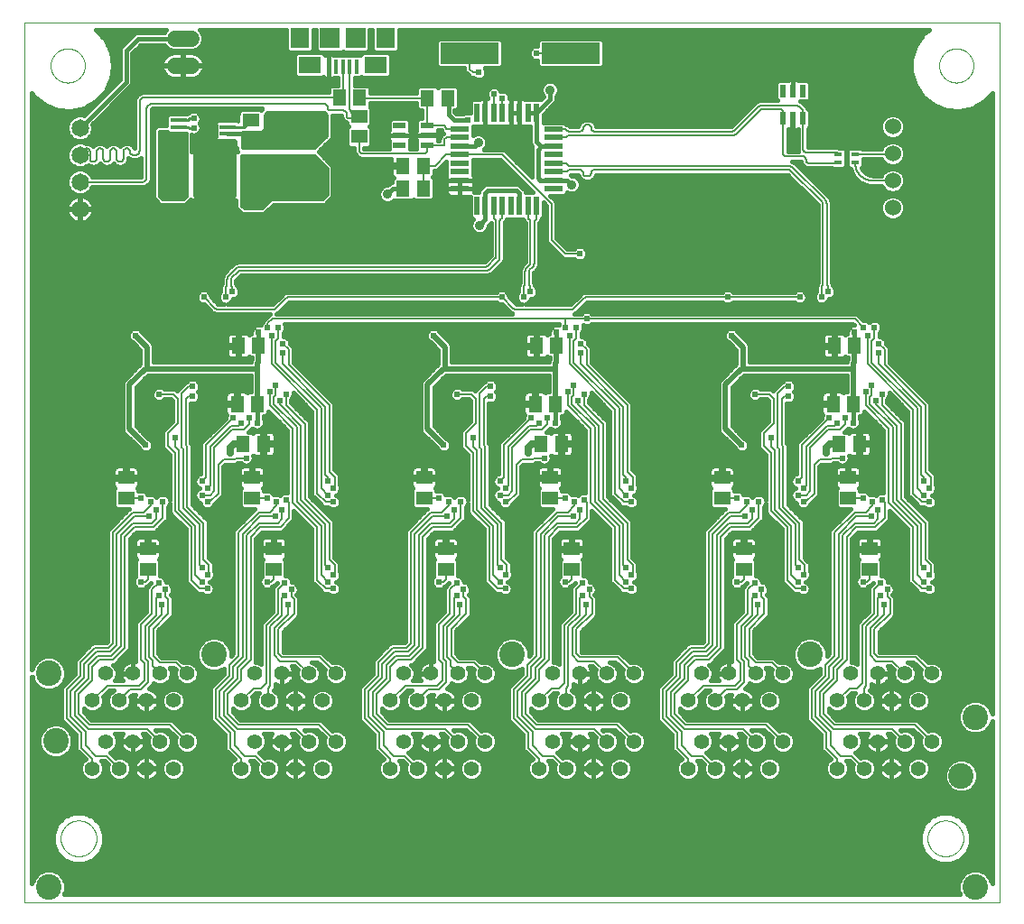
<source format=gtl>
G75*
%MOIN*%
%OFA0B0*%
%FSLAX25Y25*%
%IPPOS*%
%LPD*%
%AMOC8*
5,1,8,0,0,1.08239X$1,22.5*
%
%ADD10C,0.00000*%
%ADD11R,0.05118X0.05906*%
%ADD12R,0.01575X0.05315*%
%ADD13R,0.08268X0.06299*%
%ADD14R,0.07087X0.07480*%
%ADD15R,0.07480X0.07480*%
%ADD16R,0.05906X0.05118*%
%ADD17R,0.21654X0.07874*%
%ADD18C,0.05543*%
%ADD19C,0.09449*%
%ADD20R,0.06000X0.01772*%
%ADD21R,0.22441X0.06299*%
%ADD22R,0.07000X0.02000*%
%ADD23R,0.02000X0.07000*%
%ADD24R,0.03150X0.01575*%
%ADD25R,0.04724X0.02165*%
%ADD26R,0.02165X0.04724*%
%ADD27C,0.06000*%
%ADD28C,0.06496*%
%ADD29C,0.06024*%
%ADD30C,0.01000*%
%ADD31C,0.02775*%
%ADD32C,0.02400*%
%ADD33C,0.00984*%
%ADD34C,0.02559*%
%ADD35C,0.01600*%
%ADD36C,0.02165*%
%ADD37C,0.01969*%
%ADD38C,0.01181*%
%ADD39C,0.00700*%
%ADD40C,0.00787*%
%ADD41C,0.03562*%
%ADD42C,0.01772*%
D10*
X0012057Y0020033D02*
X0012057Y0345033D01*
X0372057Y0345033D01*
X0372057Y0020033D01*
X0012057Y0020033D01*
X0025457Y0043533D02*
X0025459Y0043695D01*
X0025465Y0043857D01*
X0025475Y0044019D01*
X0025489Y0044180D01*
X0025507Y0044341D01*
X0025528Y0044501D01*
X0025554Y0044661D01*
X0025584Y0044821D01*
X0025617Y0044979D01*
X0025655Y0045137D01*
X0025696Y0045293D01*
X0025741Y0045449D01*
X0025790Y0045603D01*
X0025843Y0045756D01*
X0025899Y0045908D01*
X0025959Y0046059D01*
X0026023Y0046208D01*
X0026091Y0046355D01*
X0026162Y0046500D01*
X0026236Y0046644D01*
X0026314Y0046786D01*
X0026396Y0046926D01*
X0026481Y0047064D01*
X0026569Y0047200D01*
X0026661Y0047333D01*
X0026756Y0047465D01*
X0026854Y0047594D01*
X0026955Y0047720D01*
X0027059Y0047844D01*
X0027167Y0047965D01*
X0027277Y0048084D01*
X0027390Y0048200D01*
X0027506Y0048313D01*
X0027625Y0048423D01*
X0027746Y0048531D01*
X0027870Y0048635D01*
X0027996Y0048736D01*
X0028125Y0048834D01*
X0028257Y0048929D01*
X0028390Y0049021D01*
X0028526Y0049109D01*
X0028664Y0049194D01*
X0028804Y0049276D01*
X0028946Y0049354D01*
X0029090Y0049428D01*
X0029235Y0049499D01*
X0029382Y0049567D01*
X0029531Y0049631D01*
X0029682Y0049691D01*
X0029834Y0049747D01*
X0029987Y0049800D01*
X0030141Y0049849D01*
X0030297Y0049894D01*
X0030453Y0049935D01*
X0030611Y0049973D01*
X0030769Y0050006D01*
X0030929Y0050036D01*
X0031089Y0050062D01*
X0031249Y0050083D01*
X0031410Y0050101D01*
X0031571Y0050115D01*
X0031733Y0050125D01*
X0031895Y0050131D01*
X0032057Y0050133D01*
X0032219Y0050131D01*
X0032381Y0050125D01*
X0032543Y0050115D01*
X0032704Y0050101D01*
X0032865Y0050083D01*
X0033025Y0050062D01*
X0033185Y0050036D01*
X0033345Y0050006D01*
X0033503Y0049973D01*
X0033661Y0049935D01*
X0033817Y0049894D01*
X0033973Y0049849D01*
X0034127Y0049800D01*
X0034280Y0049747D01*
X0034432Y0049691D01*
X0034583Y0049631D01*
X0034732Y0049567D01*
X0034879Y0049499D01*
X0035024Y0049428D01*
X0035168Y0049354D01*
X0035310Y0049276D01*
X0035450Y0049194D01*
X0035588Y0049109D01*
X0035724Y0049021D01*
X0035857Y0048929D01*
X0035989Y0048834D01*
X0036118Y0048736D01*
X0036244Y0048635D01*
X0036368Y0048531D01*
X0036489Y0048423D01*
X0036608Y0048313D01*
X0036724Y0048200D01*
X0036837Y0048084D01*
X0036947Y0047965D01*
X0037055Y0047844D01*
X0037159Y0047720D01*
X0037260Y0047594D01*
X0037358Y0047465D01*
X0037453Y0047333D01*
X0037545Y0047200D01*
X0037633Y0047064D01*
X0037718Y0046926D01*
X0037800Y0046786D01*
X0037878Y0046644D01*
X0037952Y0046500D01*
X0038023Y0046355D01*
X0038091Y0046208D01*
X0038155Y0046059D01*
X0038215Y0045908D01*
X0038271Y0045756D01*
X0038324Y0045603D01*
X0038373Y0045449D01*
X0038418Y0045293D01*
X0038459Y0045137D01*
X0038497Y0044979D01*
X0038530Y0044821D01*
X0038560Y0044661D01*
X0038586Y0044501D01*
X0038607Y0044341D01*
X0038625Y0044180D01*
X0038639Y0044019D01*
X0038649Y0043857D01*
X0038655Y0043695D01*
X0038657Y0043533D01*
X0038655Y0043371D01*
X0038649Y0043209D01*
X0038639Y0043047D01*
X0038625Y0042886D01*
X0038607Y0042725D01*
X0038586Y0042565D01*
X0038560Y0042405D01*
X0038530Y0042245D01*
X0038497Y0042087D01*
X0038459Y0041929D01*
X0038418Y0041773D01*
X0038373Y0041617D01*
X0038324Y0041463D01*
X0038271Y0041310D01*
X0038215Y0041158D01*
X0038155Y0041007D01*
X0038091Y0040858D01*
X0038023Y0040711D01*
X0037952Y0040566D01*
X0037878Y0040422D01*
X0037800Y0040280D01*
X0037718Y0040140D01*
X0037633Y0040002D01*
X0037545Y0039866D01*
X0037453Y0039733D01*
X0037358Y0039601D01*
X0037260Y0039472D01*
X0037159Y0039346D01*
X0037055Y0039222D01*
X0036947Y0039101D01*
X0036837Y0038982D01*
X0036724Y0038866D01*
X0036608Y0038753D01*
X0036489Y0038643D01*
X0036368Y0038535D01*
X0036244Y0038431D01*
X0036118Y0038330D01*
X0035989Y0038232D01*
X0035857Y0038137D01*
X0035724Y0038045D01*
X0035588Y0037957D01*
X0035450Y0037872D01*
X0035310Y0037790D01*
X0035168Y0037712D01*
X0035024Y0037638D01*
X0034879Y0037567D01*
X0034732Y0037499D01*
X0034583Y0037435D01*
X0034432Y0037375D01*
X0034280Y0037319D01*
X0034127Y0037266D01*
X0033973Y0037217D01*
X0033817Y0037172D01*
X0033661Y0037131D01*
X0033503Y0037093D01*
X0033345Y0037060D01*
X0033185Y0037030D01*
X0033025Y0037004D01*
X0032865Y0036983D01*
X0032704Y0036965D01*
X0032543Y0036951D01*
X0032381Y0036941D01*
X0032219Y0036935D01*
X0032057Y0036933D01*
X0031895Y0036935D01*
X0031733Y0036941D01*
X0031571Y0036951D01*
X0031410Y0036965D01*
X0031249Y0036983D01*
X0031089Y0037004D01*
X0030929Y0037030D01*
X0030769Y0037060D01*
X0030611Y0037093D01*
X0030453Y0037131D01*
X0030297Y0037172D01*
X0030141Y0037217D01*
X0029987Y0037266D01*
X0029834Y0037319D01*
X0029682Y0037375D01*
X0029531Y0037435D01*
X0029382Y0037499D01*
X0029235Y0037567D01*
X0029090Y0037638D01*
X0028946Y0037712D01*
X0028804Y0037790D01*
X0028664Y0037872D01*
X0028526Y0037957D01*
X0028390Y0038045D01*
X0028257Y0038137D01*
X0028125Y0038232D01*
X0027996Y0038330D01*
X0027870Y0038431D01*
X0027746Y0038535D01*
X0027625Y0038643D01*
X0027506Y0038753D01*
X0027390Y0038866D01*
X0027277Y0038982D01*
X0027167Y0039101D01*
X0027059Y0039222D01*
X0026955Y0039346D01*
X0026854Y0039472D01*
X0026756Y0039601D01*
X0026661Y0039733D01*
X0026569Y0039866D01*
X0026481Y0040002D01*
X0026396Y0040140D01*
X0026314Y0040280D01*
X0026236Y0040422D01*
X0026162Y0040566D01*
X0026091Y0040711D01*
X0026023Y0040858D01*
X0025959Y0041007D01*
X0025899Y0041158D01*
X0025843Y0041310D01*
X0025790Y0041463D01*
X0025741Y0041617D01*
X0025696Y0041773D01*
X0025655Y0041929D01*
X0025617Y0042087D01*
X0025584Y0042245D01*
X0025554Y0042405D01*
X0025528Y0042565D01*
X0025507Y0042725D01*
X0025489Y0042886D01*
X0025475Y0043047D01*
X0025465Y0043209D01*
X0025459Y0043371D01*
X0025457Y0043533D01*
X0021758Y0329033D02*
X0021760Y0329191D01*
X0021766Y0329349D01*
X0021776Y0329507D01*
X0021790Y0329665D01*
X0021808Y0329822D01*
X0021829Y0329979D01*
X0021855Y0330135D01*
X0021885Y0330291D01*
X0021918Y0330446D01*
X0021956Y0330599D01*
X0021997Y0330752D01*
X0022042Y0330904D01*
X0022091Y0331055D01*
X0022144Y0331204D01*
X0022200Y0331352D01*
X0022260Y0331498D01*
X0022324Y0331643D01*
X0022392Y0331786D01*
X0022463Y0331928D01*
X0022537Y0332068D01*
X0022615Y0332205D01*
X0022697Y0332341D01*
X0022781Y0332475D01*
X0022870Y0332606D01*
X0022961Y0332735D01*
X0023056Y0332862D01*
X0023153Y0332987D01*
X0023254Y0333109D01*
X0023358Y0333228D01*
X0023465Y0333345D01*
X0023575Y0333459D01*
X0023688Y0333570D01*
X0023803Y0333679D01*
X0023921Y0333784D01*
X0024042Y0333886D01*
X0024165Y0333986D01*
X0024291Y0334082D01*
X0024419Y0334175D01*
X0024549Y0334265D01*
X0024682Y0334351D01*
X0024817Y0334435D01*
X0024953Y0334514D01*
X0025092Y0334591D01*
X0025233Y0334663D01*
X0025375Y0334733D01*
X0025519Y0334798D01*
X0025665Y0334860D01*
X0025812Y0334918D01*
X0025961Y0334973D01*
X0026111Y0335024D01*
X0026262Y0335071D01*
X0026414Y0335114D01*
X0026567Y0335153D01*
X0026722Y0335189D01*
X0026877Y0335220D01*
X0027033Y0335248D01*
X0027189Y0335272D01*
X0027346Y0335292D01*
X0027504Y0335308D01*
X0027661Y0335320D01*
X0027820Y0335328D01*
X0027978Y0335332D01*
X0028136Y0335332D01*
X0028294Y0335328D01*
X0028453Y0335320D01*
X0028610Y0335308D01*
X0028768Y0335292D01*
X0028925Y0335272D01*
X0029081Y0335248D01*
X0029237Y0335220D01*
X0029392Y0335189D01*
X0029547Y0335153D01*
X0029700Y0335114D01*
X0029852Y0335071D01*
X0030003Y0335024D01*
X0030153Y0334973D01*
X0030302Y0334918D01*
X0030449Y0334860D01*
X0030595Y0334798D01*
X0030739Y0334733D01*
X0030881Y0334663D01*
X0031022Y0334591D01*
X0031161Y0334514D01*
X0031297Y0334435D01*
X0031432Y0334351D01*
X0031565Y0334265D01*
X0031695Y0334175D01*
X0031823Y0334082D01*
X0031949Y0333986D01*
X0032072Y0333886D01*
X0032193Y0333784D01*
X0032311Y0333679D01*
X0032426Y0333570D01*
X0032539Y0333459D01*
X0032649Y0333345D01*
X0032756Y0333228D01*
X0032860Y0333109D01*
X0032961Y0332987D01*
X0033058Y0332862D01*
X0033153Y0332735D01*
X0033244Y0332606D01*
X0033333Y0332475D01*
X0033417Y0332341D01*
X0033499Y0332205D01*
X0033577Y0332068D01*
X0033651Y0331928D01*
X0033722Y0331786D01*
X0033790Y0331643D01*
X0033854Y0331498D01*
X0033914Y0331352D01*
X0033970Y0331204D01*
X0034023Y0331055D01*
X0034072Y0330904D01*
X0034117Y0330752D01*
X0034158Y0330599D01*
X0034196Y0330446D01*
X0034229Y0330291D01*
X0034259Y0330135D01*
X0034285Y0329979D01*
X0034306Y0329822D01*
X0034324Y0329665D01*
X0034338Y0329507D01*
X0034348Y0329349D01*
X0034354Y0329191D01*
X0034356Y0329033D01*
X0034354Y0328875D01*
X0034348Y0328717D01*
X0034338Y0328559D01*
X0034324Y0328401D01*
X0034306Y0328244D01*
X0034285Y0328087D01*
X0034259Y0327931D01*
X0034229Y0327775D01*
X0034196Y0327620D01*
X0034158Y0327467D01*
X0034117Y0327314D01*
X0034072Y0327162D01*
X0034023Y0327011D01*
X0033970Y0326862D01*
X0033914Y0326714D01*
X0033854Y0326568D01*
X0033790Y0326423D01*
X0033722Y0326280D01*
X0033651Y0326138D01*
X0033577Y0325998D01*
X0033499Y0325861D01*
X0033417Y0325725D01*
X0033333Y0325591D01*
X0033244Y0325460D01*
X0033153Y0325331D01*
X0033058Y0325204D01*
X0032961Y0325079D01*
X0032860Y0324957D01*
X0032756Y0324838D01*
X0032649Y0324721D01*
X0032539Y0324607D01*
X0032426Y0324496D01*
X0032311Y0324387D01*
X0032193Y0324282D01*
X0032072Y0324180D01*
X0031949Y0324080D01*
X0031823Y0323984D01*
X0031695Y0323891D01*
X0031565Y0323801D01*
X0031432Y0323715D01*
X0031297Y0323631D01*
X0031161Y0323552D01*
X0031022Y0323475D01*
X0030881Y0323403D01*
X0030739Y0323333D01*
X0030595Y0323268D01*
X0030449Y0323206D01*
X0030302Y0323148D01*
X0030153Y0323093D01*
X0030003Y0323042D01*
X0029852Y0322995D01*
X0029700Y0322952D01*
X0029547Y0322913D01*
X0029392Y0322877D01*
X0029237Y0322846D01*
X0029081Y0322818D01*
X0028925Y0322794D01*
X0028768Y0322774D01*
X0028610Y0322758D01*
X0028453Y0322746D01*
X0028294Y0322738D01*
X0028136Y0322734D01*
X0027978Y0322734D01*
X0027820Y0322738D01*
X0027661Y0322746D01*
X0027504Y0322758D01*
X0027346Y0322774D01*
X0027189Y0322794D01*
X0027033Y0322818D01*
X0026877Y0322846D01*
X0026722Y0322877D01*
X0026567Y0322913D01*
X0026414Y0322952D01*
X0026262Y0322995D01*
X0026111Y0323042D01*
X0025961Y0323093D01*
X0025812Y0323148D01*
X0025665Y0323206D01*
X0025519Y0323268D01*
X0025375Y0323333D01*
X0025233Y0323403D01*
X0025092Y0323475D01*
X0024953Y0323552D01*
X0024817Y0323631D01*
X0024682Y0323715D01*
X0024549Y0323801D01*
X0024419Y0323891D01*
X0024291Y0323984D01*
X0024165Y0324080D01*
X0024042Y0324180D01*
X0023921Y0324282D01*
X0023803Y0324387D01*
X0023688Y0324496D01*
X0023575Y0324607D01*
X0023465Y0324721D01*
X0023358Y0324838D01*
X0023254Y0324957D01*
X0023153Y0325079D01*
X0023056Y0325204D01*
X0022961Y0325331D01*
X0022870Y0325460D01*
X0022781Y0325591D01*
X0022697Y0325725D01*
X0022615Y0325861D01*
X0022537Y0325998D01*
X0022463Y0326138D01*
X0022392Y0326280D01*
X0022324Y0326423D01*
X0022260Y0326568D01*
X0022200Y0326714D01*
X0022144Y0326862D01*
X0022091Y0327011D01*
X0022042Y0327162D01*
X0021997Y0327314D01*
X0021956Y0327467D01*
X0021918Y0327620D01*
X0021885Y0327775D01*
X0021855Y0327931D01*
X0021829Y0328087D01*
X0021808Y0328244D01*
X0021790Y0328401D01*
X0021776Y0328559D01*
X0021766Y0328717D01*
X0021760Y0328875D01*
X0021758Y0329033D01*
X0345457Y0043533D02*
X0345459Y0043695D01*
X0345465Y0043857D01*
X0345475Y0044019D01*
X0345489Y0044180D01*
X0345507Y0044341D01*
X0345528Y0044501D01*
X0345554Y0044661D01*
X0345584Y0044821D01*
X0345617Y0044979D01*
X0345655Y0045137D01*
X0345696Y0045293D01*
X0345741Y0045449D01*
X0345790Y0045603D01*
X0345843Y0045756D01*
X0345899Y0045908D01*
X0345959Y0046059D01*
X0346023Y0046208D01*
X0346091Y0046355D01*
X0346162Y0046500D01*
X0346236Y0046644D01*
X0346314Y0046786D01*
X0346396Y0046926D01*
X0346481Y0047064D01*
X0346569Y0047200D01*
X0346661Y0047333D01*
X0346756Y0047465D01*
X0346854Y0047594D01*
X0346955Y0047720D01*
X0347059Y0047844D01*
X0347167Y0047965D01*
X0347277Y0048084D01*
X0347390Y0048200D01*
X0347506Y0048313D01*
X0347625Y0048423D01*
X0347746Y0048531D01*
X0347870Y0048635D01*
X0347996Y0048736D01*
X0348125Y0048834D01*
X0348257Y0048929D01*
X0348390Y0049021D01*
X0348526Y0049109D01*
X0348664Y0049194D01*
X0348804Y0049276D01*
X0348946Y0049354D01*
X0349090Y0049428D01*
X0349235Y0049499D01*
X0349382Y0049567D01*
X0349531Y0049631D01*
X0349682Y0049691D01*
X0349834Y0049747D01*
X0349987Y0049800D01*
X0350141Y0049849D01*
X0350297Y0049894D01*
X0350453Y0049935D01*
X0350611Y0049973D01*
X0350769Y0050006D01*
X0350929Y0050036D01*
X0351089Y0050062D01*
X0351249Y0050083D01*
X0351410Y0050101D01*
X0351571Y0050115D01*
X0351733Y0050125D01*
X0351895Y0050131D01*
X0352057Y0050133D01*
X0352219Y0050131D01*
X0352381Y0050125D01*
X0352543Y0050115D01*
X0352704Y0050101D01*
X0352865Y0050083D01*
X0353025Y0050062D01*
X0353185Y0050036D01*
X0353345Y0050006D01*
X0353503Y0049973D01*
X0353661Y0049935D01*
X0353817Y0049894D01*
X0353973Y0049849D01*
X0354127Y0049800D01*
X0354280Y0049747D01*
X0354432Y0049691D01*
X0354583Y0049631D01*
X0354732Y0049567D01*
X0354879Y0049499D01*
X0355024Y0049428D01*
X0355168Y0049354D01*
X0355310Y0049276D01*
X0355450Y0049194D01*
X0355588Y0049109D01*
X0355724Y0049021D01*
X0355857Y0048929D01*
X0355989Y0048834D01*
X0356118Y0048736D01*
X0356244Y0048635D01*
X0356368Y0048531D01*
X0356489Y0048423D01*
X0356608Y0048313D01*
X0356724Y0048200D01*
X0356837Y0048084D01*
X0356947Y0047965D01*
X0357055Y0047844D01*
X0357159Y0047720D01*
X0357260Y0047594D01*
X0357358Y0047465D01*
X0357453Y0047333D01*
X0357545Y0047200D01*
X0357633Y0047064D01*
X0357718Y0046926D01*
X0357800Y0046786D01*
X0357878Y0046644D01*
X0357952Y0046500D01*
X0358023Y0046355D01*
X0358091Y0046208D01*
X0358155Y0046059D01*
X0358215Y0045908D01*
X0358271Y0045756D01*
X0358324Y0045603D01*
X0358373Y0045449D01*
X0358418Y0045293D01*
X0358459Y0045137D01*
X0358497Y0044979D01*
X0358530Y0044821D01*
X0358560Y0044661D01*
X0358586Y0044501D01*
X0358607Y0044341D01*
X0358625Y0044180D01*
X0358639Y0044019D01*
X0358649Y0043857D01*
X0358655Y0043695D01*
X0358657Y0043533D01*
X0358655Y0043371D01*
X0358649Y0043209D01*
X0358639Y0043047D01*
X0358625Y0042886D01*
X0358607Y0042725D01*
X0358586Y0042565D01*
X0358560Y0042405D01*
X0358530Y0042245D01*
X0358497Y0042087D01*
X0358459Y0041929D01*
X0358418Y0041773D01*
X0358373Y0041617D01*
X0358324Y0041463D01*
X0358271Y0041310D01*
X0358215Y0041158D01*
X0358155Y0041007D01*
X0358091Y0040858D01*
X0358023Y0040711D01*
X0357952Y0040566D01*
X0357878Y0040422D01*
X0357800Y0040280D01*
X0357718Y0040140D01*
X0357633Y0040002D01*
X0357545Y0039866D01*
X0357453Y0039733D01*
X0357358Y0039601D01*
X0357260Y0039472D01*
X0357159Y0039346D01*
X0357055Y0039222D01*
X0356947Y0039101D01*
X0356837Y0038982D01*
X0356724Y0038866D01*
X0356608Y0038753D01*
X0356489Y0038643D01*
X0356368Y0038535D01*
X0356244Y0038431D01*
X0356118Y0038330D01*
X0355989Y0038232D01*
X0355857Y0038137D01*
X0355724Y0038045D01*
X0355588Y0037957D01*
X0355450Y0037872D01*
X0355310Y0037790D01*
X0355168Y0037712D01*
X0355024Y0037638D01*
X0354879Y0037567D01*
X0354732Y0037499D01*
X0354583Y0037435D01*
X0354432Y0037375D01*
X0354280Y0037319D01*
X0354127Y0037266D01*
X0353973Y0037217D01*
X0353817Y0037172D01*
X0353661Y0037131D01*
X0353503Y0037093D01*
X0353345Y0037060D01*
X0353185Y0037030D01*
X0353025Y0037004D01*
X0352865Y0036983D01*
X0352704Y0036965D01*
X0352543Y0036951D01*
X0352381Y0036941D01*
X0352219Y0036935D01*
X0352057Y0036933D01*
X0351895Y0036935D01*
X0351733Y0036941D01*
X0351571Y0036951D01*
X0351410Y0036965D01*
X0351249Y0036983D01*
X0351089Y0037004D01*
X0350929Y0037030D01*
X0350769Y0037060D01*
X0350611Y0037093D01*
X0350453Y0037131D01*
X0350297Y0037172D01*
X0350141Y0037217D01*
X0349987Y0037266D01*
X0349834Y0037319D01*
X0349682Y0037375D01*
X0349531Y0037435D01*
X0349382Y0037499D01*
X0349235Y0037567D01*
X0349090Y0037638D01*
X0348946Y0037712D01*
X0348804Y0037790D01*
X0348664Y0037872D01*
X0348526Y0037957D01*
X0348390Y0038045D01*
X0348257Y0038137D01*
X0348125Y0038232D01*
X0347996Y0038330D01*
X0347870Y0038431D01*
X0347746Y0038535D01*
X0347625Y0038643D01*
X0347506Y0038753D01*
X0347390Y0038866D01*
X0347277Y0038982D01*
X0347167Y0039101D01*
X0347059Y0039222D01*
X0346955Y0039346D01*
X0346854Y0039472D01*
X0346756Y0039601D01*
X0346661Y0039733D01*
X0346569Y0039866D01*
X0346481Y0040002D01*
X0346396Y0040140D01*
X0346314Y0040280D01*
X0346236Y0040422D01*
X0346162Y0040566D01*
X0346091Y0040711D01*
X0346023Y0040858D01*
X0345959Y0041007D01*
X0345899Y0041158D01*
X0345843Y0041310D01*
X0345790Y0041463D01*
X0345741Y0041617D01*
X0345696Y0041773D01*
X0345655Y0041929D01*
X0345617Y0042087D01*
X0345584Y0042245D01*
X0345554Y0042405D01*
X0345528Y0042565D01*
X0345507Y0042725D01*
X0345489Y0042886D01*
X0345475Y0043047D01*
X0345465Y0043209D01*
X0345459Y0043371D01*
X0345457Y0043533D01*
X0349758Y0329033D02*
X0349760Y0329191D01*
X0349766Y0329349D01*
X0349776Y0329507D01*
X0349790Y0329665D01*
X0349808Y0329822D01*
X0349829Y0329979D01*
X0349855Y0330135D01*
X0349885Y0330291D01*
X0349918Y0330446D01*
X0349956Y0330599D01*
X0349997Y0330752D01*
X0350042Y0330904D01*
X0350091Y0331055D01*
X0350144Y0331204D01*
X0350200Y0331352D01*
X0350260Y0331498D01*
X0350324Y0331643D01*
X0350392Y0331786D01*
X0350463Y0331928D01*
X0350537Y0332068D01*
X0350615Y0332205D01*
X0350697Y0332341D01*
X0350781Y0332475D01*
X0350870Y0332606D01*
X0350961Y0332735D01*
X0351056Y0332862D01*
X0351153Y0332987D01*
X0351254Y0333109D01*
X0351358Y0333228D01*
X0351465Y0333345D01*
X0351575Y0333459D01*
X0351688Y0333570D01*
X0351803Y0333679D01*
X0351921Y0333784D01*
X0352042Y0333886D01*
X0352165Y0333986D01*
X0352291Y0334082D01*
X0352419Y0334175D01*
X0352549Y0334265D01*
X0352682Y0334351D01*
X0352817Y0334435D01*
X0352953Y0334514D01*
X0353092Y0334591D01*
X0353233Y0334663D01*
X0353375Y0334733D01*
X0353519Y0334798D01*
X0353665Y0334860D01*
X0353812Y0334918D01*
X0353961Y0334973D01*
X0354111Y0335024D01*
X0354262Y0335071D01*
X0354414Y0335114D01*
X0354567Y0335153D01*
X0354722Y0335189D01*
X0354877Y0335220D01*
X0355033Y0335248D01*
X0355189Y0335272D01*
X0355346Y0335292D01*
X0355504Y0335308D01*
X0355661Y0335320D01*
X0355820Y0335328D01*
X0355978Y0335332D01*
X0356136Y0335332D01*
X0356294Y0335328D01*
X0356453Y0335320D01*
X0356610Y0335308D01*
X0356768Y0335292D01*
X0356925Y0335272D01*
X0357081Y0335248D01*
X0357237Y0335220D01*
X0357392Y0335189D01*
X0357547Y0335153D01*
X0357700Y0335114D01*
X0357852Y0335071D01*
X0358003Y0335024D01*
X0358153Y0334973D01*
X0358302Y0334918D01*
X0358449Y0334860D01*
X0358595Y0334798D01*
X0358739Y0334733D01*
X0358881Y0334663D01*
X0359022Y0334591D01*
X0359161Y0334514D01*
X0359297Y0334435D01*
X0359432Y0334351D01*
X0359565Y0334265D01*
X0359695Y0334175D01*
X0359823Y0334082D01*
X0359949Y0333986D01*
X0360072Y0333886D01*
X0360193Y0333784D01*
X0360311Y0333679D01*
X0360426Y0333570D01*
X0360539Y0333459D01*
X0360649Y0333345D01*
X0360756Y0333228D01*
X0360860Y0333109D01*
X0360961Y0332987D01*
X0361058Y0332862D01*
X0361153Y0332735D01*
X0361244Y0332606D01*
X0361333Y0332475D01*
X0361417Y0332341D01*
X0361499Y0332205D01*
X0361577Y0332068D01*
X0361651Y0331928D01*
X0361722Y0331786D01*
X0361790Y0331643D01*
X0361854Y0331498D01*
X0361914Y0331352D01*
X0361970Y0331204D01*
X0362023Y0331055D01*
X0362072Y0330904D01*
X0362117Y0330752D01*
X0362158Y0330599D01*
X0362196Y0330446D01*
X0362229Y0330291D01*
X0362259Y0330135D01*
X0362285Y0329979D01*
X0362306Y0329822D01*
X0362324Y0329665D01*
X0362338Y0329507D01*
X0362348Y0329349D01*
X0362354Y0329191D01*
X0362356Y0329033D01*
X0362354Y0328875D01*
X0362348Y0328717D01*
X0362338Y0328559D01*
X0362324Y0328401D01*
X0362306Y0328244D01*
X0362285Y0328087D01*
X0362259Y0327931D01*
X0362229Y0327775D01*
X0362196Y0327620D01*
X0362158Y0327467D01*
X0362117Y0327314D01*
X0362072Y0327162D01*
X0362023Y0327011D01*
X0361970Y0326862D01*
X0361914Y0326714D01*
X0361854Y0326568D01*
X0361790Y0326423D01*
X0361722Y0326280D01*
X0361651Y0326138D01*
X0361577Y0325998D01*
X0361499Y0325861D01*
X0361417Y0325725D01*
X0361333Y0325591D01*
X0361244Y0325460D01*
X0361153Y0325331D01*
X0361058Y0325204D01*
X0360961Y0325079D01*
X0360860Y0324957D01*
X0360756Y0324838D01*
X0360649Y0324721D01*
X0360539Y0324607D01*
X0360426Y0324496D01*
X0360311Y0324387D01*
X0360193Y0324282D01*
X0360072Y0324180D01*
X0359949Y0324080D01*
X0359823Y0323984D01*
X0359695Y0323891D01*
X0359565Y0323801D01*
X0359432Y0323715D01*
X0359297Y0323631D01*
X0359161Y0323552D01*
X0359022Y0323475D01*
X0358881Y0323403D01*
X0358739Y0323333D01*
X0358595Y0323268D01*
X0358449Y0323206D01*
X0358302Y0323148D01*
X0358153Y0323093D01*
X0358003Y0323042D01*
X0357852Y0322995D01*
X0357700Y0322952D01*
X0357547Y0322913D01*
X0357392Y0322877D01*
X0357237Y0322846D01*
X0357081Y0322818D01*
X0356925Y0322794D01*
X0356768Y0322774D01*
X0356610Y0322758D01*
X0356453Y0322746D01*
X0356294Y0322738D01*
X0356136Y0322734D01*
X0355978Y0322734D01*
X0355820Y0322738D01*
X0355661Y0322746D01*
X0355504Y0322758D01*
X0355346Y0322774D01*
X0355189Y0322794D01*
X0355033Y0322818D01*
X0354877Y0322846D01*
X0354722Y0322877D01*
X0354567Y0322913D01*
X0354414Y0322952D01*
X0354262Y0322995D01*
X0354111Y0323042D01*
X0353961Y0323093D01*
X0353812Y0323148D01*
X0353665Y0323206D01*
X0353519Y0323268D01*
X0353375Y0323333D01*
X0353233Y0323403D01*
X0353092Y0323475D01*
X0352953Y0323552D01*
X0352817Y0323631D01*
X0352682Y0323715D01*
X0352549Y0323801D01*
X0352419Y0323891D01*
X0352291Y0323984D01*
X0352165Y0324080D01*
X0352042Y0324180D01*
X0351921Y0324282D01*
X0351803Y0324387D01*
X0351688Y0324496D01*
X0351575Y0324607D01*
X0351465Y0324721D01*
X0351358Y0324838D01*
X0351254Y0324957D01*
X0351153Y0325079D01*
X0351056Y0325204D01*
X0350961Y0325331D01*
X0350870Y0325460D01*
X0350781Y0325591D01*
X0350697Y0325725D01*
X0350615Y0325861D01*
X0350537Y0325998D01*
X0350463Y0326138D01*
X0350392Y0326280D01*
X0350324Y0326423D01*
X0350260Y0326568D01*
X0350200Y0326714D01*
X0350144Y0326862D01*
X0350091Y0327011D01*
X0350042Y0327162D01*
X0349997Y0327314D01*
X0349956Y0327467D01*
X0349918Y0327620D01*
X0349885Y0327775D01*
X0349855Y0327931D01*
X0349829Y0328087D01*
X0349808Y0328244D01*
X0349790Y0328401D01*
X0349776Y0328559D01*
X0349766Y0328717D01*
X0349760Y0328875D01*
X0349758Y0329033D01*
D11*
X0318547Y0225533D03*
X0311067Y0225533D03*
X0310567Y0204033D03*
X0318047Y0204033D03*
X0320297Y0189283D03*
X0312817Y0189283D03*
X0210297Y0189283D03*
X0202817Y0189283D03*
X0200567Y0204033D03*
X0208047Y0204033D03*
X0208547Y0225533D03*
X0201067Y0225533D03*
X0159297Y0283533D03*
X0151817Y0283533D03*
X0151817Y0292033D03*
X0159297Y0292033D03*
X0160817Y0317033D03*
X0168297Y0317033D03*
X0135797Y0317283D03*
X0128317Y0317283D03*
X0094797Y0292533D03*
X0087317Y0292533D03*
X0087317Y0284033D03*
X0094797Y0284033D03*
X0076797Y0284033D03*
X0069317Y0284033D03*
X0069317Y0292533D03*
X0076797Y0292533D03*
X0091067Y0225533D03*
X0098547Y0225533D03*
X0098047Y0204033D03*
X0090567Y0204033D03*
X0092817Y0189283D03*
X0100297Y0189283D03*
D12*
X0124439Y0328711D03*
X0126958Y0328711D03*
X0129557Y0328711D03*
X0132077Y0328711D03*
X0134675Y0328711D03*
D13*
X0141762Y0329183D03*
X0117352Y0329183D03*
D14*
X0113809Y0339222D03*
X0145305Y0339222D03*
D15*
X0134281Y0339222D03*
X0124832Y0339222D03*
D16*
X0135557Y0310274D03*
X0135557Y0302793D03*
X0095557Y0301293D03*
X0095557Y0308774D03*
X0096057Y0176774D03*
X0096057Y0169293D03*
X0104057Y0150524D03*
X0104057Y0143043D03*
X0057557Y0143043D03*
X0057557Y0150524D03*
X0049557Y0169293D03*
X0049557Y0176774D03*
X0159557Y0176774D03*
X0159557Y0169293D03*
X0167557Y0150524D03*
X0167557Y0143043D03*
X0206057Y0169293D03*
X0206057Y0176774D03*
X0214057Y0150524D03*
X0214057Y0143043D03*
X0269557Y0169293D03*
X0269557Y0176774D03*
X0277557Y0150524D03*
X0277557Y0143043D03*
X0316057Y0169293D03*
X0316057Y0176774D03*
X0324057Y0150524D03*
X0324057Y0143043D03*
D17*
X0213758Y0333533D03*
X0176356Y0333533D03*
D18*
X0172057Y0104433D03*
X0182057Y0104433D03*
X0177057Y0094433D03*
X0167057Y0094433D03*
X0157057Y0094433D03*
X0147057Y0094433D03*
X0152057Y0104433D03*
X0162057Y0104433D03*
X0162057Y0079333D03*
X0152057Y0079333D03*
X0157057Y0069333D03*
X0147057Y0069333D03*
X0167057Y0069333D03*
X0177057Y0069333D03*
X0182057Y0079333D03*
X0172057Y0079333D03*
X0202057Y0069333D03*
X0212057Y0069333D03*
X0222057Y0069333D03*
X0232057Y0069333D03*
X0237057Y0079333D03*
X0227057Y0079333D03*
X0217057Y0079333D03*
X0207057Y0079333D03*
X0212057Y0094433D03*
X0202057Y0094433D03*
X0207057Y0104433D03*
X0217057Y0104433D03*
X0227057Y0104433D03*
X0237057Y0104433D03*
X0232057Y0094433D03*
X0222057Y0094433D03*
X0257057Y0094433D03*
X0267057Y0094433D03*
X0277057Y0094433D03*
X0287057Y0094433D03*
X0292057Y0104433D03*
X0282057Y0104433D03*
X0272057Y0104433D03*
X0262057Y0104433D03*
X0262057Y0079333D03*
X0272057Y0079333D03*
X0282057Y0079333D03*
X0292057Y0079333D03*
X0287057Y0069333D03*
X0277057Y0069333D03*
X0267057Y0069333D03*
X0257057Y0069333D03*
X0312057Y0069333D03*
X0322057Y0069333D03*
X0332057Y0069333D03*
X0342057Y0069333D03*
X0347057Y0079333D03*
X0337057Y0079333D03*
X0327057Y0079333D03*
X0317057Y0079333D03*
X0322057Y0094433D03*
X0332057Y0094433D03*
X0342057Y0094433D03*
X0347057Y0104433D03*
X0337057Y0104433D03*
X0327057Y0104433D03*
X0317057Y0104433D03*
X0312057Y0094433D03*
X0127057Y0104433D03*
X0117057Y0104433D03*
X0107057Y0104433D03*
X0097057Y0104433D03*
X0102057Y0094433D03*
X0092057Y0094433D03*
X0097057Y0079333D03*
X0107057Y0079333D03*
X0117057Y0079333D03*
X0127057Y0079333D03*
X0122057Y0069333D03*
X0112057Y0069333D03*
X0102057Y0069333D03*
X0092057Y0069333D03*
X0072057Y0079333D03*
X0062057Y0079333D03*
X0052057Y0079333D03*
X0042057Y0079333D03*
X0047057Y0069333D03*
X0037057Y0069333D03*
X0057057Y0069333D03*
X0067057Y0069333D03*
X0067057Y0094433D03*
X0057057Y0094433D03*
X0047057Y0094433D03*
X0037057Y0094433D03*
X0042057Y0104433D03*
X0052057Y0104433D03*
X0062057Y0104433D03*
X0072057Y0104433D03*
X0112057Y0094433D03*
X0122057Y0094433D03*
D19*
X0082057Y0111533D03*
X0021057Y0104533D03*
X0023657Y0079533D03*
X0021057Y0025533D03*
X0192057Y0111533D03*
X0302057Y0111533D03*
X0357857Y0066633D03*
X0363057Y0088333D03*
X0363057Y0025533D03*
D20*
X0087128Y0301195D03*
X0087128Y0303754D03*
X0087128Y0306313D03*
X0087128Y0308872D03*
X0068986Y0308872D03*
X0068986Y0306313D03*
X0068986Y0303754D03*
X0068986Y0301195D03*
D21*
X0112057Y0307057D03*
X0112057Y0285010D03*
D22*
X0172857Y0283533D03*
X0172857Y0286633D03*
X0172857Y0289833D03*
X0172857Y0292933D03*
X0172857Y0296133D03*
X0172857Y0299233D03*
X0172857Y0302433D03*
X0172857Y0305533D03*
X0207257Y0305533D03*
X0207257Y0302433D03*
X0207257Y0299233D03*
X0207257Y0296133D03*
X0207257Y0292933D03*
X0207257Y0289833D03*
X0207257Y0286633D03*
X0207257Y0283533D03*
D23*
X0201057Y0277333D03*
X0197957Y0277333D03*
X0194757Y0277333D03*
X0191657Y0277333D03*
X0188457Y0277333D03*
X0185357Y0277333D03*
X0182157Y0277333D03*
X0179057Y0277333D03*
X0179057Y0311733D03*
X0182157Y0311733D03*
X0185357Y0311733D03*
X0188457Y0311733D03*
X0191657Y0311733D03*
X0194757Y0311733D03*
X0197957Y0311733D03*
X0201057Y0311733D03*
D24*
X0312407Y0296358D03*
X0312407Y0293209D03*
X0318706Y0293209D03*
X0318706Y0296358D03*
D25*
X0160675Y0299543D03*
X0160675Y0303283D03*
X0160675Y0307024D03*
X0150439Y0307024D03*
X0150439Y0303283D03*
X0150439Y0299543D03*
D26*
X0292067Y0309415D03*
X0295807Y0309415D03*
X0299547Y0309415D03*
X0299547Y0319652D03*
X0295807Y0319652D03*
X0292067Y0319652D03*
D27*
X0073557Y0329033D02*
X0067557Y0329033D01*
X0067557Y0339033D02*
X0073557Y0339033D01*
D28*
X0032557Y0306033D03*
X0032557Y0296033D03*
X0032557Y0286033D03*
X0032557Y0276033D03*
D29*
X0332557Y0276533D03*
X0332557Y0286533D03*
X0332557Y0296533D03*
X0332557Y0306533D03*
D30*
X0123557Y0306606D02*
X0100557Y0306606D01*
X0100557Y0305608D02*
X0123557Y0305608D01*
X0123557Y0304609D02*
X0099633Y0304609D01*
X0099557Y0304533D02*
X0100557Y0305533D01*
X0100557Y0311033D01*
X0101557Y0312033D01*
X0122557Y0312033D01*
X0123557Y0311033D01*
X0123557Y0303033D01*
X0119057Y0298533D01*
X0092307Y0298533D01*
X0092307Y0304533D01*
X0099557Y0304533D01*
X0100557Y0307605D02*
X0123557Y0307605D01*
X0123557Y0308603D02*
X0100557Y0308603D01*
X0100557Y0309602D02*
X0123557Y0309602D01*
X0123557Y0310600D02*
X0100557Y0310600D01*
X0101122Y0311599D02*
X0122992Y0311599D01*
X0123557Y0303611D02*
X0092307Y0303611D01*
X0093096Y0303754D02*
X0095557Y0301293D01*
X0092307Y0301614D02*
X0122137Y0301614D01*
X0123136Y0302612D02*
X0092307Y0302612D01*
X0092307Y0300615D02*
X0121138Y0300615D01*
X0120140Y0299617D02*
X0092307Y0299617D01*
X0092307Y0298618D02*
X0119141Y0298618D01*
X0095557Y0308774D02*
X0093096Y0306313D01*
X0087128Y0306313D01*
X0090742Y0308683D02*
X0083513Y0308683D01*
X0082643Y0307814D01*
X0082643Y0302253D01*
X0083513Y0301384D01*
X0090057Y0301384D01*
X0090057Y0297533D01*
X0089807Y0297283D01*
X0089807Y0281033D01*
X0088807Y0280033D01*
X0075557Y0280033D01*
X0074557Y0281033D01*
X0074557Y0303379D01*
X0075091Y0303379D01*
X0076077Y0303787D01*
X0076832Y0304542D01*
X0077241Y0305529D01*
X0077241Y0306597D01*
X0076832Y0307583D01*
X0076618Y0307798D01*
X0076832Y0308013D01*
X0077241Y0309000D01*
X0077241Y0310067D01*
X0076832Y0311054D01*
X0076077Y0311809D01*
X0075551Y0312027D01*
X0075557Y0312033D01*
X0091206Y0312033D01*
X0091120Y0311947D01*
X0091120Y0308306D01*
X0090742Y0308683D01*
X0090822Y0308603D02*
X0091120Y0308603D01*
X0091120Y0309602D02*
X0077241Y0309602D01*
X0077077Y0308603D02*
X0083433Y0308603D01*
X0082643Y0307605D02*
X0076811Y0307605D01*
X0077237Y0306606D02*
X0082643Y0306606D01*
X0082643Y0305608D02*
X0077241Y0305608D01*
X0076860Y0304609D02*
X0082643Y0304609D01*
X0082643Y0303611D02*
X0075651Y0303611D01*
X0074557Y0302612D02*
X0082643Y0302612D01*
X0083283Y0301614D02*
X0074557Y0301614D01*
X0074557Y0300615D02*
X0090057Y0300615D01*
X0090057Y0299617D02*
X0074557Y0299617D01*
X0074557Y0298618D02*
X0090057Y0298618D01*
X0090057Y0297620D02*
X0074557Y0297620D01*
X0074557Y0296621D02*
X0089807Y0296621D01*
X0089807Y0295623D02*
X0074557Y0295623D01*
X0074557Y0294624D02*
X0089807Y0294624D01*
X0089807Y0293626D02*
X0074557Y0293626D01*
X0074557Y0292627D02*
X0089807Y0292627D01*
X0089807Y0291629D02*
X0074557Y0291629D01*
X0074557Y0290630D02*
X0089807Y0290630D01*
X0089807Y0289632D02*
X0074557Y0289632D01*
X0074557Y0288633D02*
X0089807Y0288633D01*
X0089807Y0287634D02*
X0074557Y0287634D01*
X0074557Y0286636D02*
X0089807Y0286636D01*
X0089807Y0285637D02*
X0074557Y0285637D01*
X0074557Y0284639D02*
X0089807Y0284639D01*
X0089807Y0283640D02*
X0074557Y0283640D01*
X0074557Y0282642D02*
X0089807Y0282642D01*
X0089807Y0281643D02*
X0074557Y0281643D01*
X0074945Y0280645D02*
X0089418Y0280645D01*
X0074557Y0306063D02*
X0072777Y0306063D01*
X0072557Y0306283D01*
X0068986Y0306313D01*
X0068986Y0308872D02*
X0072395Y0308872D01*
X0073057Y0309533D01*
X0074557Y0309533D01*
X0077020Y0310600D02*
X0091120Y0310600D01*
X0091120Y0311599D02*
X0076288Y0311599D01*
D31*
X0082057Y0294533D03*
X0082057Y0290533D03*
X0082057Y0286533D03*
X0082057Y0282533D03*
X0094557Y0278533D03*
X0098057Y0278533D03*
D32*
X0093307Y0288283D03*
X0074557Y0306063D03*
X0074557Y0309533D03*
X0064057Y0302033D03*
X0081557Y0269033D03*
X0092557Y0269033D03*
X0103297Y0250543D03*
X0101852Y0243033D03*
X0101884Y0232283D03*
X0103307Y0229283D03*
X0105821Y0232297D03*
X0107307Y0226329D03*
X0107307Y0222783D03*
X0098547Y0230533D03*
X0095057Y0232283D03*
X0084167Y0232033D03*
X0076293Y0232033D03*
X0078262Y0243533D03*
X0086307Y0243533D03*
X0088807Y0245533D03*
X0070807Y0250533D03*
X0053057Y0238533D03*
X0053057Y0229283D03*
X0053307Y0221793D03*
X0049317Y0217533D03*
X0061807Y0207675D03*
X0061807Y0203707D03*
X0074057Y0206783D03*
X0074057Y0210533D03*
X0078262Y0197033D03*
X0067557Y0191533D03*
X0056807Y0188783D03*
X0045807Y0192783D03*
X0045807Y0200783D03*
X0077557Y0175533D03*
X0079557Y0172933D03*
X0077557Y0170333D03*
X0079557Y0167833D03*
X0068157Y0160133D03*
X0060557Y0165033D03*
X0058057Y0162533D03*
X0058557Y0168033D03*
X0055057Y0169283D03*
X0063057Y0168033D03*
X0062307Y0150533D03*
X0061557Y0138033D03*
X0064057Y0135533D03*
X0061557Y0133233D03*
X0062807Y0130033D03*
X0068057Y0128133D03*
X0062057Y0118533D03*
X0079557Y0135833D03*
X0077557Y0138333D03*
X0079557Y0140933D03*
X0077557Y0143533D03*
X0055057Y0138333D03*
X0101557Y0138333D03*
X0108057Y0138033D03*
X0110557Y0135533D03*
X0108057Y0133233D03*
X0109307Y0130033D03*
X0114557Y0128133D03*
X0108557Y0118533D03*
X0126057Y0135833D03*
X0124057Y0138333D03*
X0126057Y0140933D03*
X0124057Y0143533D03*
X0108807Y0150533D03*
X0114557Y0160133D03*
X0107057Y0165033D03*
X0104557Y0162533D03*
X0105057Y0168033D03*
X0108557Y0168533D03*
X0101557Y0169283D03*
X0094010Y0184033D03*
X0088057Y0186033D03*
X0092041Y0197033D03*
X0094978Y0198783D03*
X0097947Y0197033D03*
X0101884Y0197033D03*
X0106307Y0205283D03*
X0108557Y0207644D03*
X0104807Y0211033D03*
X0102557Y0208533D03*
X0090557Y0212033D03*
X0089057Y0198783D03*
X0119541Y0213549D03*
X0124307Y0212533D03*
X0155807Y0200783D03*
X0155807Y0192783D03*
X0166807Y0188783D03*
X0177557Y0191533D03*
X0188262Y0197033D03*
X0184057Y0206783D03*
X0184057Y0210533D03*
X0171807Y0207675D03*
X0171807Y0203707D03*
X0159317Y0217533D03*
X0163307Y0221793D03*
X0163057Y0229283D03*
X0163057Y0238533D03*
X0180807Y0250533D03*
X0188262Y0243533D03*
X0196307Y0243533D03*
X0198807Y0245533D03*
X0211852Y0243033D03*
X0213297Y0250543D03*
X0217057Y0259533D03*
X0202557Y0269033D03*
X0191557Y0269033D03*
X0219557Y0235533D03*
X0215821Y0232297D03*
X0213307Y0229283D03*
X0211884Y0232283D03*
X0208547Y0230533D03*
X0205057Y0232283D03*
X0194167Y0232033D03*
X0186293Y0232033D03*
X0200557Y0212033D03*
X0212557Y0208533D03*
X0214807Y0211033D03*
X0218557Y0207644D03*
X0216307Y0205283D03*
X0211884Y0197033D03*
X0207947Y0197033D03*
X0204978Y0198783D03*
X0202041Y0197033D03*
X0199057Y0198783D03*
X0198057Y0186033D03*
X0204010Y0184033D03*
X0211557Y0169283D03*
X0215057Y0168033D03*
X0218557Y0168533D03*
X0217057Y0165033D03*
X0214557Y0162533D03*
X0224557Y0160133D03*
X0218807Y0150533D03*
X0218057Y0138033D03*
X0220557Y0135533D03*
X0218057Y0133233D03*
X0219307Y0130033D03*
X0224557Y0128133D03*
X0218557Y0118533D03*
X0236057Y0135833D03*
X0234057Y0138333D03*
X0236057Y0140933D03*
X0234057Y0143533D03*
X0211557Y0138333D03*
X0189557Y0135833D03*
X0187557Y0138333D03*
X0189557Y0140933D03*
X0187557Y0143533D03*
X0174057Y0135533D03*
X0171557Y0133233D03*
X0172807Y0130033D03*
X0178057Y0128133D03*
X0172057Y0118533D03*
X0171557Y0138033D03*
X0165057Y0138333D03*
X0172307Y0150533D03*
X0178157Y0160133D03*
X0170557Y0165033D03*
X0168057Y0162533D03*
X0168557Y0168033D03*
X0165057Y0169283D03*
X0173057Y0168033D03*
X0187557Y0170333D03*
X0189557Y0167833D03*
X0189557Y0172933D03*
X0187557Y0175533D03*
X0229541Y0213549D03*
X0234307Y0212533D03*
X0217307Y0222783D03*
X0217307Y0226329D03*
X0269317Y0217533D03*
X0273307Y0221793D03*
X0273057Y0229283D03*
X0273057Y0238533D03*
X0271675Y0243533D03*
X0290807Y0250533D03*
X0298262Y0243533D03*
X0306307Y0243533D03*
X0308807Y0245533D03*
X0304167Y0232033D03*
X0296293Y0232033D03*
X0315057Y0232283D03*
X0318547Y0230533D03*
X0321884Y0232283D03*
X0323307Y0229283D03*
X0325821Y0232297D03*
X0327307Y0226329D03*
X0327307Y0222783D03*
X0324807Y0211033D03*
X0322557Y0208533D03*
X0326307Y0205283D03*
X0328557Y0207644D03*
X0339541Y0213549D03*
X0344307Y0212533D03*
X0321884Y0197033D03*
X0317947Y0197033D03*
X0314978Y0198783D03*
X0312041Y0197033D03*
X0309057Y0198783D03*
X0298262Y0197033D03*
X0294057Y0206783D03*
X0294057Y0210533D03*
X0281807Y0207675D03*
X0281807Y0203707D03*
X0287557Y0191533D03*
X0276807Y0188783D03*
X0265807Y0192783D03*
X0265807Y0200783D03*
X0297557Y0175533D03*
X0299557Y0172933D03*
X0297557Y0170333D03*
X0299557Y0167833D03*
X0288157Y0160133D03*
X0280557Y0165033D03*
X0278057Y0162533D03*
X0278557Y0168033D03*
X0275057Y0169283D03*
X0283057Y0168033D03*
X0282307Y0150533D03*
X0281557Y0138033D03*
X0284057Y0135533D03*
X0281557Y0133233D03*
X0282807Y0130033D03*
X0288057Y0128133D03*
X0282057Y0118533D03*
X0299557Y0135833D03*
X0297557Y0138333D03*
X0299557Y0140933D03*
X0297557Y0143533D03*
X0275057Y0138333D03*
X0236057Y0167833D03*
X0234057Y0170333D03*
X0236057Y0172933D03*
X0234057Y0175533D03*
X0308057Y0186033D03*
X0314010Y0184033D03*
X0321557Y0169283D03*
X0325057Y0168033D03*
X0328557Y0168533D03*
X0327057Y0165033D03*
X0324557Y0162533D03*
X0334557Y0160133D03*
X0328807Y0150533D03*
X0328057Y0138033D03*
X0330557Y0135533D03*
X0328057Y0133233D03*
X0329307Y0130033D03*
X0334557Y0128133D03*
X0328557Y0118533D03*
X0346057Y0135833D03*
X0344057Y0138333D03*
X0346057Y0140933D03*
X0344057Y0143533D03*
X0321557Y0138333D03*
X0346057Y0167833D03*
X0344057Y0170333D03*
X0346057Y0172933D03*
X0344057Y0175533D03*
X0310557Y0212033D03*
X0321852Y0243033D03*
X0323297Y0250543D03*
X0312557Y0269033D03*
X0301557Y0269033D03*
X0295807Y0306283D03*
X0201057Y0333533D03*
X0188457Y0317033D03*
X0185357Y0318533D03*
X0179797Y0326533D03*
X0175557Y0309033D03*
X0163807Y0303283D03*
X0124057Y0175533D03*
X0126057Y0172933D03*
X0124057Y0170333D03*
X0126057Y0167833D03*
D33*
X0120057Y0212533D02*
X0119541Y0213549D01*
X0229541Y0213549D02*
X0230057Y0212533D01*
X0339541Y0213549D02*
X0340057Y0212533D01*
D34*
X0312817Y0189283D02*
X0309307Y0189283D01*
X0308057Y0188033D01*
X0308057Y0186033D01*
X0282307Y0150533D02*
X0278307Y0150533D01*
X0277557Y0150524D01*
X0202817Y0189283D02*
X0199307Y0189283D01*
X0198057Y0188033D01*
X0198057Y0186033D01*
X0172307Y0150533D02*
X0168307Y0150533D01*
X0167557Y0150524D01*
X0092817Y0189283D02*
X0089307Y0189283D01*
X0088057Y0188033D01*
X0088057Y0186033D01*
X0062307Y0150533D02*
X0058307Y0150533D01*
X0057557Y0150524D01*
D35*
X0058036Y0151003D02*
X0057077Y0151003D01*
X0057077Y0150044D01*
X0052804Y0150044D01*
X0052804Y0147728D01*
X0052927Y0147270D01*
X0053164Y0146859D01*
X0053452Y0146571D01*
X0053104Y0146224D01*
X0053104Y0140199D01*
X0052768Y0139863D01*
X0052357Y0138871D01*
X0052357Y0137796D01*
X0052768Y0136804D01*
X0053527Y0136045D01*
X0054520Y0135633D01*
X0055594Y0135633D01*
X0056586Y0136045D01*
X0057025Y0136483D01*
X0057373Y0136483D01*
X0058457Y0137567D01*
X0058857Y0137967D01*
X0058857Y0137950D01*
X0057207Y0136300D01*
X0057207Y0127300D01*
X0053207Y0123300D01*
X0053207Y0108867D01*
X0053127Y0108893D01*
X0052417Y0109005D01*
X0052143Y0109005D01*
X0052143Y0104519D01*
X0051971Y0104519D01*
X0051971Y0104348D01*
X0047485Y0104348D01*
X0047485Y0104074D01*
X0047598Y0103363D01*
X0047820Y0102679D01*
X0048147Y0102037D01*
X0048259Y0101883D01*
X0045548Y0101883D01*
X0045678Y0102014D01*
X0046328Y0103584D01*
X0046328Y0105283D01*
X0045678Y0106853D01*
X0044848Y0107683D01*
X0045323Y0107683D01*
X0049823Y0112183D01*
X0050907Y0113267D01*
X0050907Y0154267D01*
X0053323Y0156683D01*
X0060323Y0156683D01*
X0063823Y0160183D01*
X0064907Y0161267D01*
X0064907Y0166065D01*
X0065346Y0166504D01*
X0065707Y0167376D01*
X0065707Y0163767D01*
X0066791Y0162683D01*
X0071707Y0157767D01*
X0071707Y0138267D01*
X0072791Y0137183D01*
X0075991Y0133983D01*
X0077588Y0133983D01*
X0078027Y0133545D01*
X0079020Y0133133D01*
X0080094Y0133133D01*
X0081086Y0133545D01*
X0081846Y0134304D01*
X0082257Y0135296D01*
X0082257Y0136371D01*
X0081846Y0137363D01*
X0081086Y0138122D01*
X0080456Y0138383D01*
X0081086Y0138645D01*
X0081846Y0139404D01*
X0082257Y0140396D01*
X0082257Y0141471D01*
X0081907Y0142315D01*
X0081907Y0145300D01*
X0079907Y0147300D01*
X0079907Y0160800D01*
X0073907Y0166800D01*
X0073907Y0189050D01*
X0073407Y0189550D01*
X0073407Y0204130D01*
X0073520Y0204083D01*
X0074594Y0204083D01*
X0075586Y0204495D01*
X0076346Y0205254D01*
X0076757Y0206246D01*
X0076757Y0207321D01*
X0076346Y0208313D01*
X0076000Y0208658D01*
X0076346Y0209004D01*
X0076757Y0209996D01*
X0076757Y0211071D01*
X0076346Y0212063D01*
X0075586Y0212822D01*
X0074594Y0213233D01*
X0073520Y0213233D01*
X0072527Y0212822D01*
X0072088Y0212383D01*
X0071791Y0212383D01*
X0068307Y0208900D01*
X0067681Y0209525D01*
X0063775Y0209525D01*
X0063336Y0209964D01*
X0062344Y0210375D01*
X0061270Y0210375D01*
X0060277Y0209964D01*
X0059518Y0209205D01*
X0059107Y0208212D01*
X0059107Y0207138D01*
X0059518Y0206146D01*
X0060277Y0205386D01*
X0061270Y0204975D01*
X0062344Y0204975D01*
X0063336Y0205386D01*
X0063775Y0205825D01*
X0066149Y0205825D01*
X0066707Y0205267D01*
X0066707Y0197550D01*
X0063207Y0194050D01*
X0063207Y0187767D01*
X0064291Y0186683D01*
X0065707Y0185267D01*
X0065707Y0168691D01*
X0065346Y0169563D01*
X0064586Y0170322D01*
X0063594Y0170733D01*
X0062520Y0170733D01*
X0061527Y0170322D01*
X0060807Y0169602D01*
X0060086Y0170322D01*
X0059094Y0170733D01*
X0058020Y0170733D01*
X0057473Y0170507D01*
X0057346Y0170813D01*
X0056586Y0171572D01*
X0055594Y0171983D01*
X0054520Y0171983D01*
X0054010Y0171772D01*
X0054010Y0172474D01*
X0053662Y0172821D01*
X0053950Y0173109D01*
X0054187Y0173520D01*
X0054310Y0173978D01*
X0054310Y0176294D01*
X0050036Y0176294D01*
X0050036Y0177253D01*
X0049077Y0177253D01*
X0049077Y0176294D01*
X0044804Y0176294D01*
X0044804Y0173978D01*
X0044927Y0173520D01*
X0045164Y0173109D01*
X0045452Y0172821D01*
X0045104Y0172474D01*
X0045104Y0166113D01*
X0045983Y0165234D01*
X0050641Y0165234D01*
X0050207Y0164800D01*
X0042707Y0157300D01*
X0042707Y0116300D01*
X0042291Y0115883D01*
X0037291Y0115883D01*
X0036207Y0114800D01*
X0031791Y0110383D01*
X0030707Y0109300D01*
X0030707Y0104300D01*
X0025707Y0099300D01*
X0025707Y0087267D01*
X0026791Y0086183D01*
X0031207Y0081767D01*
X0031207Y0076267D01*
X0032291Y0075183D01*
X0034578Y0072896D01*
X0033435Y0071753D01*
X0032785Y0070183D01*
X0032785Y0068484D01*
X0033435Y0066914D01*
X0034637Y0065712D01*
X0036207Y0065062D01*
X0037906Y0065062D01*
X0039477Y0065712D01*
X0040678Y0066914D01*
X0041328Y0068484D01*
X0041328Y0070183D01*
X0040678Y0071753D01*
X0040248Y0072183D01*
X0041591Y0072183D01*
X0043021Y0070753D01*
X0042785Y0070183D01*
X0042785Y0068484D01*
X0043435Y0066914D01*
X0044637Y0065712D01*
X0046207Y0065062D01*
X0047906Y0065062D01*
X0049477Y0065712D01*
X0050678Y0066914D01*
X0051328Y0068484D01*
X0051328Y0070183D01*
X0050678Y0071753D01*
X0049477Y0072955D01*
X0047906Y0073605D01*
X0046207Y0073605D01*
X0045637Y0073369D01*
X0044207Y0074800D01*
X0043641Y0075366D01*
X0044477Y0075712D01*
X0045678Y0076914D01*
X0046328Y0078484D01*
X0046328Y0080183D01*
X0045678Y0081753D01*
X0045248Y0082183D01*
X0048477Y0082183D01*
X0048147Y0081730D01*
X0047820Y0081088D01*
X0047598Y0080404D01*
X0047485Y0079693D01*
X0047485Y0079419D01*
X0051971Y0079419D01*
X0051971Y0079248D01*
X0047485Y0079248D01*
X0047485Y0078974D01*
X0047598Y0078263D01*
X0047820Y0077579D01*
X0048147Y0076937D01*
X0048570Y0076355D01*
X0049079Y0075846D01*
X0049661Y0075423D01*
X0050302Y0075097D01*
X0050986Y0074874D01*
X0051697Y0074762D01*
X0051971Y0074762D01*
X0051971Y0079248D01*
X0052143Y0079248D01*
X0052143Y0079419D01*
X0056628Y0079419D01*
X0056628Y0079693D01*
X0056516Y0080404D01*
X0056294Y0081088D01*
X0055967Y0081730D01*
X0055637Y0082183D01*
X0056591Y0082183D01*
X0058021Y0080753D01*
X0057785Y0080183D01*
X0057785Y0078484D01*
X0058435Y0076914D01*
X0059637Y0075712D01*
X0061207Y0075062D01*
X0062906Y0075062D01*
X0064477Y0075712D01*
X0065678Y0076914D01*
X0066328Y0078484D01*
X0066328Y0080183D01*
X0065678Y0081753D01*
X0064477Y0082955D01*
X0062906Y0083605D01*
X0061207Y0083605D01*
X0060637Y0083369D01*
X0060323Y0083683D01*
X0065091Y0083683D01*
X0068021Y0080753D01*
X0067785Y0080183D01*
X0067785Y0078484D01*
X0068435Y0076914D01*
X0069637Y0075712D01*
X0071207Y0075062D01*
X0072906Y0075062D01*
X0074477Y0075712D01*
X0075678Y0076914D01*
X0076328Y0078484D01*
X0076328Y0080183D01*
X0075678Y0081753D01*
X0074477Y0082955D01*
X0072906Y0083605D01*
X0071207Y0083605D01*
X0070637Y0083369D01*
X0067707Y0086300D01*
X0066623Y0087383D01*
X0036823Y0087383D01*
X0033907Y0090300D01*
X0033907Y0091542D01*
X0034637Y0090812D01*
X0036207Y0090162D01*
X0037906Y0090162D01*
X0039477Y0090812D01*
X0040678Y0092014D01*
X0041328Y0093584D01*
X0041328Y0095283D01*
X0041092Y0095853D01*
X0043423Y0098183D01*
X0044948Y0098183D01*
X0044637Y0098055D01*
X0043435Y0096853D01*
X0042785Y0095283D01*
X0042785Y0093584D01*
X0043435Y0092014D01*
X0044637Y0090812D01*
X0046207Y0090162D01*
X0047906Y0090162D01*
X0049477Y0090812D01*
X0050678Y0092014D01*
X0051328Y0093584D01*
X0051328Y0095283D01*
X0051092Y0095853D01*
X0051923Y0096683D01*
X0053072Y0096683D01*
X0052820Y0096188D01*
X0052598Y0095504D01*
X0052485Y0094793D01*
X0052485Y0094519D01*
X0056971Y0094519D01*
X0056971Y0094348D01*
X0052485Y0094348D01*
X0052485Y0094074D01*
X0052598Y0093363D01*
X0052820Y0092679D01*
X0053147Y0092037D01*
X0053570Y0091455D01*
X0054079Y0090946D01*
X0054661Y0090523D01*
X0055302Y0090197D01*
X0055986Y0089974D01*
X0056697Y0089862D01*
X0056971Y0089862D01*
X0056971Y0094348D01*
X0057143Y0094348D01*
X0057143Y0094519D01*
X0061628Y0094519D01*
X0061628Y0094793D01*
X0061516Y0095504D01*
X0061294Y0096188D01*
X0060967Y0096830D01*
X0060544Y0097412D01*
X0060035Y0097921D01*
X0059453Y0098343D01*
X0058812Y0098670D01*
X0058127Y0098893D01*
X0058045Y0098906D01*
X0058573Y0099433D01*
X0059657Y0100517D01*
X0059657Y0100804D01*
X0061207Y0100162D01*
X0062906Y0100162D01*
X0064477Y0100812D01*
X0065678Y0102014D01*
X0066328Y0103584D01*
X0066328Y0105283D01*
X0065748Y0106683D01*
X0067191Y0106683D01*
X0068021Y0105853D01*
X0067785Y0105283D01*
X0067785Y0103584D01*
X0068435Y0102014D01*
X0069637Y0100812D01*
X0071207Y0100162D01*
X0072906Y0100162D01*
X0074477Y0100812D01*
X0075678Y0102014D01*
X0076328Y0103584D01*
X0076328Y0105283D01*
X0075678Y0106853D01*
X0074477Y0108055D01*
X0072906Y0108705D01*
X0071207Y0108705D01*
X0070637Y0108469D01*
X0069807Y0109300D01*
X0068723Y0110383D01*
X0062823Y0110383D01*
X0061407Y0111800D01*
X0061407Y0120267D01*
X0065823Y0124683D01*
X0066907Y0125767D01*
X0066907Y0132550D01*
X0065907Y0133550D01*
X0065907Y0133565D01*
X0066346Y0134004D01*
X0066757Y0134996D01*
X0066757Y0136071D01*
X0066346Y0137063D01*
X0065586Y0137822D01*
X0064594Y0138233D01*
X0064257Y0138233D01*
X0064257Y0138571D01*
X0063846Y0139563D01*
X0063086Y0140322D01*
X0062094Y0140733D01*
X0062010Y0140733D01*
X0062010Y0146224D01*
X0061662Y0146571D01*
X0061950Y0146859D01*
X0062187Y0147270D01*
X0062310Y0147728D01*
X0062310Y0150044D01*
X0058036Y0150044D01*
X0058036Y0151003D01*
X0058036Y0154883D01*
X0060747Y0154883D01*
X0061204Y0154760D01*
X0061615Y0154523D01*
X0061950Y0154188D01*
X0062187Y0153777D01*
X0062310Y0153320D01*
X0062310Y0151003D01*
X0058036Y0151003D01*
X0058036Y0151111D02*
X0057077Y0151111D01*
X0057077Y0151003D02*
X0057077Y0154883D01*
X0054367Y0154883D01*
X0053909Y0154760D01*
X0053499Y0154523D01*
X0053164Y0154188D01*
X0052927Y0153777D01*
X0052804Y0153320D01*
X0052804Y0151003D01*
X0057077Y0151003D01*
X0057077Y0152710D02*
X0058036Y0152710D01*
X0058036Y0154308D02*
X0057077Y0154308D01*
X0053284Y0154308D02*
X0050948Y0154308D01*
X0050907Y0152710D02*
X0052804Y0152710D01*
X0052804Y0151111D02*
X0050907Y0151111D01*
X0050907Y0149513D02*
X0052804Y0149513D01*
X0052804Y0147914D02*
X0050907Y0147914D01*
X0050907Y0146316D02*
X0053196Y0146316D01*
X0053104Y0144717D02*
X0050907Y0144717D01*
X0050907Y0143119D02*
X0053104Y0143119D01*
X0053104Y0141520D02*
X0050907Y0141520D01*
X0050907Y0139922D02*
X0052827Y0139922D01*
X0052357Y0138323D02*
X0050907Y0138323D01*
X0050907Y0136725D02*
X0052847Y0136725D01*
X0050907Y0135126D02*
X0057207Y0135126D01*
X0057207Y0133528D02*
X0050907Y0133528D01*
X0050907Y0131929D02*
X0057207Y0131929D01*
X0057207Y0130331D02*
X0050907Y0130331D01*
X0050907Y0128732D02*
X0057207Y0128732D01*
X0057041Y0127134D02*
X0050907Y0127134D01*
X0050907Y0125535D02*
X0055442Y0125535D01*
X0053844Y0123937D02*
X0050907Y0123937D01*
X0050907Y0122338D02*
X0053207Y0122338D01*
X0053207Y0120740D02*
X0050907Y0120740D01*
X0050907Y0119141D02*
X0053207Y0119141D01*
X0053207Y0117543D02*
X0050907Y0117543D01*
X0050907Y0115944D02*
X0053207Y0115944D01*
X0053207Y0114346D02*
X0050907Y0114346D01*
X0050387Y0112747D02*
X0053207Y0112747D01*
X0053207Y0111149D02*
X0048788Y0111149D01*
X0047190Y0109550D02*
X0053207Y0109550D01*
X0051971Y0109005D02*
X0051697Y0109005D01*
X0050986Y0108893D01*
X0050302Y0108670D01*
X0049661Y0108343D01*
X0049079Y0107921D01*
X0048570Y0107412D01*
X0048147Y0106830D01*
X0047820Y0106188D01*
X0047598Y0105504D01*
X0047485Y0104793D01*
X0047485Y0104519D01*
X0051971Y0104519D01*
X0051971Y0109005D01*
X0051971Y0107952D02*
X0052143Y0107952D01*
X0052143Y0106353D02*
X0051971Y0106353D01*
X0051971Y0104755D02*
X0052143Y0104755D01*
X0049121Y0107952D02*
X0045591Y0107952D01*
X0045885Y0106353D02*
X0047904Y0106353D01*
X0047485Y0104755D02*
X0046328Y0104755D01*
X0046151Y0103156D02*
X0047665Y0103156D01*
X0043398Y0096762D02*
X0042002Y0096762D01*
X0041328Y0095163D02*
X0042785Y0095163D01*
X0042793Y0093565D02*
X0041321Y0093565D01*
X0040631Y0091966D02*
X0043483Y0091966D01*
X0045709Y0090368D02*
X0038404Y0090368D01*
X0035709Y0090368D02*
X0033907Y0090368D01*
X0035437Y0088769D02*
X0080707Y0088769D01*
X0080707Y0087267D02*
X0081791Y0086183D01*
X0086207Y0081767D01*
X0086207Y0076267D01*
X0087291Y0075183D01*
X0089578Y0072896D01*
X0088435Y0071753D01*
X0087785Y0070183D01*
X0087785Y0068484D01*
X0088435Y0066914D01*
X0089637Y0065712D01*
X0091207Y0065062D01*
X0092906Y0065062D01*
X0094477Y0065712D01*
X0095678Y0066914D01*
X0096328Y0068484D01*
X0096328Y0070183D01*
X0095678Y0071753D01*
X0095248Y0072183D01*
X0096591Y0072183D01*
X0098021Y0070753D01*
X0097785Y0070183D01*
X0097785Y0068484D01*
X0098435Y0066914D01*
X0099637Y0065712D01*
X0101207Y0065062D01*
X0102906Y0065062D01*
X0104477Y0065712D01*
X0105678Y0066914D01*
X0106328Y0068484D01*
X0106328Y0070183D01*
X0105678Y0071753D01*
X0104477Y0072955D01*
X0102906Y0073605D01*
X0101207Y0073605D01*
X0100637Y0073369D01*
X0099207Y0074800D01*
X0098641Y0075366D01*
X0099477Y0075712D01*
X0100678Y0076914D01*
X0101328Y0078484D01*
X0101328Y0080183D01*
X0100678Y0081753D01*
X0100248Y0082183D01*
X0103477Y0082183D01*
X0103147Y0081730D01*
X0102820Y0081088D01*
X0102598Y0080404D01*
X0102485Y0079693D01*
X0102485Y0079419D01*
X0106971Y0079419D01*
X0106971Y0079248D01*
X0102485Y0079248D01*
X0102485Y0078974D01*
X0102598Y0078263D01*
X0102820Y0077579D01*
X0103147Y0076937D01*
X0103570Y0076355D01*
X0104079Y0075846D01*
X0104661Y0075423D01*
X0105302Y0075097D01*
X0105986Y0074874D01*
X0106697Y0074762D01*
X0106971Y0074762D01*
X0106971Y0079248D01*
X0107143Y0079248D01*
X0107143Y0079419D01*
X0111628Y0079419D01*
X0111628Y0079693D01*
X0111516Y0080404D01*
X0111294Y0081088D01*
X0110967Y0081730D01*
X0110637Y0082183D01*
X0111591Y0082183D01*
X0113021Y0080753D01*
X0112785Y0080183D01*
X0112785Y0078484D01*
X0113435Y0076914D01*
X0114637Y0075712D01*
X0116207Y0075062D01*
X0117906Y0075062D01*
X0119477Y0075712D01*
X0120678Y0076914D01*
X0121328Y0078484D01*
X0121328Y0080183D01*
X0120678Y0081753D01*
X0119477Y0082955D01*
X0117906Y0083605D01*
X0116207Y0083605D01*
X0115637Y0083369D01*
X0115323Y0083683D01*
X0120091Y0083683D01*
X0123021Y0080753D01*
X0122785Y0080183D01*
X0122785Y0078484D01*
X0123435Y0076914D01*
X0124637Y0075712D01*
X0126207Y0075062D01*
X0127906Y0075062D01*
X0129477Y0075712D01*
X0130678Y0076914D01*
X0131328Y0078484D01*
X0131328Y0080183D01*
X0130678Y0081753D01*
X0129477Y0082955D01*
X0127906Y0083605D01*
X0126207Y0083605D01*
X0125637Y0083369D01*
X0122707Y0086300D01*
X0121623Y0087383D01*
X0091823Y0087383D01*
X0088907Y0090300D01*
X0088907Y0091542D01*
X0089637Y0090812D01*
X0091207Y0090162D01*
X0092906Y0090162D01*
X0094477Y0090812D01*
X0095678Y0092014D01*
X0096328Y0093584D01*
X0096328Y0095283D01*
X0096092Y0095853D01*
X0097423Y0097183D01*
X0098766Y0097183D01*
X0098435Y0096853D01*
X0097785Y0095283D01*
X0097785Y0093584D01*
X0098435Y0092014D01*
X0099637Y0090812D01*
X0101207Y0090162D01*
X0102906Y0090162D01*
X0104477Y0090812D01*
X0105678Y0092014D01*
X0106328Y0093584D01*
X0106328Y0095283D01*
X0105678Y0096853D01*
X0104477Y0098055D01*
X0103923Y0098284D01*
X0104657Y0099017D01*
X0104657Y0100526D01*
X0104661Y0100523D01*
X0105302Y0100197D01*
X0105986Y0099974D01*
X0106697Y0099862D01*
X0106971Y0099862D01*
X0106971Y0104348D01*
X0107143Y0104348D01*
X0107143Y0104519D01*
X0111628Y0104519D01*
X0111628Y0104793D01*
X0111516Y0105504D01*
X0111294Y0106188D01*
X0110967Y0106830D01*
X0110710Y0107183D01*
X0111691Y0107183D01*
X0113021Y0105853D01*
X0112785Y0105283D01*
X0112785Y0103584D01*
X0113435Y0102014D01*
X0114637Y0100812D01*
X0116207Y0100162D01*
X0117906Y0100162D01*
X0119477Y0100812D01*
X0120678Y0102014D01*
X0121328Y0103584D01*
X0121328Y0105283D01*
X0120678Y0106853D01*
X0119477Y0108055D01*
X0117959Y0108683D01*
X0120191Y0108683D01*
X0123021Y0105853D01*
X0122785Y0105283D01*
X0122785Y0103584D01*
X0123435Y0102014D01*
X0124637Y0100812D01*
X0126207Y0100162D01*
X0127906Y0100162D01*
X0129477Y0100812D01*
X0130678Y0102014D01*
X0131328Y0103584D01*
X0131328Y0105283D01*
X0130678Y0106853D01*
X0129477Y0108055D01*
X0127906Y0108705D01*
X0126207Y0108705D01*
X0125637Y0108469D01*
X0122807Y0111300D01*
X0121723Y0112383D01*
X0107823Y0112383D01*
X0107657Y0112550D01*
X0107657Y0120017D01*
X0112323Y0124683D01*
X0113407Y0125767D01*
X0113407Y0132550D01*
X0112407Y0133550D01*
X0112407Y0133565D01*
X0112846Y0134004D01*
X0113257Y0134996D01*
X0113257Y0136071D01*
X0112846Y0137063D01*
X0112086Y0137822D01*
X0111094Y0138233D01*
X0110757Y0138233D01*
X0110757Y0138571D01*
X0110346Y0139563D01*
X0109586Y0140322D01*
X0108594Y0140733D01*
X0108510Y0140733D01*
X0108510Y0146224D01*
X0108162Y0146571D01*
X0108450Y0146859D01*
X0108687Y0147270D01*
X0108810Y0147728D01*
X0108810Y0150044D01*
X0104536Y0150044D01*
X0104536Y0151003D01*
X0103577Y0151003D01*
X0103577Y0150044D01*
X0099304Y0150044D01*
X0099304Y0147728D01*
X0099427Y0147270D01*
X0099664Y0146859D01*
X0099952Y0146571D01*
X0099604Y0146224D01*
X0099604Y0140199D01*
X0099268Y0139863D01*
X0098857Y0138871D01*
X0098857Y0137796D01*
X0099268Y0136804D01*
X0100027Y0136045D01*
X0101020Y0135633D01*
X0102094Y0135633D01*
X0103086Y0136045D01*
X0103525Y0136483D01*
X0103873Y0136483D01*
X0104957Y0137567D01*
X0104957Y0137567D01*
X0105357Y0137967D01*
X0105357Y0137950D01*
X0103707Y0136300D01*
X0103707Y0127300D01*
X0099457Y0123050D01*
X0099457Y0108063D01*
X0097906Y0108705D01*
X0097345Y0108705D01*
X0097407Y0108767D01*
X0097407Y0154267D01*
X0099823Y0156683D01*
X0105872Y0156683D01*
X0105935Y0156630D01*
X0106628Y0156683D01*
X0107323Y0156683D01*
X0107381Y0156741D01*
X0107463Y0156748D01*
X0107915Y0157276D01*
X0108407Y0157767D01*
X0108407Y0157849D01*
X0110915Y0160776D01*
X0111407Y0161267D01*
X0111407Y0161349D01*
X0111460Y0161411D01*
X0111407Y0162104D01*
X0111407Y0164567D01*
X0118207Y0157767D01*
X0118207Y0138267D01*
X0119291Y0137183D01*
X0122491Y0133983D01*
X0124088Y0133983D01*
X0124527Y0133545D01*
X0125520Y0133133D01*
X0126594Y0133133D01*
X0127586Y0133545D01*
X0128346Y0134304D01*
X0128757Y0135296D01*
X0128757Y0136371D01*
X0128346Y0137363D01*
X0127586Y0138122D01*
X0126956Y0138383D01*
X0127586Y0138645D01*
X0128346Y0139404D01*
X0128757Y0140396D01*
X0128757Y0141471D01*
X0128407Y0142315D01*
X0128407Y0145300D01*
X0126407Y0147300D01*
X0126407Y0160800D01*
X0117407Y0169800D01*
X0117407Y0197410D01*
X0110407Y0204410D01*
X0110407Y0205675D01*
X0110846Y0206114D01*
X0111257Y0207107D01*
X0111257Y0208181D01*
X0111231Y0208243D01*
X0118207Y0201267D01*
X0118207Y0170267D01*
X0119291Y0169183D01*
X0122491Y0165983D01*
X0124088Y0165983D01*
X0124527Y0165545D01*
X0125520Y0165133D01*
X0126594Y0165133D01*
X0127586Y0165545D01*
X0128346Y0166304D01*
X0128757Y0167296D01*
X0128757Y0168371D01*
X0128346Y0169363D01*
X0127586Y0170122D01*
X0126956Y0170383D01*
X0127586Y0170645D01*
X0128346Y0171404D01*
X0128757Y0172396D01*
X0128757Y0173471D01*
X0128407Y0174315D01*
X0128407Y0177800D01*
X0126407Y0179800D01*
X0126407Y0204300D01*
X0111407Y0219300D01*
X0111407Y0224845D01*
X0110007Y0226245D01*
X0110007Y0226866D01*
X0109596Y0227858D01*
X0108836Y0228618D01*
X0107844Y0229029D01*
X0107671Y0229029D01*
X0107671Y0230329D01*
X0108110Y0230768D01*
X0108521Y0231760D01*
X0108521Y0232834D01*
X0108169Y0233683D01*
X0209541Y0233683D01*
X0209315Y0233138D01*
X0209084Y0233233D01*
X0208010Y0233233D01*
X0207018Y0232822D01*
X0206258Y0232063D01*
X0205847Y0231071D01*
X0205847Y0229996D01*
X0205851Y0229986D01*
X0205367Y0229986D01*
X0205019Y0229639D01*
X0204731Y0229927D01*
X0204320Y0230164D01*
X0203863Y0230286D01*
X0201546Y0230286D01*
X0201546Y0226013D01*
X0200587Y0226013D01*
X0200587Y0225054D01*
X0196708Y0225054D01*
X0196708Y0222344D01*
X0196830Y0221886D01*
X0197067Y0221475D01*
X0197402Y0221140D01*
X0197813Y0220903D01*
X0198271Y0220781D01*
X0200587Y0220781D01*
X0200587Y0225054D01*
X0201546Y0225054D01*
X0201546Y0220781D01*
X0203863Y0220781D01*
X0204320Y0220903D01*
X0204731Y0221140D01*
X0205019Y0221428D01*
X0205367Y0221081D01*
X0206063Y0221081D01*
X0206063Y0220555D01*
X0205958Y0220451D01*
X0205955Y0220445D01*
X0205951Y0220441D01*
X0205764Y0219990D01*
X0205575Y0219540D01*
X0205575Y0219533D01*
X0205573Y0219528D01*
X0205573Y0219518D01*
X0169791Y0219518D01*
X0169791Y0225528D01*
X0169413Y0226441D01*
X0165561Y0230292D01*
X0165346Y0230813D01*
X0164586Y0231572D01*
X0163594Y0231983D01*
X0162520Y0231983D01*
X0161527Y0231572D01*
X0160768Y0230813D01*
X0160357Y0229821D01*
X0160357Y0228746D01*
X0160768Y0227754D01*
X0161527Y0226995D01*
X0162048Y0226779D01*
X0164823Y0224004D01*
X0164823Y0218812D01*
X0164451Y0218441D01*
X0158701Y0212691D01*
X0158323Y0211778D01*
X0158323Y0194289D01*
X0158701Y0193376D01*
X0159400Y0192677D01*
X0164302Y0187775D01*
X0164518Y0187254D01*
X0165277Y0186495D01*
X0166270Y0186083D01*
X0167344Y0186083D01*
X0168336Y0186495D01*
X0169096Y0187254D01*
X0169507Y0188246D01*
X0169507Y0189321D01*
X0169096Y0190313D01*
X0168336Y0191072D01*
X0167815Y0191288D01*
X0163291Y0195812D01*
X0163291Y0210254D01*
X0167586Y0214549D01*
X0205573Y0214549D01*
X0205573Y0211561D01*
X0205563Y0211537D01*
X0205563Y0211068D01*
X0205553Y0210599D01*
X0205563Y0210575D01*
X0205563Y0208486D01*
X0204867Y0208486D01*
X0204519Y0208139D01*
X0204231Y0208427D01*
X0203820Y0208664D01*
X0203363Y0208786D01*
X0201046Y0208786D01*
X0201046Y0204513D01*
X0200087Y0204513D01*
X0200087Y0203554D01*
X0196208Y0203554D01*
X0196208Y0200844D01*
X0196330Y0200386D01*
X0196567Y0199975D01*
X0196610Y0199932D01*
X0196357Y0199321D01*
X0196357Y0198700D01*
X0187207Y0189550D01*
X0187207Y0178233D01*
X0187020Y0178233D01*
X0186027Y0177822D01*
X0185268Y0177063D01*
X0184857Y0176071D01*
X0184857Y0174996D01*
X0185268Y0174004D01*
X0186027Y0173245D01*
X0186778Y0172933D01*
X0186027Y0172622D01*
X0185268Y0171863D01*
X0184857Y0170871D01*
X0184857Y0169796D01*
X0185268Y0168804D01*
X0186027Y0168045D01*
X0186857Y0167701D01*
X0186857Y0167296D01*
X0187268Y0166304D01*
X0188027Y0165545D01*
X0189020Y0165133D01*
X0190094Y0165133D01*
X0191086Y0165545D01*
X0191846Y0166304D01*
X0192130Y0166990D01*
X0194323Y0169183D01*
X0195407Y0170267D01*
X0195407Y0180767D01*
X0196323Y0181683D01*
X0200323Y0181683D01*
X0200823Y0182183D01*
X0202041Y0182183D01*
X0202480Y0181745D01*
X0203473Y0181333D01*
X0204547Y0181333D01*
X0205539Y0181745D01*
X0206299Y0182504D01*
X0206710Y0183496D01*
X0206710Y0184571D01*
X0206538Y0184985D01*
X0206633Y0184890D01*
X0207043Y0184653D01*
X0207501Y0184531D01*
X0209817Y0184531D01*
X0209817Y0188804D01*
X0210777Y0188804D01*
X0210777Y0189763D01*
X0214656Y0189763D01*
X0214656Y0192473D01*
X0214533Y0192931D01*
X0214296Y0193341D01*
X0213961Y0193677D01*
X0213551Y0193914D01*
X0213093Y0194036D01*
X0210777Y0194036D01*
X0210777Y0189763D01*
X0209817Y0189763D01*
X0209817Y0194036D01*
X0207501Y0194036D01*
X0207043Y0193914D01*
X0206633Y0193677D01*
X0206345Y0193389D01*
X0205997Y0193736D01*
X0204876Y0193736D01*
X0205744Y0194605D01*
X0206151Y0195011D01*
X0206417Y0194745D01*
X0207410Y0194333D01*
X0208484Y0194333D01*
X0209476Y0194745D01*
X0210236Y0195504D01*
X0210647Y0196496D01*
X0210647Y0197571D01*
X0210247Y0198536D01*
X0210247Y0199581D01*
X0211227Y0199581D01*
X0212106Y0200459D01*
X0212106Y0201368D01*
X0219207Y0194267D01*
X0219207Y0171187D01*
X0219094Y0171233D01*
X0218020Y0171233D01*
X0217027Y0170822D01*
X0216545Y0170340D01*
X0215594Y0170733D01*
X0214520Y0170733D01*
X0213973Y0170507D01*
X0213846Y0170813D01*
X0213086Y0171572D01*
X0212094Y0171983D01*
X0211020Y0171983D01*
X0210510Y0171772D01*
X0210510Y0172474D01*
X0210162Y0172821D01*
X0210450Y0173109D01*
X0210687Y0173520D01*
X0210810Y0173978D01*
X0210810Y0176294D01*
X0206536Y0176294D01*
X0206536Y0177253D01*
X0205577Y0177253D01*
X0205577Y0176294D01*
X0201304Y0176294D01*
X0201304Y0173978D01*
X0201427Y0173520D01*
X0201664Y0173109D01*
X0201952Y0172821D01*
X0201604Y0172474D01*
X0201604Y0166113D01*
X0202483Y0165234D01*
X0207141Y0165234D01*
X0206707Y0164800D01*
X0199207Y0157300D01*
X0199207Y0111800D01*
X0198281Y0110874D01*
X0198281Y0112772D01*
X0197334Y0115059D01*
X0195583Y0116810D01*
X0193295Y0117758D01*
X0190819Y0117758D01*
X0188531Y0116810D01*
X0186780Y0115059D01*
X0185832Y0112772D01*
X0185832Y0110295D01*
X0186780Y0108008D01*
X0188531Y0106257D01*
X0190819Y0105309D01*
X0193295Y0105309D01*
X0195583Y0106257D01*
X0195707Y0106381D01*
X0195707Y0104300D01*
X0190707Y0099300D01*
X0190707Y0087267D01*
X0191791Y0086183D01*
X0196207Y0081767D01*
X0196207Y0076267D01*
X0197291Y0075183D01*
X0199578Y0072896D01*
X0198435Y0071753D01*
X0197785Y0070183D01*
X0197785Y0068484D01*
X0198435Y0066914D01*
X0199637Y0065712D01*
X0201207Y0065062D01*
X0202906Y0065062D01*
X0204477Y0065712D01*
X0205678Y0066914D01*
X0206328Y0068484D01*
X0206328Y0070183D01*
X0205678Y0071753D01*
X0205248Y0072183D01*
X0206591Y0072183D01*
X0208021Y0070753D01*
X0207785Y0070183D01*
X0207785Y0068484D01*
X0208435Y0066914D01*
X0209637Y0065712D01*
X0211207Y0065062D01*
X0212906Y0065062D01*
X0214477Y0065712D01*
X0215678Y0066914D01*
X0216328Y0068484D01*
X0216328Y0070183D01*
X0215678Y0071753D01*
X0214477Y0072955D01*
X0212906Y0073605D01*
X0211207Y0073605D01*
X0210637Y0073369D01*
X0209207Y0074800D01*
X0208641Y0075366D01*
X0209477Y0075712D01*
X0210678Y0076914D01*
X0211328Y0078484D01*
X0211328Y0080183D01*
X0210678Y0081753D01*
X0210248Y0082183D01*
X0213477Y0082183D01*
X0213147Y0081730D01*
X0212820Y0081088D01*
X0212598Y0080404D01*
X0212485Y0079693D01*
X0212485Y0079419D01*
X0216971Y0079419D01*
X0216971Y0079248D01*
X0212485Y0079248D01*
X0212485Y0078974D01*
X0212598Y0078263D01*
X0212820Y0077579D01*
X0213147Y0076937D01*
X0213570Y0076355D01*
X0214079Y0075846D01*
X0214661Y0075423D01*
X0215302Y0075097D01*
X0215986Y0074874D01*
X0216697Y0074762D01*
X0216971Y0074762D01*
X0216971Y0079248D01*
X0217143Y0079248D01*
X0217143Y0079419D01*
X0221628Y0079419D01*
X0221628Y0079693D01*
X0221516Y0080404D01*
X0221294Y0081088D01*
X0220967Y0081730D01*
X0220637Y0082183D01*
X0221591Y0082183D01*
X0223021Y0080753D01*
X0222785Y0080183D01*
X0222785Y0078484D01*
X0223435Y0076914D01*
X0224637Y0075712D01*
X0226207Y0075062D01*
X0227906Y0075062D01*
X0229477Y0075712D01*
X0230678Y0076914D01*
X0231328Y0078484D01*
X0231328Y0080183D01*
X0230678Y0081753D01*
X0229477Y0082955D01*
X0227906Y0083605D01*
X0226207Y0083605D01*
X0225637Y0083369D01*
X0225323Y0083683D01*
X0230091Y0083683D01*
X0233021Y0080753D01*
X0232785Y0080183D01*
X0232785Y0078484D01*
X0233435Y0076914D01*
X0234637Y0075712D01*
X0236207Y0075062D01*
X0237906Y0075062D01*
X0239477Y0075712D01*
X0240678Y0076914D01*
X0241328Y0078484D01*
X0241328Y0080183D01*
X0240678Y0081753D01*
X0239477Y0082955D01*
X0237906Y0083605D01*
X0236207Y0083605D01*
X0235637Y0083369D01*
X0232707Y0086300D01*
X0231623Y0087383D01*
X0201823Y0087383D01*
X0198907Y0090300D01*
X0198907Y0091542D01*
X0199637Y0090812D01*
X0201207Y0090162D01*
X0202906Y0090162D01*
X0204477Y0090812D01*
X0205678Y0092014D01*
X0206328Y0093584D01*
X0206328Y0095283D01*
X0206092Y0095853D01*
X0207423Y0097183D01*
X0208766Y0097183D01*
X0208435Y0096853D01*
X0207785Y0095283D01*
X0207785Y0093584D01*
X0208435Y0092014D01*
X0209637Y0090812D01*
X0211207Y0090162D01*
X0212906Y0090162D01*
X0214477Y0090812D01*
X0215678Y0092014D01*
X0216328Y0093584D01*
X0216328Y0095283D01*
X0215678Y0096853D01*
X0214477Y0098055D01*
X0213923Y0098284D01*
X0214657Y0099017D01*
X0214657Y0100526D01*
X0214661Y0100523D01*
X0215302Y0100197D01*
X0215986Y0099974D01*
X0216697Y0099862D01*
X0216971Y0099862D01*
X0216971Y0104348D01*
X0217143Y0104348D01*
X0217143Y0104519D01*
X0221628Y0104519D01*
X0221628Y0104793D01*
X0221516Y0105504D01*
X0221294Y0106188D01*
X0220967Y0106830D01*
X0220710Y0107183D01*
X0221691Y0107183D01*
X0223021Y0105853D01*
X0222785Y0105283D01*
X0222785Y0103584D01*
X0223435Y0102014D01*
X0224637Y0100812D01*
X0226207Y0100162D01*
X0227906Y0100162D01*
X0229477Y0100812D01*
X0230678Y0102014D01*
X0231328Y0103584D01*
X0231328Y0105283D01*
X0230678Y0106853D01*
X0229477Y0108055D01*
X0227959Y0108683D01*
X0230191Y0108683D01*
X0233021Y0105853D01*
X0232785Y0105283D01*
X0232785Y0103584D01*
X0233435Y0102014D01*
X0234637Y0100812D01*
X0236207Y0100162D01*
X0237906Y0100162D01*
X0239477Y0100812D01*
X0240678Y0102014D01*
X0241328Y0103584D01*
X0241328Y0105283D01*
X0240678Y0106853D01*
X0239477Y0108055D01*
X0237906Y0108705D01*
X0236207Y0108705D01*
X0235637Y0108469D01*
X0231723Y0112383D01*
X0217823Y0112383D01*
X0217657Y0112550D01*
X0217657Y0120017D01*
X0222323Y0124683D01*
X0223407Y0125767D01*
X0223407Y0132550D01*
X0222407Y0133550D01*
X0222407Y0133565D01*
X0222846Y0134004D01*
X0223257Y0134996D01*
X0223257Y0136071D01*
X0222846Y0137063D01*
X0222086Y0137822D01*
X0221094Y0138233D01*
X0220757Y0138233D01*
X0220757Y0138571D01*
X0220346Y0139563D01*
X0219586Y0140322D01*
X0218594Y0140733D01*
X0218510Y0140733D01*
X0218510Y0146224D01*
X0218162Y0146571D01*
X0218450Y0146859D01*
X0218687Y0147270D01*
X0218810Y0147728D01*
X0218810Y0150044D01*
X0214536Y0150044D01*
X0214536Y0151003D01*
X0213577Y0151003D01*
X0213577Y0150044D01*
X0209304Y0150044D01*
X0209304Y0147728D01*
X0209427Y0147270D01*
X0209664Y0146859D01*
X0209952Y0146571D01*
X0209604Y0146224D01*
X0209604Y0140199D01*
X0209268Y0139863D01*
X0208857Y0138871D01*
X0208857Y0137796D01*
X0209268Y0136804D01*
X0210027Y0136045D01*
X0211020Y0135633D01*
X0212094Y0135633D01*
X0213086Y0136045D01*
X0213525Y0136483D01*
X0213873Y0136483D01*
X0214957Y0137567D01*
X0215357Y0137967D01*
X0215357Y0137950D01*
X0213707Y0136300D01*
X0213707Y0127300D01*
X0209457Y0123050D01*
X0209457Y0108063D01*
X0207906Y0108705D01*
X0207345Y0108705D01*
X0207407Y0108767D01*
X0207407Y0154267D01*
X0209823Y0156683D01*
X0216823Y0156683D01*
X0220323Y0160183D01*
X0221407Y0161267D01*
X0221407Y0164567D01*
X0228207Y0157767D01*
X0228207Y0138267D01*
X0229291Y0137183D01*
X0232491Y0133983D01*
X0234088Y0133983D01*
X0234527Y0133545D01*
X0235520Y0133133D01*
X0236594Y0133133D01*
X0237586Y0133545D01*
X0238346Y0134304D01*
X0238757Y0135296D01*
X0238757Y0136371D01*
X0238346Y0137363D01*
X0237586Y0138122D01*
X0236956Y0138383D01*
X0237586Y0138645D01*
X0238346Y0139404D01*
X0238757Y0140396D01*
X0238757Y0141471D01*
X0238407Y0142315D01*
X0238407Y0145300D01*
X0236407Y0147300D01*
X0236407Y0160800D01*
X0227407Y0169800D01*
X0227407Y0197410D01*
X0220407Y0204410D01*
X0220407Y0205675D01*
X0220846Y0206114D01*
X0221257Y0207107D01*
X0221257Y0208181D01*
X0221231Y0208243D01*
X0228207Y0201267D01*
X0228207Y0170267D01*
X0229291Y0169183D01*
X0232491Y0165983D01*
X0234088Y0165983D01*
X0234527Y0165545D01*
X0235520Y0165133D01*
X0236594Y0165133D01*
X0237586Y0165545D01*
X0238346Y0166304D01*
X0238757Y0167296D01*
X0238757Y0168371D01*
X0238346Y0169363D01*
X0237586Y0170122D01*
X0236956Y0170383D01*
X0237586Y0170645D01*
X0238346Y0171404D01*
X0238757Y0172396D01*
X0238757Y0173471D01*
X0238407Y0174315D01*
X0238407Y0177800D01*
X0236407Y0179800D01*
X0236407Y0204300D01*
X0221407Y0219300D01*
X0221407Y0224845D01*
X0220007Y0226245D01*
X0220007Y0226866D01*
X0219596Y0227858D01*
X0218836Y0228618D01*
X0217844Y0229029D01*
X0217671Y0229029D01*
X0217671Y0230329D01*
X0218110Y0230768D01*
X0218521Y0231760D01*
X0218521Y0232834D01*
X0218418Y0233083D01*
X0219020Y0232833D01*
X0220094Y0232833D01*
X0221086Y0233245D01*
X0221525Y0233683D01*
X0317867Y0233683D01*
X0318317Y0233233D01*
X0318010Y0233233D01*
X0317018Y0232822D01*
X0316258Y0232063D01*
X0315847Y0231071D01*
X0315847Y0229996D01*
X0315851Y0229986D01*
X0315367Y0229986D01*
X0315019Y0229639D01*
X0314731Y0229927D01*
X0314320Y0230164D01*
X0313863Y0230286D01*
X0311546Y0230286D01*
X0311546Y0226013D01*
X0310587Y0226013D01*
X0310587Y0225054D01*
X0306708Y0225054D01*
X0306708Y0222344D01*
X0306830Y0221886D01*
X0307067Y0221475D01*
X0307402Y0221140D01*
X0307813Y0220903D01*
X0308271Y0220781D01*
X0310587Y0220781D01*
X0310587Y0225054D01*
X0311546Y0225054D01*
X0311546Y0220781D01*
X0313863Y0220781D01*
X0314320Y0220903D01*
X0314731Y0221140D01*
X0315019Y0221428D01*
X0315367Y0221081D01*
X0316063Y0221081D01*
X0316063Y0220555D01*
X0315958Y0220451D01*
X0315955Y0220445D01*
X0315951Y0220441D01*
X0315764Y0219990D01*
X0315575Y0219540D01*
X0315575Y0219533D01*
X0315573Y0219528D01*
X0315573Y0219518D01*
X0279791Y0219518D01*
X0279791Y0225528D01*
X0279413Y0226441D01*
X0275561Y0230292D01*
X0275346Y0230813D01*
X0274586Y0231572D01*
X0273594Y0231983D01*
X0272520Y0231983D01*
X0271527Y0231572D01*
X0270768Y0230813D01*
X0270357Y0229821D01*
X0270357Y0228746D01*
X0270768Y0227754D01*
X0271527Y0226995D01*
X0272048Y0226779D01*
X0274823Y0224004D01*
X0274823Y0218812D01*
X0274451Y0218441D01*
X0268701Y0212691D01*
X0268323Y0211778D01*
X0268323Y0194289D01*
X0268701Y0193376D01*
X0269400Y0192677D01*
X0274302Y0187775D01*
X0274518Y0187254D01*
X0275277Y0186495D01*
X0276270Y0186083D01*
X0277344Y0186083D01*
X0278336Y0186495D01*
X0279096Y0187254D01*
X0279507Y0188246D01*
X0279507Y0189321D01*
X0279096Y0190313D01*
X0278336Y0191072D01*
X0277815Y0191288D01*
X0273291Y0195812D01*
X0273291Y0210254D01*
X0277586Y0214549D01*
X0315573Y0214549D01*
X0315573Y0211561D01*
X0315563Y0211537D01*
X0315563Y0211068D01*
X0315553Y0210599D01*
X0315563Y0210575D01*
X0315563Y0208486D01*
X0314867Y0208486D01*
X0314519Y0208139D01*
X0314231Y0208427D01*
X0313820Y0208664D01*
X0313363Y0208786D01*
X0311046Y0208786D01*
X0311046Y0204513D01*
X0310087Y0204513D01*
X0310087Y0203554D01*
X0306208Y0203554D01*
X0306208Y0200844D01*
X0306330Y0200386D01*
X0306567Y0199975D01*
X0306610Y0199932D01*
X0306357Y0199321D01*
X0306357Y0198700D01*
X0297207Y0189550D01*
X0297207Y0178233D01*
X0297020Y0178233D01*
X0296027Y0177822D01*
X0295268Y0177063D01*
X0294857Y0176071D01*
X0294857Y0174996D01*
X0295268Y0174004D01*
X0296027Y0173245D01*
X0296778Y0172933D01*
X0296027Y0172622D01*
X0295268Y0171863D01*
X0294857Y0170871D01*
X0294857Y0169796D01*
X0295268Y0168804D01*
X0296027Y0168045D01*
X0296857Y0167701D01*
X0296857Y0167296D01*
X0297268Y0166304D01*
X0298027Y0165545D01*
X0299020Y0165133D01*
X0300094Y0165133D01*
X0301086Y0165545D01*
X0301846Y0166304D01*
X0302130Y0166990D01*
X0304323Y0169183D01*
X0305407Y0170267D01*
X0305407Y0180767D01*
X0306323Y0181683D01*
X0310323Y0181683D01*
X0310823Y0182183D01*
X0312041Y0182183D01*
X0312480Y0181745D01*
X0313473Y0181333D01*
X0314547Y0181333D01*
X0315539Y0181745D01*
X0316299Y0182504D01*
X0316710Y0183496D01*
X0316710Y0184571D01*
X0316538Y0184985D01*
X0316633Y0184890D01*
X0317043Y0184653D01*
X0317501Y0184531D01*
X0319817Y0184531D01*
X0319817Y0188804D01*
X0320777Y0188804D01*
X0320777Y0189763D01*
X0324656Y0189763D01*
X0324656Y0192473D01*
X0324533Y0192931D01*
X0324296Y0193341D01*
X0323961Y0193677D01*
X0323551Y0193914D01*
X0323093Y0194036D01*
X0320777Y0194036D01*
X0320777Y0189763D01*
X0319817Y0189763D01*
X0319817Y0194036D01*
X0317501Y0194036D01*
X0317043Y0193914D01*
X0316633Y0193677D01*
X0316345Y0193389D01*
X0315997Y0193736D01*
X0314876Y0193736D01*
X0315744Y0194605D01*
X0316151Y0195011D01*
X0316417Y0194745D01*
X0317410Y0194333D01*
X0318484Y0194333D01*
X0319476Y0194745D01*
X0320236Y0195504D01*
X0320647Y0196496D01*
X0320647Y0197571D01*
X0320247Y0198536D01*
X0320247Y0199581D01*
X0321227Y0199581D01*
X0322106Y0200459D01*
X0322106Y0201368D01*
X0329207Y0194267D01*
X0329207Y0171187D01*
X0329094Y0171233D01*
X0328020Y0171233D01*
X0327027Y0170822D01*
X0326545Y0170340D01*
X0325594Y0170733D01*
X0324520Y0170733D01*
X0323973Y0170507D01*
X0323846Y0170813D01*
X0323086Y0171572D01*
X0322094Y0171983D01*
X0321020Y0171983D01*
X0320510Y0171772D01*
X0320510Y0172474D01*
X0320162Y0172821D01*
X0320450Y0173109D01*
X0320687Y0173520D01*
X0320810Y0173978D01*
X0320810Y0176294D01*
X0316536Y0176294D01*
X0316536Y0177253D01*
X0315577Y0177253D01*
X0315577Y0176294D01*
X0311304Y0176294D01*
X0311304Y0173978D01*
X0311427Y0173520D01*
X0311664Y0173109D01*
X0311952Y0172821D01*
X0311604Y0172474D01*
X0311604Y0166113D01*
X0312483Y0165234D01*
X0317141Y0165234D01*
X0316707Y0164800D01*
X0309207Y0157300D01*
X0309207Y0111800D01*
X0308281Y0110874D01*
X0308281Y0112772D01*
X0307334Y0115059D01*
X0305583Y0116810D01*
X0303295Y0117758D01*
X0300819Y0117758D01*
X0298531Y0116810D01*
X0296780Y0115059D01*
X0295832Y0112772D01*
X0295832Y0110295D01*
X0296780Y0108008D01*
X0298531Y0106257D01*
X0300819Y0105309D01*
X0303295Y0105309D01*
X0305583Y0106257D01*
X0305707Y0106381D01*
X0305707Y0104300D01*
X0300707Y0099300D01*
X0300707Y0087267D01*
X0301791Y0086183D01*
X0306207Y0081767D01*
X0306207Y0076267D01*
X0307291Y0075183D01*
X0309578Y0072896D01*
X0308435Y0071753D01*
X0307785Y0070183D01*
X0307785Y0068484D01*
X0308435Y0066914D01*
X0309637Y0065712D01*
X0311207Y0065062D01*
X0312906Y0065062D01*
X0314477Y0065712D01*
X0315678Y0066914D01*
X0316328Y0068484D01*
X0316328Y0070183D01*
X0315678Y0071753D01*
X0315248Y0072183D01*
X0316591Y0072183D01*
X0318021Y0070753D01*
X0317785Y0070183D01*
X0317785Y0068484D01*
X0318435Y0066914D01*
X0319637Y0065712D01*
X0321207Y0065062D01*
X0322906Y0065062D01*
X0324477Y0065712D01*
X0325678Y0066914D01*
X0326328Y0068484D01*
X0326328Y0070183D01*
X0325678Y0071753D01*
X0324477Y0072955D01*
X0322906Y0073605D01*
X0321207Y0073605D01*
X0320637Y0073369D01*
X0319207Y0074800D01*
X0318641Y0075366D01*
X0319477Y0075712D01*
X0320678Y0076914D01*
X0321328Y0078484D01*
X0321328Y0080183D01*
X0320678Y0081753D01*
X0320248Y0082183D01*
X0323477Y0082183D01*
X0323147Y0081730D01*
X0322820Y0081088D01*
X0322598Y0080404D01*
X0322485Y0079693D01*
X0322485Y0079419D01*
X0326971Y0079419D01*
X0326971Y0079248D01*
X0322485Y0079248D01*
X0322485Y0078974D01*
X0322598Y0078263D01*
X0322820Y0077579D01*
X0323147Y0076937D01*
X0323570Y0076355D01*
X0324079Y0075846D01*
X0324661Y0075423D01*
X0325302Y0075097D01*
X0325986Y0074874D01*
X0326697Y0074762D01*
X0326971Y0074762D01*
X0326971Y0079248D01*
X0327143Y0079248D01*
X0327143Y0079419D01*
X0331628Y0079419D01*
X0331628Y0079693D01*
X0331516Y0080404D01*
X0331294Y0081088D01*
X0330967Y0081730D01*
X0330637Y0082183D01*
X0331591Y0082183D01*
X0333021Y0080753D01*
X0332785Y0080183D01*
X0332785Y0078484D01*
X0333435Y0076914D01*
X0334637Y0075712D01*
X0336207Y0075062D01*
X0337906Y0075062D01*
X0339477Y0075712D01*
X0340678Y0076914D01*
X0341328Y0078484D01*
X0341328Y0080183D01*
X0340678Y0081753D01*
X0339477Y0082955D01*
X0337906Y0083605D01*
X0336207Y0083605D01*
X0335637Y0083369D01*
X0335323Y0083683D01*
X0340091Y0083683D01*
X0343021Y0080753D01*
X0342785Y0080183D01*
X0342785Y0078484D01*
X0343435Y0076914D01*
X0344637Y0075712D01*
X0346207Y0075062D01*
X0347906Y0075062D01*
X0349477Y0075712D01*
X0350678Y0076914D01*
X0351328Y0078484D01*
X0351328Y0080183D01*
X0350678Y0081753D01*
X0349477Y0082955D01*
X0347906Y0083605D01*
X0346207Y0083605D01*
X0345637Y0083369D01*
X0342707Y0086300D01*
X0341623Y0087383D01*
X0311823Y0087383D01*
X0308907Y0090300D01*
X0308907Y0091542D01*
X0309637Y0090812D01*
X0311207Y0090162D01*
X0312906Y0090162D01*
X0314477Y0090812D01*
X0315678Y0092014D01*
X0316328Y0093584D01*
X0316328Y0095283D01*
X0316092Y0095853D01*
X0317423Y0097183D01*
X0318766Y0097183D01*
X0318435Y0096853D01*
X0317785Y0095283D01*
X0317785Y0093584D01*
X0318435Y0092014D01*
X0319637Y0090812D01*
X0321207Y0090162D01*
X0322906Y0090162D01*
X0324477Y0090812D01*
X0325678Y0092014D01*
X0326328Y0093584D01*
X0326328Y0095283D01*
X0325678Y0096853D01*
X0324477Y0098055D01*
X0323923Y0098284D01*
X0324657Y0099017D01*
X0324657Y0100526D01*
X0324661Y0100523D01*
X0325302Y0100197D01*
X0325986Y0099974D01*
X0326697Y0099862D01*
X0326971Y0099862D01*
X0326971Y0104348D01*
X0327143Y0104348D01*
X0327143Y0104519D01*
X0331628Y0104519D01*
X0331628Y0104793D01*
X0331516Y0105504D01*
X0331294Y0106188D01*
X0330967Y0106830D01*
X0330710Y0107183D01*
X0331691Y0107183D01*
X0333021Y0105853D01*
X0332785Y0105283D01*
X0332785Y0103584D01*
X0333435Y0102014D01*
X0334637Y0100812D01*
X0336207Y0100162D01*
X0337906Y0100162D01*
X0339477Y0100812D01*
X0340678Y0102014D01*
X0341328Y0103584D01*
X0341328Y0105283D01*
X0340678Y0106853D01*
X0339477Y0108055D01*
X0337959Y0108683D01*
X0340191Y0108683D01*
X0343021Y0105853D01*
X0342785Y0105283D01*
X0342785Y0103584D01*
X0343435Y0102014D01*
X0344637Y0100812D01*
X0346207Y0100162D01*
X0347906Y0100162D01*
X0349477Y0100812D01*
X0350678Y0102014D01*
X0351328Y0103584D01*
X0351328Y0105283D01*
X0350678Y0106853D01*
X0349477Y0108055D01*
X0347906Y0108705D01*
X0346207Y0108705D01*
X0345637Y0108469D01*
X0341723Y0112383D01*
X0327823Y0112383D01*
X0327657Y0112550D01*
X0327657Y0120017D01*
X0332323Y0124683D01*
X0333407Y0125767D01*
X0333407Y0132550D01*
X0332407Y0133550D01*
X0332407Y0133565D01*
X0332846Y0134004D01*
X0333257Y0134996D01*
X0333257Y0136071D01*
X0332846Y0137063D01*
X0332086Y0137822D01*
X0331094Y0138233D01*
X0330757Y0138233D01*
X0330757Y0138571D01*
X0330346Y0139563D01*
X0329586Y0140322D01*
X0328594Y0140733D01*
X0328510Y0140733D01*
X0328510Y0146224D01*
X0328162Y0146571D01*
X0328450Y0146859D01*
X0328687Y0147270D01*
X0328810Y0147728D01*
X0328810Y0150044D01*
X0324536Y0150044D01*
X0324536Y0151003D01*
X0323577Y0151003D01*
X0323577Y0150044D01*
X0319304Y0150044D01*
X0319304Y0147728D01*
X0319427Y0147270D01*
X0319664Y0146859D01*
X0319952Y0146571D01*
X0319604Y0146224D01*
X0319604Y0140199D01*
X0319268Y0139863D01*
X0318857Y0138871D01*
X0318857Y0137796D01*
X0319268Y0136804D01*
X0320027Y0136045D01*
X0321020Y0135633D01*
X0322094Y0135633D01*
X0323086Y0136045D01*
X0323525Y0136483D01*
X0323873Y0136483D01*
X0324957Y0137567D01*
X0325357Y0137967D01*
X0325357Y0137950D01*
X0323707Y0136300D01*
X0323707Y0127300D01*
X0320541Y0124133D01*
X0319457Y0123050D01*
X0319457Y0108063D01*
X0317906Y0108705D01*
X0317345Y0108705D01*
X0317407Y0108767D01*
X0317407Y0154267D01*
X0319823Y0156683D01*
X0326823Y0156683D01*
X0330323Y0160183D01*
X0331407Y0161267D01*
X0331407Y0164567D01*
X0338207Y0157767D01*
X0338207Y0138267D01*
X0339291Y0137183D01*
X0342491Y0133983D01*
X0344088Y0133983D01*
X0344527Y0133545D01*
X0345520Y0133133D01*
X0346594Y0133133D01*
X0347586Y0133545D01*
X0348346Y0134304D01*
X0348757Y0135296D01*
X0348757Y0136371D01*
X0348346Y0137363D01*
X0347586Y0138122D01*
X0346956Y0138383D01*
X0347586Y0138645D01*
X0348346Y0139404D01*
X0348757Y0140396D01*
X0348757Y0141471D01*
X0348407Y0142315D01*
X0348407Y0145300D01*
X0346407Y0147300D01*
X0346407Y0160800D01*
X0337407Y0169800D01*
X0337407Y0197410D01*
X0330407Y0204410D01*
X0330407Y0205675D01*
X0330846Y0206114D01*
X0331257Y0207107D01*
X0331257Y0208181D01*
X0331231Y0208243D01*
X0338207Y0201267D01*
X0338207Y0170267D01*
X0339291Y0169183D01*
X0342491Y0165983D01*
X0344088Y0165983D01*
X0344527Y0165545D01*
X0345520Y0165133D01*
X0346594Y0165133D01*
X0347586Y0165545D01*
X0348346Y0166304D01*
X0348757Y0167296D01*
X0348757Y0168371D01*
X0348346Y0169363D01*
X0347586Y0170122D01*
X0346956Y0170383D01*
X0347586Y0170645D01*
X0348346Y0171404D01*
X0348757Y0172396D01*
X0348757Y0173471D01*
X0348407Y0174315D01*
X0348407Y0177800D01*
X0346407Y0179800D01*
X0346407Y0204300D01*
X0331407Y0219300D01*
X0331407Y0224845D01*
X0330007Y0226245D01*
X0330007Y0226866D01*
X0329596Y0227858D01*
X0328836Y0228618D01*
X0327844Y0229029D01*
X0327671Y0229029D01*
X0327671Y0230329D01*
X0328110Y0230768D01*
X0328521Y0231760D01*
X0328521Y0232834D01*
X0328110Y0233827D01*
X0327350Y0234586D01*
X0326358Y0234997D01*
X0325284Y0234997D01*
X0324291Y0234586D01*
X0323845Y0234140D01*
X0323413Y0234572D01*
X0322421Y0234983D01*
X0321800Y0234983D01*
X0319400Y0237383D01*
X0221525Y0237383D01*
X0221086Y0237822D01*
X0220094Y0238233D01*
X0219020Y0238233D01*
X0218027Y0237822D01*
X0217588Y0237383D01*
X0215196Y0237383D01*
X0215409Y0237472D01*
X0215611Y0237472D01*
X0216153Y0238014D01*
X0216695Y0238555D01*
X0216695Y0238555D01*
X0219823Y0241683D01*
X0269707Y0241683D01*
X0270145Y0241245D01*
X0271138Y0240833D01*
X0272212Y0240833D01*
X0273204Y0241245D01*
X0273643Y0241683D01*
X0296293Y0241683D01*
X0296732Y0241245D01*
X0297724Y0240833D01*
X0298799Y0240833D01*
X0299791Y0241245D01*
X0300550Y0242004D01*
X0300962Y0242996D01*
X0300962Y0244071D01*
X0300550Y0245063D01*
X0299791Y0245822D01*
X0298799Y0246233D01*
X0297724Y0246233D01*
X0296732Y0245822D01*
X0296293Y0245383D01*
X0273643Y0245383D01*
X0273204Y0245822D01*
X0272212Y0246233D01*
X0271138Y0246233D01*
X0270145Y0245822D01*
X0269707Y0245383D01*
X0218698Y0245383D01*
X0218555Y0245240D01*
X0218205Y0245095D01*
X0218002Y0245095D01*
X0217432Y0244524D01*
X0216919Y0244011D01*
X0214079Y0241172D01*
X0213791Y0240883D01*
X0196965Y0240883D01*
X0197836Y0241245D01*
X0198596Y0242004D01*
X0198939Y0242833D01*
X0199344Y0242833D01*
X0200336Y0243245D01*
X0201096Y0244004D01*
X0201507Y0244996D01*
X0201507Y0246071D01*
X0201096Y0247063D01*
X0200657Y0247502D01*
X0200657Y0247880D01*
X0200501Y0248036D01*
X0200395Y0248291D01*
X0200395Y0248511D01*
X0200107Y0248800D01*
X0200107Y0252477D01*
X0200325Y0252695D01*
X0200591Y0252961D01*
X0201408Y0253779D01*
X0201462Y0253833D01*
X0201462Y0253833D01*
X0202107Y0255389D01*
X0202107Y0270767D01*
X0202395Y0271055D01*
X0202619Y0271279D01*
X0202619Y0271481D01*
X0202764Y0271832D01*
X0202907Y0271975D01*
X0202907Y0272562D01*
X0203557Y0273212D01*
X0203557Y0278417D01*
X0204707Y0277267D01*
X0204707Y0263767D01*
X0209707Y0258767D01*
X0210791Y0257683D01*
X0215088Y0257683D01*
X0215527Y0257245D01*
X0216520Y0256833D01*
X0217594Y0256833D01*
X0218586Y0257245D01*
X0219346Y0258004D01*
X0219757Y0258996D01*
X0219757Y0260071D01*
X0219346Y0261063D01*
X0218586Y0261822D01*
X0217594Y0262233D01*
X0216520Y0262233D01*
X0215527Y0261822D01*
X0215088Y0261383D01*
X0212323Y0261383D01*
X0208407Y0265300D01*
X0208407Y0278800D01*
X0207323Y0279883D01*
X0206173Y0281033D01*
X0211378Y0281033D01*
X0212257Y0281912D01*
X0212257Y0282228D01*
X0213404Y0281752D01*
X0214709Y0281752D01*
X0215915Y0282252D01*
X0216838Y0283175D01*
X0217338Y0284381D01*
X0217338Y0285686D01*
X0216838Y0286892D01*
X0215915Y0287815D01*
X0214709Y0288315D01*
X0214028Y0288315D01*
X0213716Y0288627D01*
X0213823Y0288733D01*
X0216432Y0288733D01*
X0216432Y0288535D01*
X0217256Y0287107D01*
X0218683Y0286283D01*
X0220858Y0286283D01*
X0222285Y0287107D01*
X0222285Y0287107D01*
X0222285Y0287107D01*
X0223109Y0288535D01*
X0223109Y0288733D01*
X0293751Y0288733D01*
X0305007Y0277477D01*
X0305007Y0248800D01*
X0304745Y0248538D01*
X0304745Y0248335D01*
X0304600Y0247985D01*
X0304457Y0247842D01*
X0304457Y0245502D01*
X0304018Y0245063D01*
X0303607Y0244071D01*
X0303607Y0242996D01*
X0304018Y0242004D01*
X0304777Y0241245D01*
X0305770Y0240833D01*
X0306844Y0240833D01*
X0307836Y0241245D01*
X0308596Y0242004D01*
X0308939Y0242833D01*
X0309344Y0242833D01*
X0310336Y0243245D01*
X0311096Y0244004D01*
X0311507Y0244996D01*
X0311507Y0246071D01*
X0311096Y0247063D01*
X0310657Y0247502D01*
X0310657Y0247842D01*
X0310514Y0247985D01*
X0310369Y0248335D01*
X0310369Y0248538D01*
X0310107Y0248800D01*
X0310107Y0278678D01*
X0309462Y0280234D01*
X0309408Y0280288D01*
X0308857Y0280839D01*
X0308325Y0281372D01*
X0297645Y0292051D01*
X0297103Y0292593D01*
X0296561Y0293135D01*
X0296508Y0293189D01*
X0295313Y0293683D01*
X0298707Y0293683D01*
X0298707Y0293267D01*
X0298710Y0293264D01*
X0299470Y0291947D01*
X0299470Y0291947D01*
X0299470Y0291947D01*
X0300787Y0291187D01*
X0300791Y0291183D01*
X0309949Y0291183D01*
X0310211Y0290921D01*
X0314603Y0290921D01*
X0315482Y0291800D01*
X0315482Y0294617D01*
X0315316Y0294783D01*
X0315482Y0294950D01*
X0315482Y0297767D01*
X0314603Y0298646D01*
X0312820Y0298646D01*
X0312621Y0298761D01*
X0312498Y0298883D01*
X0301397Y0298883D01*
X0301397Y0305699D01*
X0302130Y0306432D01*
X0302130Y0312399D01*
X0301251Y0313278D01*
X0301033Y0313278D01*
X0300752Y0313954D01*
X0300752Y0313954D01*
X0300699Y0314008D01*
X0300153Y0314554D01*
X0299615Y0315092D01*
X0299321Y0315385D01*
X0299268Y0315439D01*
X0298421Y0315789D01*
X0301251Y0315789D01*
X0302130Y0316668D01*
X0302130Y0322635D01*
X0301251Y0323514D01*
X0297891Y0323514D01*
X0297584Y0323691D01*
X0297126Y0323814D01*
X0295807Y0323814D01*
X0295807Y0319652D01*
X0295807Y0319652D01*
X0295807Y0323814D01*
X0294487Y0323814D01*
X0294029Y0323691D01*
X0293722Y0323514D01*
X0290363Y0323514D01*
X0289484Y0322635D01*
X0289484Y0316668D01*
X0290069Y0316083D01*
X0283412Y0316083D01*
X0281856Y0315439D01*
X0281856Y0315439D01*
X0281802Y0315385D01*
X0281387Y0314970D01*
X0281260Y0314843D01*
X0280719Y0314301D01*
X0273001Y0306583D01*
X0223182Y0306583D01*
X0223182Y0306782D01*
X0222358Y0308209D01*
X0222358Y0308210D01*
X0220931Y0309033D01*
X0218756Y0309033D01*
X0217329Y0308210D01*
X0216505Y0306782D01*
X0216505Y0306583D01*
X0213573Y0306583D01*
X0213473Y0306684D01*
X0213285Y0306872D01*
X0213285Y0306872D01*
X0213061Y0307095D01*
X0212859Y0307095D01*
X0212509Y0307240D01*
X0212365Y0307383D01*
X0212028Y0307383D01*
X0211378Y0308033D01*
X0203557Y0308033D01*
X0203557Y0310981D01*
X0208357Y0315781D01*
X0208357Y0317693D01*
X0208838Y0318175D01*
X0209338Y0319381D01*
X0209338Y0320686D01*
X0208838Y0321892D01*
X0207915Y0322815D01*
X0206709Y0323315D01*
X0205404Y0323315D01*
X0204198Y0322815D01*
X0203275Y0321892D01*
X0202776Y0320686D01*
X0202776Y0319381D01*
X0203275Y0318175D01*
X0203757Y0317693D01*
X0203757Y0317686D01*
X0202741Y0316670D01*
X0202678Y0316733D01*
X0196759Y0316733D01*
X0196452Y0316911D01*
X0195994Y0317033D01*
X0194757Y0317033D01*
X0194757Y0311734D01*
X0194757Y0311734D01*
X0194757Y0317033D01*
X0193520Y0317033D01*
X0193207Y0316950D01*
X0192894Y0317033D01*
X0191657Y0317033D01*
X0191657Y0311734D01*
X0191657Y0311734D01*
X0191657Y0317033D01*
X0191157Y0317033D01*
X0191157Y0317571D01*
X0190746Y0318563D01*
X0189986Y0319322D01*
X0188994Y0319733D01*
X0187920Y0319733D01*
X0187802Y0319685D01*
X0187646Y0320063D01*
X0186886Y0320822D01*
X0185894Y0321233D01*
X0184820Y0321233D01*
X0183827Y0320822D01*
X0183068Y0320063D01*
X0182657Y0319071D01*
X0182657Y0317996D01*
X0183056Y0317033D01*
X0182157Y0317033D01*
X0182157Y0311734D01*
X0182157Y0311734D01*
X0182157Y0317033D01*
X0180920Y0317033D01*
X0180462Y0316911D01*
X0180155Y0316733D01*
X0177435Y0316733D01*
X0176557Y0315855D01*
X0176557Y0311542D01*
X0176094Y0311733D01*
X0175020Y0311733D01*
X0174054Y0311333D01*
X0171509Y0311333D01*
X0170857Y0311986D01*
X0170857Y0312581D01*
X0171477Y0312581D01*
X0172356Y0313459D01*
X0172356Y0320608D01*
X0171477Y0321486D01*
X0165117Y0321486D01*
X0164557Y0320926D01*
X0163997Y0321486D01*
X0157636Y0321486D01*
X0156758Y0320608D01*
X0156758Y0318883D01*
X0139856Y0318883D01*
X0139856Y0320858D01*
X0138977Y0321736D01*
X0133926Y0321736D01*
X0133926Y0324553D01*
X0136084Y0324553D01*
X0136535Y0325005D01*
X0137006Y0324533D01*
X0146517Y0324533D01*
X0147395Y0325412D01*
X0147395Y0332954D01*
X0146517Y0333833D01*
X0137006Y0333833D01*
X0136128Y0332954D01*
X0136128Y0332824D01*
X0136084Y0332868D01*
X0126228Y0332868D01*
X0125921Y0333045D01*
X0125463Y0333168D01*
X0124439Y0333168D01*
X0124439Y0328711D01*
X0124439Y0328711D01*
X0124439Y0333168D01*
X0123414Y0333168D01*
X0122957Y0333045D01*
X0122917Y0333023D01*
X0122107Y0333833D01*
X0112597Y0333833D01*
X0111718Y0332954D01*
X0111718Y0325412D01*
X0112597Y0324533D01*
X0122107Y0324533D01*
X0122366Y0324793D01*
X0122546Y0324613D01*
X0122957Y0324376D01*
X0123414Y0324253D01*
X0124439Y0324253D01*
X0125463Y0324253D01*
X0125921Y0324376D01*
X0126228Y0324553D01*
X0127707Y0324553D01*
X0127707Y0321736D01*
X0125136Y0321736D01*
X0124258Y0320858D01*
X0124258Y0319133D01*
X0055342Y0319133D01*
X0053671Y0318169D01*
X0052707Y0316498D01*
X0052707Y0298433D01*
X0052086Y0299509D01*
X0052086Y0299510D01*
X0052086Y0299510D01*
X0050658Y0300333D01*
X0048992Y0300333D01*
X0047565Y0299510D01*
X0047565Y0299509D01*
X0047357Y0299149D01*
X0047149Y0299509D01*
X0047149Y0299510D01*
X0045722Y0300333D01*
X0044056Y0300333D01*
X0042629Y0299510D01*
X0042629Y0299509D01*
X0042421Y0299149D01*
X0042213Y0299509D01*
X0042213Y0299510D01*
X0042213Y0299510D01*
X0040785Y0300333D01*
X0039119Y0300333D01*
X0037692Y0299510D01*
X0037484Y0299149D01*
X0037276Y0299509D01*
X0037276Y0299510D02*
X0035849Y0300333D01*
X0034583Y0300333D01*
X0033501Y0300781D01*
X0031612Y0300781D01*
X0029867Y0300059D01*
X0028532Y0298723D01*
X0027809Y0296978D01*
X0027809Y0295089D01*
X0028532Y0293344D01*
X0029867Y0292008D01*
X0031612Y0291285D01*
X0033501Y0291285D01*
X0035246Y0292008D01*
X0035586Y0292348D01*
X0036651Y0291733D01*
X0038317Y0291733D01*
X0039744Y0292557D01*
X0039744Y0292557D01*
X0039744Y0292557D01*
X0039952Y0292918D01*
X0040160Y0292557D01*
X0041588Y0291733D01*
X0043254Y0291733D01*
X0044681Y0292557D01*
X0044681Y0292557D01*
X0044681Y0292557D01*
X0044889Y0292918D01*
X0045097Y0292557D01*
X0046524Y0291733D01*
X0048190Y0291733D01*
X0049617Y0292557D01*
X0049617Y0292557D01*
X0049617Y0292557D01*
X0050441Y0293985D01*
X0050441Y0294772D01*
X0051461Y0294183D01*
X0053954Y0294183D01*
X0055207Y0294907D01*
X0055207Y0287883D01*
X0036930Y0287883D01*
X0036582Y0288723D01*
X0035246Y0290059D01*
X0033501Y0290781D01*
X0031612Y0290781D01*
X0029867Y0290059D01*
X0028532Y0288723D01*
X0027809Y0286978D01*
X0027809Y0285089D01*
X0028532Y0283344D01*
X0029867Y0282008D01*
X0031612Y0281285D01*
X0033501Y0281285D01*
X0035246Y0282008D01*
X0036582Y0283344D01*
X0036930Y0284183D01*
X0056454Y0284183D01*
X0058009Y0285081D01*
X0058009Y0285081D01*
X0058009Y0285081D01*
X0058907Y0286636D01*
X0058907Y0312533D01*
X0058929Y0312702D01*
X0059097Y0312993D01*
X0059389Y0313161D01*
X0059557Y0313183D01*
X0099878Y0313183D01*
X0099728Y0313033D01*
X0099329Y0312634D01*
X0099131Y0312833D01*
X0091983Y0312833D01*
X0091104Y0311954D01*
X0091104Y0311273D01*
X0090822Y0311435D01*
X0090365Y0311558D01*
X0087128Y0311558D01*
X0087128Y0308872D01*
X0087128Y0308872D01*
X0087128Y0311558D01*
X0083891Y0311558D01*
X0083433Y0311435D01*
X0083022Y0311198D01*
X0082687Y0310863D01*
X0082450Y0310453D01*
X0082328Y0309995D01*
X0082328Y0308872D01*
X0082328Y0307749D01*
X0082450Y0307291D01*
X0082628Y0306984D01*
X0082628Y0303083D01*
X0082450Y0302775D01*
X0082328Y0302318D01*
X0082328Y0301195D01*
X0087128Y0301195D01*
X0087128Y0298509D01*
X0090307Y0298509D01*
X0090307Y0297705D01*
X0090766Y0297246D01*
X0090643Y0297122D01*
X0090570Y0297164D01*
X0090113Y0297286D01*
X0087796Y0297286D01*
X0087796Y0293013D01*
X0086837Y0293013D01*
X0086837Y0292054D01*
X0082958Y0292054D01*
X0082958Y0289344D01*
X0083080Y0288886D01*
X0083317Y0288475D01*
X0083509Y0288283D01*
X0083317Y0288091D01*
X0083080Y0287681D01*
X0082958Y0287223D01*
X0082958Y0284513D01*
X0086837Y0284513D01*
X0086837Y0283554D01*
X0082958Y0283554D01*
X0082958Y0280844D01*
X0083080Y0280386D01*
X0083317Y0279975D01*
X0083652Y0279640D01*
X0084063Y0279403D01*
X0084521Y0279281D01*
X0086837Y0279281D01*
X0086837Y0283554D01*
X0087796Y0283554D01*
X0087796Y0279281D01*
X0090007Y0279281D01*
X0090007Y0276581D01*
X0091007Y0275581D01*
X0092354Y0274233D01*
X0100509Y0274233D01*
X0104009Y0277733D01*
X0123009Y0277733D01*
X0124509Y0279233D01*
X0125857Y0280581D01*
X0125857Y0291986D01*
X0121357Y0296486D01*
X0120597Y0297246D01*
X0124385Y0301033D01*
X0125557Y0302205D01*
X0125557Y0310683D01*
X0129207Y0310683D01*
X0129207Y0309767D01*
X0129210Y0309764D01*
X0129970Y0308447D01*
X0129970Y0308447D01*
X0129970Y0308447D01*
X0131104Y0307793D01*
X0131104Y0307093D01*
X0131664Y0306533D01*
X0131104Y0305974D01*
X0131104Y0299613D01*
X0131983Y0298734D01*
X0133707Y0298734D01*
X0133707Y0297136D01*
X0134604Y0295581D01*
X0134604Y0295581D01*
X0136159Y0294683D01*
X0147458Y0294683D01*
X0147458Y0292513D01*
X0151337Y0292513D01*
X0151337Y0291554D01*
X0147458Y0291554D01*
X0147458Y0288844D01*
X0147580Y0288386D01*
X0147817Y0287975D01*
X0148152Y0287640D01*
X0148240Y0287590D01*
X0147758Y0287108D01*
X0147758Y0285833D01*
X0147104Y0285833D01*
X0146085Y0284815D01*
X0145404Y0284815D01*
X0144198Y0284315D01*
X0143275Y0283392D01*
X0142776Y0282186D01*
X0142776Y0280881D01*
X0143275Y0279675D01*
X0144198Y0278752D01*
X0145404Y0278252D01*
X0146709Y0278252D01*
X0147915Y0278752D01*
X0148440Y0279277D01*
X0148636Y0279081D01*
X0154997Y0279081D01*
X0155557Y0279640D01*
X0156117Y0279081D01*
X0162477Y0279081D01*
X0163356Y0279959D01*
X0163356Y0287108D01*
X0162680Y0287783D01*
X0163356Y0288459D01*
X0163356Y0290183D01*
X0164323Y0290183D01*
X0165407Y0291267D01*
X0167857Y0293717D01*
X0167857Y0288635D01*
X0167679Y0288328D01*
X0167557Y0287870D01*
X0167557Y0286634D01*
X0172857Y0286634D01*
X0178157Y0286634D01*
X0178157Y0287870D01*
X0178034Y0288328D01*
X0177857Y0288635D01*
X0177857Y0294283D01*
X0187691Y0294283D01*
X0199641Y0282333D01*
X0199578Y0282333D01*
X0197057Y0282333D01*
X0197057Y0282786D01*
X0195857Y0283986D01*
X0194509Y0285333D01*
X0182104Y0285333D01*
X0181104Y0284333D01*
X0179757Y0282986D01*
X0179757Y0282333D01*
X0178157Y0282333D01*
X0178157Y0283533D01*
X0172857Y0283533D01*
X0172857Y0280733D01*
X0176557Y0280733D01*
X0176557Y0273212D01*
X0177435Y0272333D01*
X0177717Y0272333D01*
X0177275Y0271892D01*
X0176776Y0270686D01*
X0176776Y0269381D01*
X0177275Y0268175D01*
X0178198Y0267252D01*
X0179404Y0266752D01*
X0180709Y0266752D01*
X0181915Y0267252D01*
X0182838Y0268175D01*
X0183338Y0269381D01*
X0183338Y0270062D01*
X0184257Y0270981D01*
X0184257Y0258840D01*
X0184070Y0258653D01*
X0183969Y0258551D01*
X0182001Y0256583D01*
X0090912Y0256583D01*
X0089356Y0255939D01*
X0089356Y0255939D01*
X0089302Y0255885D01*
X0088760Y0255343D01*
X0088219Y0254801D01*
X0085705Y0252288D01*
X0085651Y0252234D01*
X0085007Y0250678D01*
X0085007Y0248676D01*
X0084874Y0248544D01*
X0084874Y0248544D01*
X0084719Y0248388D01*
X0084719Y0248167D01*
X0084613Y0247912D01*
X0084457Y0247756D01*
X0084457Y0245502D01*
X0084018Y0245063D01*
X0083607Y0244071D01*
X0083607Y0242996D01*
X0084018Y0242004D01*
X0084777Y0241245D01*
X0085649Y0240883D01*
X0083528Y0240883D01*
X0083240Y0241172D01*
X0083240Y0241172D01*
X0080962Y0243450D01*
X0080962Y0244071D01*
X0080550Y0245063D01*
X0079791Y0245822D01*
X0078799Y0246233D01*
X0077724Y0246233D01*
X0076732Y0245822D01*
X0075973Y0245063D01*
X0075562Y0244071D01*
X0075562Y0242996D01*
X0075973Y0242004D01*
X0076732Y0241245D01*
X0077724Y0240833D01*
X0078345Y0240833D01*
X0080623Y0238555D01*
X0081165Y0238014D01*
X0081165Y0238014D01*
X0081172Y0238007D01*
X0081707Y0237472D01*
X0081910Y0237472D01*
X0082260Y0237327D01*
X0082403Y0237183D01*
X0102591Y0237183D01*
X0101707Y0236300D01*
X0100034Y0234627D01*
X0100034Y0234252D01*
X0099595Y0233813D01*
X0099315Y0233138D01*
X0099084Y0233233D01*
X0098010Y0233233D01*
X0097018Y0232822D01*
X0096258Y0232063D01*
X0095847Y0231071D01*
X0095847Y0229996D01*
X0095851Y0229986D01*
X0095367Y0229986D01*
X0095019Y0229639D01*
X0094731Y0229927D01*
X0094320Y0230164D01*
X0093863Y0230286D01*
X0091546Y0230286D01*
X0091546Y0226013D01*
X0090587Y0226013D01*
X0090587Y0225054D01*
X0086708Y0225054D01*
X0086708Y0222344D01*
X0086830Y0221886D01*
X0087067Y0221475D01*
X0087402Y0221140D01*
X0087813Y0220903D01*
X0088271Y0220781D01*
X0090587Y0220781D01*
X0090587Y0225054D01*
X0091546Y0225054D01*
X0091546Y0220781D01*
X0093863Y0220781D01*
X0094320Y0220903D01*
X0094731Y0221140D01*
X0095019Y0221428D01*
X0095367Y0221081D01*
X0096063Y0221081D01*
X0096063Y0220555D01*
X0095958Y0220451D01*
X0095955Y0220445D01*
X0095951Y0220441D01*
X0095764Y0219990D01*
X0095575Y0219540D01*
X0095575Y0219533D01*
X0095573Y0219528D01*
X0095573Y0219518D01*
X0059791Y0219518D01*
X0059791Y0225528D01*
X0059413Y0226441D01*
X0055561Y0230292D01*
X0055346Y0230813D01*
X0054586Y0231572D01*
X0053594Y0231983D01*
X0052520Y0231983D01*
X0051527Y0231572D01*
X0050768Y0230813D01*
X0050357Y0229821D01*
X0050357Y0228746D01*
X0050768Y0227754D01*
X0051527Y0226995D01*
X0052048Y0226779D01*
X0054823Y0224004D01*
X0054823Y0218812D01*
X0054451Y0218441D01*
X0048701Y0212691D01*
X0048323Y0211778D01*
X0048323Y0194289D01*
X0048701Y0193376D01*
X0049400Y0192677D01*
X0054302Y0187775D01*
X0054518Y0187254D01*
X0055277Y0186495D01*
X0056270Y0186083D01*
X0057344Y0186083D01*
X0058336Y0186495D01*
X0059096Y0187254D01*
X0059507Y0188246D01*
X0059507Y0189321D01*
X0059096Y0190313D01*
X0058336Y0191072D01*
X0057815Y0191288D01*
X0053291Y0195812D01*
X0053291Y0210254D01*
X0057586Y0214549D01*
X0095573Y0214549D01*
X0095573Y0211561D01*
X0095563Y0211537D01*
X0095563Y0211068D01*
X0095553Y0210599D01*
X0095563Y0210575D01*
X0095563Y0208486D01*
X0094867Y0208486D01*
X0094519Y0208139D01*
X0094231Y0208427D01*
X0093820Y0208664D01*
X0093363Y0208786D01*
X0091046Y0208786D01*
X0091046Y0204513D01*
X0090087Y0204513D01*
X0090087Y0203554D01*
X0086208Y0203554D01*
X0086208Y0200844D01*
X0086330Y0200386D01*
X0086567Y0199975D01*
X0086610Y0199932D01*
X0086357Y0199321D01*
X0086357Y0198700D01*
X0077207Y0189550D01*
X0077207Y0178233D01*
X0077020Y0178233D01*
X0076027Y0177822D01*
X0075268Y0177063D01*
X0074857Y0176071D01*
X0074857Y0174996D01*
X0075268Y0174004D01*
X0076027Y0173245D01*
X0076778Y0172933D01*
X0076027Y0172622D01*
X0075268Y0171863D01*
X0074857Y0170871D01*
X0074857Y0169796D01*
X0075268Y0168804D01*
X0076027Y0168045D01*
X0076857Y0167701D01*
X0076857Y0167296D01*
X0077268Y0166304D01*
X0078027Y0165545D01*
X0079020Y0165133D01*
X0080094Y0165133D01*
X0081086Y0165545D01*
X0081846Y0166304D01*
X0082130Y0166990D01*
X0084323Y0169183D01*
X0085407Y0170267D01*
X0085407Y0180767D01*
X0086323Y0181683D01*
X0090323Y0181683D01*
X0090823Y0182183D01*
X0092041Y0182183D01*
X0092480Y0181745D01*
X0093473Y0181333D01*
X0094547Y0181333D01*
X0095539Y0181745D01*
X0096299Y0182504D01*
X0096710Y0183496D01*
X0096710Y0184571D01*
X0096538Y0184985D01*
X0096633Y0184890D01*
X0097043Y0184653D01*
X0097501Y0184531D01*
X0099817Y0184531D01*
X0099817Y0188804D01*
X0100777Y0188804D01*
X0100777Y0189763D01*
X0104656Y0189763D01*
X0104656Y0192473D01*
X0104533Y0192931D01*
X0104296Y0193341D01*
X0103961Y0193677D01*
X0103551Y0193914D01*
X0103093Y0194036D01*
X0100777Y0194036D01*
X0100777Y0189763D01*
X0099817Y0189763D01*
X0099817Y0194036D01*
X0097501Y0194036D01*
X0097043Y0193914D01*
X0096633Y0193677D01*
X0096345Y0193389D01*
X0095997Y0193736D01*
X0094876Y0193736D01*
X0095744Y0194605D01*
X0096151Y0195011D01*
X0096417Y0194745D01*
X0097410Y0194333D01*
X0098484Y0194333D01*
X0099476Y0194745D01*
X0100236Y0195504D01*
X0100647Y0196496D01*
X0100647Y0197571D01*
X0100247Y0198536D01*
X0100247Y0199581D01*
X0101227Y0199581D01*
X0102106Y0200459D01*
X0102106Y0201368D01*
X0109207Y0194267D01*
X0109207Y0171187D01*
X0109094Y0171233D01*
X0108020Y0171233D01*
X0107027Y0170822D01*
X0106545Y0170340D01*
X0105594Y0170733D01*
X0104520Y0170733D01*
X0103973Y0170507D01*
X0103846Y0170813D01*
X0103086Y0171572D01*
X0102094Y0171983D01*
X0101020Y0171983D01*
X0100510Y0171772D01*
X0100510Y0172474D01*
X0100162Y0172821D01*
X0100450Y0173109D01*
X0100687Y0173520D01*
X0100810Y0173978D01*
X0100810Y0176294D01*
X0096536Y0176294D01*
X0096536Y0177253D01*
X0095577Y0177253D01*
X0095577Y0176294D01*
X0091304Y0176294D01*
X0091304Y0173978D01*
X0091427Y0173520D01*
X0091664Y0173109D01*
X0091952Y0172821D01*
X0091604Y0172474D01*
X0091604Y0166113D01*
X0092483Y0165234D01*
X0097141Y0165234D01*
X0096707Y0164800D01*
X0089207Y0157300D01*
X0089207Y0111800D01*
X0088281Y0110874D01*
X0088281Y0112772D01*
X0087334Y0115059D01*
X0085583Y0116810D01*
X0083295Y0117758D01*
X0080819Y0117758D01*
X0078531Y0116810D01*
X0076780Y0115059D01*
X0075832Y0112772D01*
X0075832Y0110295D01*
X0076780Y0108008D01*
X0078531Y0106257D01*
X0080819Y0105309D01*
X0083295Y0105309D01*
X0085583Y0106257D01*
X0085707Y0106381D01*
X0085707Y0104300D01*
X0080707Y0099300D01*
X0080707Y0087267D01*
X0080803Y0087171D02*
X0066836Y0087171D01*
X0068434Y0085572D02*
X0082402Y0085572D01*
X0084000Y0083974D02*
X0070033Y0083974D01*
X0067997Y0080777D02*
X0066083Y0080777D01*
X0066328Y0079178D02*
X0067785Y0079178D01*
X0068160Y0077580D02*
X0065954Y0077580D01*
X0064746Y0075981D02*
X0069368Y0075981D01*
X0067906Y0073605D02*
X0066207Y0073605D01*
X0064637Y0072955D01*
X0063435Y0071753D01*
X0062785Y0070183D01*
X0062785Y0068484D01*
X0063435Y0066914D01*
X0064637Y0065712D01*
X0066207Y0065062D01*
X0067906Y0065062D01*
X0069477Y0065712D01*
X0070678Y0066914D01*
X0071328Y0068484D01*
X0071328Y0070183D01*
X0070678Y0071753D01*
X0069477Y0072955D01*
X0067906Y0073605D01*
X0069647Y0072784D02*
X0089467Y0072784D01*
X0088200Y0071186D02*
X0070913Y0071186D01*
X0071328Y0069587D02*
X0087785Y0069587D01*
X0087990Y0067989D02*
X0071123Y0067989D01*
X0070155Y0066390D02*
X0088959Y0066390D01*
X0095155Y0066390D02*
X0098959Y0066390D01*
X0097990Y0067989D02*
X0096123Y0067989D01*
X0096328Y0069587D02*
X0097785Y0069587D01*
X0097588Y0071186D02*
X0095913Y0071186D01*
X0099207Y0074800D02*
X0099207Y0074800D01*
X0099624Y0074383D02*
X0143091Y0074383D01*
X0142291Y0075183D02*
X0144578Y0072896D01*
X0143435Y0071753D01*
X0142785Y0070183D01*
X0142785Y0068484D01*
X0143435Y0066914D01*
X0144637Y0065712D01*
X0146207Y0065062D01*
X0147906Y0065062D01*
X0149477Y0065712D01*
X0150678Y0066914D01*
X0151328Y0068484D01*
X0151328Y0070183D01*
X0150678Y0071753D01*
X0150248Y0072183D01*
X0151591Y0072183D01*
X0153021Y0070753D01*
X0152785Y0070183D01*
X0152785Y0068484D01*
X0153435Y0066914D01*
X0154637Y0065712D01*
X0156207Y0065062D01*
X0157906Y0065062D01*
X0159477Y0065712D01*
X0160678Y0066914D01*
X0161328Y0068484D01*
X0161328Y0070183D01*
X0160678Y0071753D01*
X0159477Y0072955D01*
X0157906Y0073605D01*
X0156207Y0073605D01*
X0155637Y0073369D01*
X0154207Y0074800D01*
X0153641Y0075366D01*
X0154477Y0075712D01*
X0155678Y0076914D01*
X0156328Y0078484D01*
X0156328Y0080183D01*
X0155678Y0081753D01*
X0155248Y0082183D01*
X0158477Y0082183D01*
X0158147Y0081730D01*
X0157820Y0081088D01*
X0157598Y0080404D01*
X0157485Y0079693D01*
X0157485Y0079419D01*
X0161971Y0079419D01*
X0161971Y0079248D01*
X0157485Y0079248D01*
X0157485Y0078974D01*
X0157598Y0078263D01*
X0157820Y0077579D01*
X0158147Y0076937D01*
X0158570Y0076355D01*
X0159079Y0075846D01*
X0159661Y0075423D01*
X0160302Y0075097D01*
X0160986Y0074874D01*
X0161697Y0074762D01*
X0161971Y0074762D01*
X0161971Y0079248D01*
X0162143Y0079248D01*
X0162143Y0079419D01*
X0166628Y0079419D01*
X0166628Y0079693D01*
X0166516Y0080404D01*
X0166294Y0081088D01*
X0165967Y0081730D01*
X0165637Y0082183D01*
X0166591Y0082183D01*
X0168021Y0080753D01*
X0167785Y0080183D01*
X0167785Y0078484D01*
X0168435Y0076914D01*
X0169637Y0075712D01*
X0171207Y0075062D01*
X0172906Y0075062D01*
X0174477Y0075712D01*
X0175678Y0076914D01*
X0176328Y0078484D01*
X0176328Y0080183D01*
X0175678Y0081753D01*
X0174477Y0082955D01*
X0172906Y0083605D01*
X0171207Y0083605D01*
X0170637Y0083369D01*
X0170323Y0083683D01*
X0175091Y0083683D01*
X0178021Y0080753D01*
X0177785Y0080183D01*
X0177785Y0078484D01*
X0178435Y0076914D01*
X0179637Y0075712D01*
X0181207Y0075062D01*
X0182906Y0075062D01*
X0184477Y0075712D01*
X0185678Y0076914D01*
X0186328Y0078484D01*
X0186328Y0080183D01*
X0185678Y0081753D01*
X0184477Y0082955D01*
X0182906Y0083605D01*
X0181207Y0083605D01*
X0180637Y0083369D01*
X0177707Y0086300D01*
X0176623Y0087383D01*
X0146823Y0087383D01*
X0143907Y0090300D01*
X0143907Y0091542D01*
X0144637Y0090812D01*
X0146207Y0090162D01*
X0147906Y0090162D01*
X0149477Y0090812D01*
X0150678Y0092014D01*
X0151328Y0093584D01*
X0151328Y0095283D01*
X0151092Y0095853D01*
X0153423Y0098183D01*
X0154948Y0098183D01*
X0154637Y0098055D01*
X0153435Y0096853D01*
X0152785Y0095283D01*
X0152785Y0093584D01*
X0153435Y0092014D01*
X0154637Y0090812D01*
X0156207Y0090162D01*
X0157906Y0090162D01*
X0159477Y0090812D01*
X0160678Y0092014D01*
X0161328Y0093584D01*
X0161328Y0095283D01*
X0161092Y0095853D01*
X0161923Y0096683D01*
X0163072Y0096683D01*
X0162820Y0096188D01*
X0162598Y0095504D01*
X0162485Y0094793D01*
X0162485Y0094519D01*
X0166971Y0094519D01*
X0166971Y0094348D01*
X0162485Y0094348D01*
X0162485Y0094074D01*
X0162598Y0093363D01*
X0162820Y0092679D01*
X0163147Y0092037D01*
X0163570Y0091455D01*
X0164079Y0090946D01*
X0164661Y0090523D01*
X0165302Y0090197D01*
X0165986Y0089974D01*
X0166697Y0089862D01*
X0166971Y0089862D01*
X0166971Y0094348D01*
X0167143Y0094348D01*
X0167143Y0094519D01*
X0171628Y0094519D01*
X0171628Y0094793D01*
X0171516Y0095504D01*
X0171294Y0096188D01*
X0170967Y0096830D01*
X0170544Y0097412D01*
X0170035Y0097921D01*
X0169453Y0098343D01*
X0168812Y0098670D01*
X0168127Y0098893D01*
X0168045Y0098906D01*
X0168573Y0099433D01*
X0169657Y0100517D01*
X0169657Y0100804D01*
X0171207Y0100162D01*
X0172906Y0100162D01*
X0174477Y0100812D01*
X0175678Y0102014D01*
X0176328Y0103584D01*
X0176328Y0105283D01*
X0175748Y0106683D01*
X0177191Y0106683D01*
X0178021Y0105853D01*
X0177785Y0105283D01*
X0177785Y0103584D01*
X0178435Y0102014D01*
X0179637Y0100812D01*
X0181207Y0100162D01*
X0182906Y0100162D01*
X0184477Y0100812D01*
X0185678Y0102014D01*
X0186328Y0103584D01*
X0186328Y0105283D01*
X0185678Y0106853D01*
X0184477Y0108055D01*
X0182906Y0108705D01*
X0181207Y0108705D01*
X0180637Y0108469D01*
X0179807Y0109300D01*
X0178723Y0110383D01*
X0172823Y0110383D01*
X0171407Y0111800D01*
X0171407Y0120267D01*
X0175823Y0124683D01*
X0176907Y0125767D01*
X0176907Y0132550D01*
X0175907Y0133550D01*
X0175907Y0133565D01*
X0176346Y0134004D01*
X0176757Y0134996D01*
X0176757Y0136071D01*
X0176346Y0137063D01*
X0175586Y0137822D01*
X0174594Y0138233D01*
X0174257Y0138233D01*
X0174257Y0138571D01*
X0173846Y0139563D01*
X0173086Y0140322D01*
X0172094Y0140733D01*
X0172010Y0140733D01*
X0172010Y0146224D01*
X0171662Y0146571D01*
X0171950Y0146859D01*
X0172187Y0147270D01*
X0172310Y0147728D01*
X0172310Y0150044D01*
X0168036Y0150044D01*
X0168036Y0151003D01*
X0167077Y0151003D01*
X0167077Y0150044D01*
X0162804Y0150044D01*
X0162804Y0147728D01*
X0162927Y0147270D01*
X0163164Y0146859D01*
X0163452Y0146571D01*
X0163104Y0146224D01*
X0163104Y0140199D01*
X0162768Y0139863D01*
X0162357Y0138871D01*
X0162357Y0137796D01*
X0162768Y0136804D01*
X0163527Y0136045D01*
X0164520Y0135633D01*
X0165594Y0135633D01*
X0166586Y0136045D01*
X0167025Y0136483D01*
X0167373Y0136483D01*
X0168457Y0137567D01*
X0168857Y0137967D01*
X0168857Y0137950D01*
X0167207Y0136300D01*
X0167207Y0127300D01*
X0163207Y0123300D01*
X0163207Y0108867D01*
X0163127Y0108893D01*
X0162417Y0109005D01*
X0162143Y0109005D01*
X0162143Y0104519D01*
X0161971Y0104519D01*
X0161971Y0104348D01*
X0157485Y0104348D01*
X0157485Y0104074D01*
X0157598Y0103363D01*
X0157820Y0102679D01*
X0158147Y0102037D01*
X0158259Y0101883D01*
X0155548Y0101883D01*
X0155678Y0102014D01*
X0156328Y0103584D01*
X0156328Y0105283D01*
X0155678Y0106853D01*
X0154848Y0107683D01*
X0155323Y0107683D01*
X0159823Y0112183D01*
X0160907Y0113267D01*
X0160907Y0154267D01*
X0163323Y0156683D01*
X0170323Y0156683D01*
X0173823Y0160183D01*
X0174907Y0161267D01*
X0174907Y0166065D01*
X0175346Y0166504D01*
X0175707Y0167376D01*
X0175707Y0163767D01*
X0176791Y0162683D01*
X0181707Y0157767D01*
X0181707Y0138267D01*
X0182791Y0137183D01*
X0185991Y0133983D01*
X0187588Y0133983D01*
X0188027Y0133545D01*
X0189020Y0133133D01*
X0190094Y0133133D01*
X0191086Y0133545D01*
X0191846Y0134304D01*
X0192257Y0135296D01*
X0192257Y0136371D01*
X0191846Y0137363D01*
X0191086Y0138122D01*
X0190456Y0138383D01*
X0191086Y0138645D01*
X0191846Y0139404D01*
X0192257Y0140396D01*
X0192257Y0141471D01*
X0191907Y0142316D01*
X0191907Y0145300D01*
X0189907Y0147300D01*
X0189907Y0160800D01*
X0183907Y0166800D01*
X0183907Y0189050D01*
X0183407Y0189550D01*
X0183407Y0204130D01*
X0183520Y0204083D01*
X0184594Y0204083D01*
X0185586Y0204495D01*
X0186346Y0205254D01*
X0186757Y0206246D01*
X0186757Y0207321D01*
X0186346Y0208313D01*
X0186000Y0208658D01*
X0186346Y0209004D01*
X0186757Y0209996D01*
X0186757Y0211071D01*
X0186346Y0212063D01*
X0185586Y0212822D01*
X0184594Y0213233D01*
X0183520Y0213233D01*
X0182527Y0212822D01*
X0182088Y0212383D01*
X0181791Y0212383D01*
X0178307Y0208900D01*
X0177681Y0209525D01*
X0173775Y0209525D01*
X0173336Y0209964D01*
X0172344Y0210375D01*
X0171270Y0210375D01*
X0170277Y0209964D01*
X0169518Y0209205D01*
X0169107Y0208212D01*
X0169107Y0207138D01*
X0169518Y0206146D01*
X0170277Y0205386D01*
X0171270Y0204975D01*
X0172344Y0204975D01*
X0173336Y0205386D01*
X0173775Y0205825D01*
X0176149Y0205825D01*
X0176707Y0205267D01*
X0176707Y0197550D01*
X0173207Y0194050D01*
X0173207Y0187767D01*
X0174291Y0186683D01*
X0175707Y0185267D01*
X0175707Y0168691D01*
X0175346Y0169563D01*
X0174586Y0170322D01*
X0173594Y0170733D01*
X0172520Y0170733D01*
X0171527Y0170322D01*
X0170807Y0169602D01*
X0170086Y0170322D01*
X0169094Y0170733D01*
X0168020Y0170733D01*
X0167473Y0170507D01*
X0167346Y0170813D01*
X0166586Y0171572D01*
X0165594Y0171983D01*
X0164520Y0171983D01*
X0164010Y0171772D01*
X0164010Y0172474D01*
X0163662Y0172821D01*
X0163950Y0173109D01*
X0164187Y0173520D01*
X0164310Y0173978D01*
X0164310Y0176294D01*
X0160036Y0176294D01*
X0160036Y0177253D01*
X0159077Y0177253D01*
X0159077Y0176294D01*
X0154804Y0176294D01*
X0154804Y0173978D01*
X0154927Y0173520D01*
X0155164Y0173109D01*
X0155452Y0172821D01*
X0155104Y0172474D01*
X0155104Y0166113D01*
X0155983Y0165234D01*
X0160641Y0165234D01*
X0160207Y0164800D01*
X0152707Y0157300D01*
X0152707Y0116300D01*
X0152291Y0115883D01*
X0147291Y0115883D01*
X0146207Y0114800D01*
X0140707Y0109300D01*
X0140707Y0104300D01*
X0135707Y0099300D01*
X0135707Y0087267D01*
X0136791Y0086183D01*
X0141207Y0081767D01*
X0141207Y0076267D01*
X0142291Y0075183D01*
X0141493Y0075981D02*
X0129746Y0075981D01*
X0130954Y0077580D02*
X0141207Y0077580D01*
X0141207Y0079178D02*
X0131328Y0079178D01*
X0131083Y0080777D02*
X0141207Y0080777D01*
X0140599Y0082375D02*
X0130056Y0082375D01*
X0125033Y0083974D02*
X0139000Y0083974D01*
X0137402Y0085572D02*
X0123434Y0085572D01*
X0121836Y0087171D02*
X0135803Y0087171D01*
X0135707Y0088769D02*
X0090437Y0088769D01*
X0090709Y0090368D02*
X0088907Y0090368D01*
X0093404Y0090368D02*
X0100709Y0090368D01*
X0103404Y0090368D02*
X0109966Y0090368D01*
X0109661Y0090523D02*
X0110302Y0090197D01*
X0110986Y0089974D01*
X0111697Y0089862D01*
X0111971Y0089862D01*
X0111971Y0094348D01*
X0107485Y0094348D01*
X0107485Y0094074D01*
X0107598Y0093363D01*
X0107820Y0092679D01*
X0108147Y0092037D01*
X0108570Y0091455D01*
X0109079Y0090946D01*
X0109661Y0090523D01*
X0108198Y0091966D02*
X0105631Y0091966D01*
X0106321Y0093565D02*
X0107566Y0093565D01*
X0107485Y0094519D02*
X0111971Y0094519D01*
X0111971Y0094348D01*
X0112143Y0094348D01*
X0112143Y0094519D01*
X0116628Y0094519D01*
X0116628Y0094793D01*
X0116516Y0095504D01*
X0116294Y0096188D01*
X0115967Y0096830D01*
X0115544Y0097412D01*
X0115035Y0097921D01*
X0114453Y0098343D01*
X0113812Y0098670D01*
X0113127Y0098893D01*
X0112417Y0099005D01*
X0112143Y0099005D01*
X0112143Y0094519D01*
X0111971Y0094519D01*
X0111971Y0099005D01*
X0111697Y0099005D01*
X0110986Y0098893D01*
X0110302Y0098670D01*
X0109661Y0098343D01*
X0109079Y0097921D01*
X0108570Y0097412D01*
X0108147Y0096830D01*
X0107820Y0096188D01*
X0107598Y0095504D01*
X0107485Y0094793D01*
X0107485Y0094519D01*
X0107544Y0095163D02*
X0106328Y0095163D01*
X0105716Y0096762D02*
X0108112Y0096762D01*
X0109694Y0098361D02*
X0104000Y0098361D01*
X0104657Y0099959D02*
X0106083Y0099959D01*
X0106971Y0099959D02*
X0107143Y0099959D01*
X0107143Y0099862D02*
X0107417Y0099862D01*
X0108127Y0099974D01*
X0108812Y0100197D01*
X0109453Y0100523D01*
X0110035Y0100946D01*
X0110544Y0101455D01*
X0110967Y0102037D01*
X0111294Y0102679D01*
X0111516Y0103363D01*
X0111628Y0104074D01*
X0111628Y0104348D01*
X0107143Y0104348D01*
X0107143Y0099862D01*
X0108030Y0099959D02*
X0136366Y0099959D01*
X0135707Y0098361D02*
X0123738Y0098361D01*
X0124477Y0098055D02*
X0122906Y0098705D01*
X0121207Y0098705D01*
X0119637Y0098055D01*
X0118435Y0096853D01*
X0117785Y0095283D01*
X0117785Y0093584D01*
X0118435Y0092014D01*
X0119637Y0090812D01*
X0121207Y0090162D01*
X0122906Y0090162D01*
X0124477Y0090812D01*
X0125678Y0092014D01*
X0126328Y0093584D01*
X0126328Y0095283D01*
X0125678Y0096853D01*
X0124477Y0098055D01*
X0125716Y0096762D02*
X0135707Y0096762D01*
X0135707Y0095163D02*
X0126328Y0095163D01*
X0126321Y0093565D02*
X0135707Y0093565D01*
X0135707Y0091966D02*
X0125631Y0091966D01*
X0123404Y0090368D02*
X0135707Y0090368D01*
X0143907Y0090368D02*
X0145709Y0090368D01*
X0145437Y0088769D02*
X0190707Y0088769D01*
X0190707Y0090368D02*
X0178404Y0090368D01*
X0177906Y0090162D02*
X0179477Y0090812D01*
X0180678Y0092014D01*
X0181328Y0093584D01*
X0181328Y0095283D01*
X0180678Y0096853D01*
X0179477Y0098055D01*
X0177906Y0098705D01*
X0176207Y0098705D01*
X0174637Y0098055D01*
X0173435Y0096853D01*
X0172785Y0095283D01*
X0172785Y0093584D01*
X0173435Y0092014D01*
X0174637Y0090812D01*
X0176207Y0090162D01*
X0177906Y0090162D01*
X0175709Y0090368D02*
X0169148Y0090368D01*
X0169453Y0090523D02*
X0170035Y0090946D01*
X0170544Y0091455D01*
X0170967Y0092037D01*
X0171294Y0092679D01*
X0171516Y0093363D01*
X0171628Y0094074D01*
X0171628Y0094348D01*
X0167143Y0094348D01*
X0167143Y0089862D01*
X0167417Y0089862D01*
X0168127Y0089974D01*
X0168812Y0090197D01*
X0169453Y0090523D01*
X0170915Y0091966D02*
X0173483Y0091966D01*
X0172793Y0093565D02*
X0171548Y0093565D01*
X0171570Y0095163D02*
X0172785Y0095163D01*
X0173398Y0096762D02*
X0171001Y0096762D01*
X0169419Y0098361D02*
X0175375Y0098361D01*
X0175222Y0101558D02*
X0178892Y0101558D01*
X0177962Y0103156D02*
X0176151Y0103156D01*
X0176328Y0104755D02*
X0177785Y0104755D01*
X0177521Y0106353D02*
X0175885Y0106353D01*
X0179556Y0109550D02*
X0186141Y0109550D01*
X0185832Y0111149D02*
X0172058Y0111149D01*
X0171407Y0112747D02*
X0185832Y0112747D01*
X0186484Y0114346D02*
X0171407Y0114346D01*
X0171407Y0115944D02*
X0187665Y0115944D01*
X0190299Y0117543D02*
X0171407Y0117543D01*
X0171407Y0119141D02*
X0199207Y0119141D01*
X0199207Y0117543D02*
X0193814Y0117543D01*
X0196449Y0115944D02*
X0199207Y0115944D01*
X0199207Y0114346D02*
X0197629Y0114346D01*
X0198281Y0112747D02*
X0199207Y0112747D01*
X0198556Y0111149D02*
X0198281Y0111149D01*
X0195707Y0106353D02*
X0195679Y0106353D01*
X0195707Y0104755D02*
X0186328Y0104755D01*
X0186151Y0103156D02*
X0194563Y0103156D01*
X0192965Y0101558D02*
X0185222Y0101558D01*
X0190707Y0098361D02*
X0178738Y0098361D01*
X0180716Y0096762D02*
X0190707Y0096762D01*
X0190707Y0095163D02*
X0181328Y0095163D01*
X0181321Y0093565D02*
X0190707Y0093565D01*
X0190707Y0091966D02*
X0180631Y0091966D01*
X0176836Y0087171D02*
X0190803Y0087171D01*
X0192402Y0085572D02*
X0178434Y0085572D01*
X0180033Y0083974D02*
X0194000Y0083974D01*
X0195599Y0082375D02*
X0185056Y0082375D01*
X0186083Y0080777D02*
X0196207Y0080777D01*
X0196207Y0079178D02*
X0186328Y0079178D01*
X0185954Y0077580D02*
X0196207Y0077580D01*
X0196493Y0075981D02*
X0184746Y0075981D01*
X0179368Y0075981D02*
X0174746Y0075981D01*
X0175954Y0077580D02*
X0178160Y0077580D01*
X0177785Y0079178D02*
X0176328Y0079178D01*
X0176083Y0080777D02*
X0177997Y0080777D01*
X0176399Y0082375D02*
X0175056Y0082375D01*
X0167997Y0080777D02*
X0166395Y0080777D01*
X0166628Y0079248D02*
X0162143Y0079248D01*
X0162143Y0074762D01*
X0162417Y0074762D01*
X0163127Y0074874D01*
X0163812Y0075097D01*
X0164453Y0075423D01*
X0165035Y0075846D01*
X0165544Y0076355D01*
X0165967Y0076937D01*
X0166294Y0077579D01*
X0166516Y0078263D01*
X0166628Y0078974D01*
X0166628Y0079248D01*
X0166628Y0079178D02*
X0167785Y0079178D01*
X0168160Y0077580D02*
X0166294Y0077580D01*
X0165170Y0075981D02*
X0169368Y0075981D01*
X0168812Y0073570D02*
X0168127Y0073793D01*
X0167417Y0073905D01*
X0167143Y0073905D01*
X0167143Y0069419D01*
X0171628Y0069419D01*
X0171628Y0069693D01*
X0171516Y0070404D01*
X0171294Y0071088D01*
X0170967Y0071730D01*
X0170544Y0072312D01*
X0170035Y0072821D01*
X0169453Y0073243D01*
X0168812Y0073570D01*
X0170071Y0072784D02*
X0174467Y0072784D01*
X0174637Y0072955D02*
X0173435Y0071753D01*
X0172785Y0070183D01*
X0172785Y0068484D01*
X0173435Y0066914D01*
X0174637Y0065712D01*
X0176207Y0065062D01*
X0177906Y0065062D01*
X0179477Y0065712D01*
X0180678Y0066914D01*
X0181328Y0068484D01*
X0181328Y0070183D01*
X0180678Y0071753D01*
X0179477Y0072955D01*
X0177906Y0073605D01*
X0176207Y0073605D01*
X0174637Y0072955D01*
X0173200Y0071186D02*
X0171244Y0071186D01*
X0171628Y0069587D02*
X0172785Y0069587D01*
X0171628Y0069248D02*
X0167143Y0069248D01*
X0167143Y0069419D01*
X0166971Y0069419D01*
X0166971Y0069248D01*
X0162485Y0069248D01*
X0162485Y0068974D01*
X0162598Y0068263D01*
X0162820Y0067579D01*
X0163147Y0066937D01*
X0163570Y0066355D01*
X0164079Y0065846D01*
X0164661Y0065423D01*
X0165302Y0065097D01*
X0165986Y0064874D01*
X0166697Y0064762D01*
X0166971Y0064762D01*
X0166971Y0069248D01*
X0167143Y0069248D01*
X0167143Y0064762D01*
X0167417Y0064762D01*
X0168127Y0064874D01*
X0168812Y0065097D01*
X0169453Y0065423D01*
X0170035Y0065846D01*
X0170544Y0066355D01*
X0170967Y0066937D01*
X0171294Y0067579D01*
X0171516Y0068263D01*
X0171628Y0068974D01*
X0171628Y0069248D01*
X0171427Y0067989D02*
X0172990Y0067989D01*
X0173959Y0066390D02*
X0170569Y0066390D01*
X0167606Y0064792D02*
X0221508Y0064792D01*
X0221697Y0064762D02*
X0221971Y0064762D01*
X0221971Y0069248D01*
X0217485Y0069248D01*
X0217485Y0068974D01*
X0217598Y0068263D01*
X0217820Y0067579D01*
X0218147Y0066937D01*
X0218570Y0066355D01*
X0219079Y0065846D01*
X0219661Y0065423D01*
X0220302Y0065097D01*
X0220986Y0064874D01*
X0221697Y0064762D01*
X0221971Y0064792D02*
X0222143Y0064792D01*
X0222143Y0064762D02*
X0222417Y0064762D01*
X0223127Y0064874D01*
X0223812Y0065097D01*
X0224453Y0065423D01*
X0225035Y0065846D01*
X0225544Y0066355D01*
X0225967Y0066937D01*
X0226294Y0067579D01*
X0226516Y0068263D01*
X0226628Y0068974D01*
X0226628Y0069248D01*
X0222143Y0069248D01*
X0222143Y0069419D01*
X0226628Y0069419D01*
X0226628Y0069693D01*
X0226516Y0070404D01*
X0226294Y0071088D01*
X0225967Y0071730D01*
X0225544Y0072312D01*
X0225035Y0072821D01*
X0224453Y0073243D01*
X0223812Y0073570D01*
X0223127Y0073793D01*
X0222417Y0073905D01*
X0222143Y0073905D01*
X0222143Y0069419D01*
X0221971Y0069419D01*
X0221971Y0069248D01*
X0222143Y0069248D01*
X0222143Y0064762D01*
X0222606Y0064792D02*
X0276508Y0064792D01*
X0276697Y0064762D02*
X0276971Y0064762D01*
X0276971Y0069248D01*
X0272485Y0069248D01*
X0272485Y0068974D01*
X0272598Y0068263D01*
X0272820Y0067579D01*
X0273147Y0066937D01*
X0273570Y0066355D01*
X0274079Y0065846D01*
X0274661Y0065423D01*
X0275302Y0065097D01*
X0275986Y0064874D01*
X0276697Y0064762D01*
X0276971Y0064792D02*
X0277143Y0064792D01*
X0277143Y0064762D02*
X0277417Y0064762D01*
X0278127Y0064874D01*
X0278812Y0065097D01*
X0279453Y0065423D01*
X0280035Y0065846D01*
X0280544Y0066355D01*
X0280967Y0066937D01*
X0281294Y0067579D01*
X0281516Y0068263D01*
X0281628Y0068974D01*
X0281628Y0069248D01*
X0277143Y0069248D01*
X0277143Y0069419D01*
X0281628Y0069419D01*
X0281628Y0069693D01*
X0281516Y0070404D01*
X0281294Y0071088D01*
X0280967Y0071730D01*
X0280544Y0072312D01*
X0280035Y0072821D01*
X0279453Y0073243D01*
X0278812Y0073570D01*
X0278127Y0073793D01*
X0277417Y0073905D01*
X0277143Y0073905D01*
X0277143Y0069419D01*
X0276971Y0069419D01*
X0276971Y0069248D01*
X0277143Y0069248D01*
X0277143Y0064762D01*
X0277606Y0064792D02*
X0331508Y0064792D01*
X0331697Y0064762D02*
X0331971Y0064762D01*
X0331971Y0069248D01*
X0327485Y0069248D01*
X0327485Y0068974D01*
X0327598Y0068263D01*
X0327820Y0067579D01*
X0328147Y0066937D01*
X0328570Y0066355D01*
X0329079Y0065846D01*
X0329661Y0065423D01*
X0330302Y0065097D01*
X0330986Y0064874D01*
X0331697Y0064762D01*
X0331971Y0064792D02*
X0332143Y0064792D01*
X0332143Y0064762D02*
X0332417Y0064762D01*
X0333127Y0064874D01*
X0333812Y0065097D01*
X0334453Y0065423D01*
X0335035Y0065846D01*
X0335544Y0066355D01*
X0335967Y0066937D01*
X0336294Y0067579D01*
X0336516Y0068263D01*
X0336628Y0068974D01*
X0336628Y0069248D01*
X0332143Y0069248D01*
X0332143Y0069419D01*
X0336628Y0069419D01*
X0336628Y0069693D01*
X0336516Y0070404D01*
X0336294Y0071088D01*
X0335967Y0071730D01*
X0335544Y0072312D01*
X0335035Y0072821D01*
X0334453Y0073243D01*
X0333812Y0073570D01*
X0333127Y0073793D01*
X0332417Y0073905D01*
X0332143Y0073905D01*
X0332143Y0069419D01*
X0331971Y0069419D01*
X0331971Y0069248D01*
X0332143Y0069248D01*
X0332143Y0064762D01*
X0332606Y0064792D02*
X0351882Y0064792D01*
X0351632Y0065395D02*
X0352580Y0063108D01*
X0354331Y0061357D01*
X0356619Y0060409D01*
X0359095Y0060409D01*
X0361383Y0061357D01*
X0363134Y0063108D01*
X0364081Y0065395D01*
X0364081Y0067872D01*
X0363134Y0070159D01*
X0361383Y0071910D01*
X0359095Y0072858D01*
X0356619Y0072858D01*
X0354331Y0071910D01*
X0352580Y0070159D01*
X0351632Y0067872D01*
X0351632Y0065395D01*
X0351632Y0066390D02*
X0345155Y0066390D01*
X0345678Y0066914D02*
X0346328Y0068484D01*
X0346328Y0070183D01*
X0345678Y0071753D01*
X0344477Y0072955D01*
X0342906Y0073605D01*
X0341207Y0073605D01*
X0339637Y0072955D01*
X0338435Y0071753D01*
X0337785Y0070183D01*
X0337785Y0068484D01*
X0338435Y0066914D01*
X0339637Y0065712D01*
X0341207Y0065062D01*
X0342906Y0065062D01*
X0344477Y0065712D01*
X0345678Y0066914D01*
X0346123Y0067989D02*
X0351681Y0067989D01*
X0352343Y0069587D02*
X0346328Y0069587D01*
X0345913Y0071186D02*
X0353607Y0071186D01*
X0356441Y0072784D02*
X0344647Y0072784D01*
X0344368Y0075981D02*
X0339746Y0075981D01*
X0340954Y0077580D02*
X0343160Y0077580D01*
X0342785Y0079178D02*
X0341328Y0079178D01*
X0341083Y0080777D02*
X0342997Y0080777D01*
X0341399Y0082375D02*
X0340056Y0082375D01*
X0343434Y0085572D02*
X0357463Y0085572D01*
X0357780Y0084808D02*
X0359531Y0083057D01*
X0361819Y0082109D01*
X0364295Y0082109D01*
X0366583Y0083057D01*
X0368334Y0084808D01*
X0369257Y0087036D01*
X0369257Y0026830D01*
X0368334Y0029059D01*
X0366583Y0030810D01*
X0364295Y0031758D01*
X0361819Y0031758D01*
X0359531Y0030810D01*
X0357780Y0029059D01*
X0356832Y0026772D01*
X0356832Y0024295D01*
X0357438Y0022833D01*
X0026676Y0022833D01*
X0027281Y0024295D01*
X0027281Y0026772D01*
X0026334Y0029059D01*
X0024583Y0030810D01*
X0022295Y0031758D01*
X0019819Y0031758D01*
X0017531Y0030810D01*
X0015780Y0029059D01*
X0014857Y0026830D01*
X0014857Y0103236D01*
X0015780Y0101008D01*
X0017531Y0099257D01*
X0019819Y0098309D01*
X0022295Y0098309D01*
X0024583Y0099257D01*
X0026334Y0101008D01*
X0027281Y0103295D01*
X0027281Y0105772D01*
X0026334Y0108059D01*
X0024583Y0109810D01*
X0022295Y0110758D01*
X0019819Y0110758D01*
X0017531Y0109810D01*
X0015780Y0108059D01*
X0014857Y0105830D01*
X0014857Y0318904D01*
X0015742Y0317607D01*
X0019657Y0314484D01*
X0024318Y0312655D01*
X0024318Y0312655D01*
X0029312Y0312280D01*
X0034195Y0313395D01*
X0038531Y0315899D01*
X0038531Y0315899D01*
X0041938Y0319570D01*
X0044110Y0324082D01*
X0044857Y0329033D01*
X0044110Y0333985D01*
X0041938Y0338497D01*
X0041938Y0338497D01*
X0038531Y0342168D01*
X0038418Y0342233D01*
X0064393Y0342233D01*
X0063742Y0341583D01*
X0063639Y0341333D01*
X0053104Y0341333D01*
X0047257Y0335486D01*
X0047257Y0323986D01*
X0033891Y0310620D01*
X0033501Y0310781D01*
X0031612Y0310781D01*
X0029867Y0310059D01*
X0028532Y0308723D01*
X0027809Y0306978D01*
X0027809Y0305089D01*
X0028532Y0303344D01*
X0029867Y0302008D01*
X0031612Y0301285D01*
X0033501Y0301285D01*
X0035246Y0302008D01*
X0036582Y0303344D01*
X0037305Y0305089D01*
X0037305Y0306978D01*
X0037143Y0307367D01*
X0051857Y0322081D01*
X0051857Y0333581D01*
X0055009Y0336733D01*
X0063639Y0336733D01*
X0063742Y0336484D01*
X0065008Y0335219D01*
X0066662Y0334533D01*
X0074452Y0334533D01*
X0076106Y0335219D01*
X0077372Y0336484D01*
X0078057Y0338138D01*
X0078057Y0339929D01*
X0077372Y0341583D01*
X0076721Y0342233D01*
X0108765Y0342233D01*
X0108765Y0334861D01*
X0109644Y0333982D01*
X0117973Y0333982D01*
X0118852Y0334861D01*
X0118852Y0342233D01*
X0119592Y0342233D01*
X0119592Y0334861D01*
X0120471Y0333982D01*
X0129194Y0333982D01*
X0129557Y0334345D01*
X0129920Y0333982D01*
X0138643Y0333982D01*
X0139521Y0334861D01*
X0139521Y0342233D01*
X0140262Y0342233D01*
X0140262Y0334861D01*
X0141140Y0333982D01*
X0149469Y0333982D01*
X0150348Y0334861D01*
X0150348Y0342233D01*
X0345965Y0342233D01*
X0343742Y0340460D01*
X0340921Y0336323D01*
X0339444Y0331537D01*
X0339444Y0326530D01*
X0340921Y0321744D01*
X0343742Y0317607D01*
X0347657Y0314484D01*
X0352318Y0312655D01*
X0352318Y0312655D01*
X0357312Y0312280D01*
X0362195Y0313395D01*
X0366531Y0315899D01*
X0369257Y0318836D01*
X0369257Y0089630D01*
X0368334Y0091859D01*
X0366583Y0093610D01*
X0364295Y0094558D01*
X0361819Y0094558D01*
X0359531Y0093610D01*
X0357780Y0091859D01*
X0356832Y0089572D01*
X0356832Y0087095D01*
X0357780Y0084808D01*
X0358614Y0083974D02*
X0345033Y0083974D01*
X0341836Y0087171D02*
X0356832Y0087171D01*
X0356832Y0088769D02*
X0310437Y0088769D01*
X0310709Y0090368D02*
X0308907Y0090368D01*
X0302402Y0085572D02*
X0288434Y0085572D01*
X0287707Y0086300D02*
X0286623Y0087383D01*
X0256823Y0087383D01*
X0253907Y0090300D01*
X0253907Y0091542D01*
X0254637Y0090812D01*
X0256207Y0090162D01*
X0257906Y0090162D01*
X0259477Y0090812D01*
X0260678Y0092014D01*
X0261328Y0093584D01*
X0261328Y0095283D01*
X0261092Y0095853D01*
X0263423Y0098183D01*
X0264948Y0098183D01*
X0264637Y0098055D01*
X0263435Y0096853D01*
X0262785Y0095283D01*
X0262785Y0093584D01*
X0263435Y0092014D01*
X0264637Y0090812D01*
X0266207Y0090162D01*
X0267906Y0090162D01*
X0269477Y0090812D01*
X0270678Y0092014D01*
X0271328Y0093584D01*
X0271328Y0095283D01*
X0271092Y0095853D01*
X0271923Y0096683D01*
X0273072Y0096683D01*
X0272820Y0096188D01*
X0272598Y0095504D01*
X0272485Y0094793D01*
X0272485Y0094519D01*
X0276971Y0094519D01*
X0276971Y0094348D01*
X0272485Y0094348D01*
X0272485Y0094074D01*
X0272598Y0093363D01*
X0272820Y0092679D01*
X0273147Y0092037D01*
X0273570Y0091455D01*
X0274079Y0090946D01*
X0274661Y0090523D01*
X0275302Y0090197D01*
X0275986Y0089974D01*
X0276697Y0089862D01*
X0276971Y0089862D01*
X0276971Y0094348D01*
X0277143Y0094348D01*
X0277143Y0094519D01*
X0281628Y0094519D01*
X0281628Y0094793D01*
X0281516Y0095504D01*
X0281294Y0096188D01*
X0280967Y0096830D01*
X0280544Y0097412D01*
X0280035Y0097921D01*
X0279453Y0098343D01*
X0278812Y0098670D01*
X0278127Y0098893D01*
X0278045Y0098906D01*
X0278573Y0099433D01*
X0279657Y0100517D01*
X0279657Y0100804D01*
X0281207Y0100162D01*
X0282906Y0100162D01*
X0284477Y0100812D01*
X0285678Y0102014D01*
X0286328Y0103584D01*
X0286328Y0105283D01*
X0285748Y0106683D01*
X0287191Y0106683D01*
X0288021Y0105853D01*
X0287785Y0105283D01*
X0287785Y0103584D01*
X0288435Y0102014D01*
X0289637Y0100812D01*
X0291207Y0100162D01*
X0292906Y0100162D01*
X0294477Y0100812D01*
X0295678Y0102014D01*
X0296328Y0103584D01*
X0296328Y0105283D01*
X0295678Y0106853D01*
X0294477Y0108055D01*
X0292906Y0108705D01*
X0291207Y0108705D01*
X0290637Y0108469D01*
X0289807Y0109300D01*
X0288723Y0110383D01*
X0282823Y0110383D01*
X0281407Y0111800D01*
X0281407Y0120267D01*
X0285823Y0124683D01*
X0286907Y0125767D01*
X0286907Y0132550D01*
X0285907Y0133550D01*
X0285907Y0133565D01*
X0286346Y0134004D01*
X0286757Y0134996D01*
X0286757Y0136071D01*
X0286346Y0137063D01*
X0285586Y0137822D01*
X0284594Y0138233D01*
X0284257Y0138233D01*
X0284257Y0138571D01*
X0283846Y0139563D01*
X0283086Y0140322D01*
X0282094Y0140733D01*
X0282010Y0140733D01*
X0282010Y0146224D01*
X0281662Y0146571D01*
X0281950Y0146859D01*
X0282187Y0147270D01*
X0282310Y0147728D01*
X0282310Y0150044D01*
X0278036Y0150044D01*
X0278036Y0151003D01*
X0277077Y0151003D01*
X0277077Y0150044D01*
X0272804Y0150044D01*
X0272804Y0147728D01*
X0272927Y0147270D01*
X0273164Y0146859D01*
X0273452Y0146571D01*
X0273104Y0146224D01*
X0273104Y0140199D01*
X0272768Y0139863D01*
X0272357Y0138871D01*
X0272357Y0137796D01*
X0272768Y0136804D01*
X0273527Y0136045D01*
X0274520Y0135633D01*
X0275594Y0135633D01*
X0276586Y0136045D01*
X0277025Y0136483D01*
X0277373Y0136483D01*
X0278457Y0137567D01*
X0278857Y0137967D01*
X0278857Y0137950D01*
X0277207Y0136300D01*
X0277207Y0127300D01*
X0273207Y0123300D01*
X0273207Y0108867D01*
X0273127Y0108893D01*
X0272417Y0109005D01*
X0272143Y0109005D01*
X0272143Y0104519D01*
X0271971Y0104519D01*
X0271971Y0104348D01*
X0267485Y0104348D01*
X0267485Y0104074D01*
X0267598Y0103363D01*
X0267820Y0102679D01*
X0268147Y0102037D01*
X0268259Y0101883D01*
X0265548Y0101883D01*
X0265678Y0102014D01*
X0266328Y0103584D01*
X0266328Y0105283D01*
X0265678Y0106853D01*
X0264848Y0107683D01*
X0265323Y0107683D01*
X0269823Y0112183D01*
X0270907Y0113267D01*
X0270907Y0154267D01*
X0273323Y0156683D01*
X0280323Y0156683D01*
X0283823Y0160183D01*
X0284907Y0161267D01*
X0284907Y0166065D01*
X0285346Y0166504D01*
X0285707Y0167376D01*
X0285707Y0163767D01*
X0286791Y0162683D01*
X0291707Y0157767D01*
X0291707Y0138267D01*
X0292791Y0137183D01*
X0295991Y0133983D01*
X0297588Y0133983D01*
X0298027Y0133545D01*
X0299020Y0133133D01*
X0300094Y0133133D01*
X0301086Y0133545D01*
X0301846Y0134304D01*
X0302257Y0135296D01*
X0302257Y0136371D01*
X0301846Y0137363D01*
X0301086Y0138122D01*
X0300456Y0138383D01*
X0301086Y0138645D01*
X0301846Y0139404D01*
X0302257Y0140396D01*
X0302257Y0141471D01*
X0301907Y0142315D01*
X0301907Y0145300D01*
X0300823Y0146383D01*
X0299907Y0147300D01*
X0299907Y0160800D01*
X0293907Y0166800D01*
X0293907Y0189050D01*
X0293407Y0189550D01*
X0293407Y0204130D01*
X0293520Y0204083D01*
X0294594Y0204083D01*
X0295586Y0204495D01*
X0296346Y0205254D01*
X0296757Y0206246D01*
X0296757Y0207321D01*
X0296346Y0208313D01*
X0296000Y0208658D01*
X0296346Y0209004D01*
X0296757Y0209996D01*
X0296757Y0211071D01*
X0296346Y0212063D01*
X0295586Y0212822D01*
X0294594Y0213233D01*
X0293520Y0213233D01*
X0292527Y0212822D01*
X0292088Y0212383D01*
X0291791Y0212383D01*
X0288307Y0208900D01*
X0287681Y0209525D01*
X0283775Y0209525D01*
X0283336Y0209964D01*
X0282344Y0210375D01*
X0281270Y0210375D01*
X0280277Y0209964D01*
X0279518Y0209205D01*
X0279107Y0208212D01*
X0279107Y0207138D01*
X0279518Y0206146D01*
X0280277Y0205386D01*
X0281270Y0204975D01*
X0282344Y0204975D01*
X0283336Y0205386D01*
X0283775Y0205825D01*
X0286149Y0205825D01*
X0286707Y0205267D01*
X0286707Y0197550D01*
X0283207Y0194050D01*
X0283207Y0187767D01*
X0284291Y0186683D01*
X0285707Y0185267D01*
X0285707Y0168691D01*
X0285346Y0169563D01*
X0284586Y0170322D01*
X0283594Y0170733D01*
X0282520Y0170733D01*
X0281527Y0170322D01*
X0280807Y0169602D01*
X0280086Y0170322D01*
X0279094Y0170733D01*
X0278020Y0170733D01*
X0277473Y0170507D01*
X0277346Y0170813D01*
X0276586Y0171572D01*
X0275594Y0171983D01*
X0274520Y0171983D01*
X0274010Y0171772D01*
X0274010Y0172474D01*
X0273662Y0172821D01*
X0273950Y0173109D01*
X0274187Y0173520D01*
X0274310Y0173978D01*
X0274310Y0176294D01*
X0270036Y0176294D01*
X0270036Y0177253D01*
X0269077Y0177253D01*
X0269077Y0176294D01*
X0264804Y0176294D01*
X0264804Y0173978D01*
X0264927Y0173520D01*
X0265164Y0173109D01*
X0265452Y0172821D01*
X0265104Y0172474D01*
X0265104Y0166113D01*
X0265983Y0165234D01*
X0270641Y0165234D01*
X0270207Y0164800D01*
X0263791Y0158383D01*
X0262707Y0157300D01*
X0262707Y0116300D01*
X0262291Y0115883D01*
X0257291Y0115883D01*
X0256207Y0114800D01*
X0250707Y0109300D01*
X0250707Y0104300D01*
X0245707Y0099300D01*
X0245707Y0087267D01*
X0246791Y0086183D01*
X0251207Y0081767D01*
X0251207Y0076267D01*
X0252291Y0075183D01*
X0254578Y0072896D01*
X0253435Y0071753D01*
X0252785Y0070183D01*
X0252785Y0068484D01*
X0253435Y0066914D01*
X0254637Y0065712D01*
X0256207Y0065062D01*
X0257906Y0065062D01*
X0259477Y0065712D01*
X0260678Y0066914D01*
X0261328Y0068484D01*
X0261328Y0070183D01*
X0260678Y0071753D01*
X0260248Y0072183D01*
X0261591Y0072183D01*
X0263021Y0070753D01*
X0262785Y0070183D01*
X0262785Y0068484D01*
X0263435Y0066914D01*
X0264637Y0065712D01*
X0266207Y0065062D01*
X0267906Y0065062D01*
X0269477Y0065712D01*
X0270678Y0066914D01*
X0271328Y0068484D01*
X0271328Y0070183D01*
X0270678Y0071753D01*
X0269477Y0072955D01*
X0267906Y0073605D01*
X0266207Y0073605D01*
X0265637Y0073369D01*
X0264207Y0074800D01*
X0263641Y0075366D01*
X0264477Y0075712D01*
X0265678Y0076914D01*
X0266328Y0078484D01*
X0266328Y0080183D01*
X0265678Y0081753D01*
X0265248Y0082183D01*
X0268477Y0082183D01*
X0268147Y0081730D01*
X0267820Y0081088D01*
X0267598Y0080404D01*
X0267485Y0079693D01*
X0267485Y0079419D01*
X0271971Y0079419D01*
X0271971Y0079248D01*
X0267485Y0079248D01*
X0267485Y0078974D01*
X0267598Y0078263D01*
X0267820Y0077579D01*
X0268147Y0076937D01*
X0268570Y0076355D01*
X0269079Y0075846D01*
X0269661Y0075423D01*
X0270302Y0075097D01*
X0270986Y0074874D01*
X0271697Y0074762D01*
X0271971Y0074762D01*
X0271971Y0079248D01*
X0272143Y0079248D01*
X0272143Y0079419D01*
X0276628Y0079419D01*
X0276628Y0079693D01*
X0276516Y0080404D01*
X0276294Y0081088D01*
X0275967Y0081730D01*
X0275637Y0082183D01*
X0276591Y0082183D01*
X0278021Y0080753D01*
X0277785Y0080183D01*
X0277785Y0078484D01*
X0278435Y0076914D01*
X0279637Y0075712D01*
X0281207Y0075062D01*
X0282906Y0075062D01*
X0284477Y0075712D01*
X0285678Y0076914D01*
X0286328Y0078484D01*
X0286328Y0080183D01*
X0285678Y0081753D01*
X0284477Y0082955D01*
X0282906Y0083605D01*
X0281207Y0083605D01*
X0280637Y0083369D01*
X0280323Y0083683D01*
X0285091Y0083683D01*
X0288021Y0080753D01*
X0287785Y0080183D01*
X0287785Y0078484D01*
X0288435Y0076914D01*
X0289637Y0075712D01*
X0291207Y0075062D01*
X0292906Y0075062D01*
X0294477Y0075712D01*
X0295678Y0076914D01*
X0296328Y0078484D01*
X0296328Y0080183D01*
X0295678Y0081753D01*
X0294477Y0082955D01*
X0292906Y0083605D01*
X0291207Y0083605D01*
X0290637Y0083369D01*
X0287707Y0086300D01*
X0286836Y0087171D02*
X0300803Y0087171D01*
X0300707Y0088769D02*
X0255437Y0088769D01*
X0255709Y0090368D02*
X0253907Y0090368D01*
X0258404Y0090368D02*
X0265709Y0090368D01*
X0268404Y0090368D02*
X0274966Y0090368D01*
X0276971Y0090368D02*
X0277143Y0090368D01*
X0277143Y0089862D02*
X0277417Y0089862D01*
X0278127Y0089974D01*
X0278812Y0090197D01*
X0279453Y0090523D01*
X0280035Y0090946D01*
X0280544Y0091455D01*
X0280967Y0092037D01*
X0281294Y0092679D01*
X0281516Y0093363D01*
X0281628Y0094074D01*
X0281628Y0094348D01*
X0277143Y0094348D01*
X0277143Y0089862D01*
X0279148Y0090368D02*
X0285709Y0090368D01*
X0286207Y0090162D02*
X0287906Y0090162D01*
X0289477Y0090812D01*
X0290678Y0092014D01*
X0291328Y0093584D01*
X0291328Y0095283D01*
X0290678Y0096853D01*
X0289477Y0098055D01*
X0287906Y0098705D01*
X0286207Y0098705D01*
X0284637Y0098055D01*
X0283435Y0096853D01*
X0282785Y0095283D01*
X0282785Y0093584D01*
X0283435Y0092014D01*
X0284637Y0090812D01*
X0286207Y0090162D01*
X0288404Y0090368D02*
X0300707Y0090368D01*
X0300707Y0091966D02*
X0290631Y0091966D01*
X0291321Y0093565D02*
X0300707Y0093565D01*
X0300707Y0095163D02*
X0291328Y0095163D01*
X0290716Y0096762D02*
X0300707Y0096762D01*
X0300707Y0098361D02*
X0288738Y0098361D01*
X0288892Y0101558D02*
X0285222Y0101558D01*
X0286151Y0103156D02*
X0287962Y0103156D01*
X0287785Y0104755D02*
X0286328Y0104755D01*
X0285885Y0106353D02*
X0287521Y0106353D01*
X0289556Y0109550D02*
X0296141Y0109550D01*
X0295832Y0111149D02*
X0282058Y0111149D01*
X0281407Y0112747D02*
X0295832Y0112747D01*
X0296484Y0114346D02*
X0281407Y0114346D01*
X0281407Y0115944D02*
X0297665Y0115944D01*
X0300299Y0117543D02*
X0281407Y0117543D01*
X0281407Y0119141D02*
X0309207Y0119141D01*
X0309207Y0117543D02*
X0303814Y0117543D01*
X0306449Y0115944D02*
X0309207Y0115944D01*
X0309207Y0114346D02*
X0307629Y0114346D01*
X0308281Y0112747D02*
X0309207Y0112747D01*
X0308556Y0111149D02*
X0308281Y0111149D01*
X0305707Y0106353D02*
X0305679Y0106353D01*
X0305707Y0104755D02*
X0296328Y0104755D01*
X0296151Y0103156D02*
X0304563Y0103156D01*
X0302965Y0101558D02*
X0295222Y0101558D01*
X0295885Y0106353D02*
X0298435Y0106353D01*
X0296836Y0107952D02*
X0294580Y0107952D01*
X0301366Y0099959D02*
X0279099Y0099959D01*
X0279419Y0098361D02*
X0285375Y0098361D01*
X0283398Y0096762D02*
X0281001Y0096762D01*
X0281570Y0095163D02*
X0282785Y0095163D01*
X0282793Y0093565D02*
X0281548Y0093565D01*
X0280915Y0091966D02*
X0283483Y0091966D01*
X0277143Y0091966D02*
X0276971Y0091966D01*
X0276971Y0093565D02*
X0277143Y0093565D01*
X0273198Y0091966D02*
X0270631Y0091966D01*
X0271321Y0093565D02*
X0272566Y0093565D01*
X0272544Y0095163D02*
X0271328Y0095163D01*
X0263398Y0096762D02*
X0262002Y0096762D01*
X0261328Y0095163D02*
X0262785Y0095163D01*
X0262793Y0093565D02*
X0261321Y0093565D01*
X0260631Y0091966D02*
X0263483Y0091966D01*
X0266083Y0080777D02*
X0267719Y0080777D01*
X0267485Y0079178D02*
X0266328Y0079178D01*
X0265954Y0077580D02*
X0267820Y0077580D01*
X0268944Y0075981D02*
X0264746Y0075981D01*
X0264624Y0074383D02*
X0308091Y0074383D01*
X0309467Y0072784D02*
X0289647Y0072784D01*
X0289477Y0072955D02*
X0287906Y0073605D01*
X0286207Y0073605D01*
X0284637Y0072955D01*
X0283435Y0071753D01*
X0282785Y0070183D01*
X0282785Y0068484D01*
X0283435Y0066914D01*
X0284637Y0065712D01*
X0286207Y0065062D01*
X0287906Y0065062D01*
X0289477Y0065712D01*
X0290678Y0066914D01*
X0291328Y0068484D01*
X0291328Y0070183D01*
X0290678Y0071753D01*
X0289477Y0072955D01*
X0290913Y0071186D02*
X0308200Y0071186D01*
X0307785Y0069587D02*
X0291328Y0069587D01*
X0291123Y0067989D02*
X0307990Y0067989D01*
X0308959Y0066390D02*
X0290155Y0066390D01*
X0283959Y0066390D02*
X0280569Y0066390D01*
X0281427Y0067989D02*
X0282990Y0067989D01*
X0282785Y0069587D02*
X0281628Y0069587D01*
X0281244Y0071186D02*
X0283200Y0071186D01*
X0284467Y0072784D02*
X0280071Y0072784D01*
X0277143Y0072784D02*
X0276971Y0072784D01*
X0276971Y0073905D02*
X0276971Y0069419D01*
X0272485Y0069419D01*
X0272485Y0069693D01*
X0272598Y0070404D01*
X0272820Y0071088D01*
X0273147Y0071730D01*
X0273570Y0072312D01*
X0274079Y0072821D01*
X0274661Y0073243D01*
X0275302Y0073570D01*
X0275986Y0073793D01*
X0276697Y0073905D01*
X0276971Y0073905D01*
X0276971Y0071186D02*
X0277143Y0071186D01*
X0277143Y0069587D02*
X0276971Y0069587D01*
X0276971Y0067989D02*
X0277143Y0067989D01*
X0277143Y0066390D02*
X0276971Y0066390D01*
X0273544Y0066390D02*
X0270155Y0066390D01*
X0271123Y0067989D02*
X0272687Y0067989D01*
X0272485Y0069587D02*
X0271328Y0069587D01*
X0270913Y0071186D02*
X0272870Y0071186D01*
X0274042Y0072784D02*
X0269647Y0072784D01*
X0272143Y0074762D02*
X0272417Y0074762D01*
X0273127Y0074874D01*
X0273812Y0075097D01*
X0274453Y0075423D01*
X0275035Y0075846D01*
X0275544Y0076355D01*
X0275967Y0076937D01*
X0276294Y0077579D01*
X0276516Y0078263D01*
X0276628Y0078974D01*
X0276628Y0079248D01*
X0272143Y0079248D01*
X0272143Y0074762D01*
X0272143Y0075981D02*
X0271971Y0075981D01*
X0271971Y0077580D02*
X0272143Y0077580D01*
X0272143Y0079178D02*
X0271971Y0079178D01*
X0275170Y0075981D02*
X0279368Y0075981D01*
X0278160Y0077580D02*
X0276294Y0077580D01*
X0276628Y0079178D02*
X0277785Y0079178D01*
X0277997Y0080777D02*
X0276395Y0080777D01*
X0285056Y0082375D02*
X0286399Y0082375D01*
X0286083Y0080777D02*
X0287997Y0080777D01*
X0287785Y0079178D02*
X0286328Y0079178D01*
X0285954Y0077580D02*
X0288160Y0077580D01*
X0289368Y0075981D02*
X0284746Y0075981D01*
X0290033Y0083974D02*
X0304000Y0083974D01*
X0305599Y0082375D02*
X0295056Y0082375D01*
X0296083Y0080777D02*
X0306207Y0080777D01*
X0306207Y0079178D02*
X0296328Y0079178D01*
X0295954Y0077580D02*
X0306207Y0077580D01*
X0306493Y0075981D02*
X0294746Y0075981D01*
X0315913Y0071186D02*
X0317588Y0071186D01*
X0317785Y0069587D02*
X0316328Y0069587D01*
X0316123Y0067989D02*
X0317990Y0067989D01*
X0318959Y0066390D02*
X0315155Y0066390D01*
X0324647Y0072784D02*
X0329042Y0072784D01*
X0329079Y0072821D02*
X0328570Y0072312D01*
X0328147Y0071730D01*
X0327820Y0071088D01*
X0327598Y0070404D01*
X0327485Y0069693D01*
X0327485Y0069419D01*
X0331971Y0069419D01*
X0331971Y0073905D01*
X0331697Y0073905D01*
X0330986Y0073793D01*
X0330302Y0073570D01*
X0329661Y0073243D01*
X0329079Y0072821D01*
X0327870Y0071186D02*
X0325913Y0071186D01*
X0326328Y0069587D02*
X0327485Y0069587D01*
X0327687Y0067989D02*
X0326123Y0067989D01*
X0325155Y0066390D02*
X0328544Y0066390D01*
X0331971Y0066390D02*
X0332143Y0066390D01*
X0332143Y0067989D02*
X0331971Y0067989D01*
X0331971Y0069587D02*
X0332143Y0069587D01*
X0332143Y0071186D02*
X0331971Y0071186D01*
X0331971Y0072784D02*
X0332143Y0072784D01*
X0335071Y0072784D02*
X0339467Y0072784D01*
X0338200Y0071186D02*
X0336244Y0071186D01*
X0336628Y0069587D02*
X0337785Y0069587D01*
X0337990Y0067989D02*
X0336427Y0067989D01*
X0335569Y0066390D02*
X0338959Y0066390D01*
X0334368Y0075981D02*
X0330170Y0075981D01*
X0330035Y0075846D02*
X0330544Y0076355D01*
X0330967Y0076937D01*
X0331294Y0077579D01*
X0331516Y0078263D01*
X0331628Y0078974D01*
X0331628Y0079248D01*
X0327143Y0079248D01*
X0327143Y0074762D01*
X0327417Y0074762D01*
X0328127Y0074874D01*
X0328812Y0075097D01*
X0329453Y0075423D01*
X0330035Y0075846D01*
X0331294Y0077580D02*
X0333160Y0077580D01*
X0332785Y0079178D02*
X0331628Y0079178D01*
X0331395Y0080777D02*
X0332997Y0080777D01*
X0327143Y0079178D02*
X0326971Y0079178D01*
X0326971Y0077580D02*
X0327143Y0077580D01*
X0327143Y0075981D02*
X0326971Y0075981D01*
X0323944Y0075981D02*
X0319746Y0075981D01*
X0319207Y0074800D02*
X0319207Y0074800D01*
X0319624Y0074383D02*
X0369257Y0074383D01*
X0369257Y0075981D02*
X0349746Y0075981D01*
X0350954Y0077580D02*
X0369257Y0077580D01*
X0369257Y0079178D02*
X0351328Y0079178D01*
X0351083Y0080777D02*
X0369257Y0080777D01*
X0369257Y0082375D02*
X0364938Y0082375D01*
X0367500Y0083974D02*
X0369257Y0083974D01*
X0369257Y0085572D02*
X0368650Y0085572D01*
X0368951Y0090368D02*
X0369257Y0090368D01*
X0369257Y0091966D02*
X0368226Y0091966D01*
X0369257Y0093565D02*
X0366628Y0093565D01*
X0369257Y0095163D02*
X0346328Y0095163D01*
X0346328Y0095283D02*
X0345678Y0096853D01*
X0344477Y0098055D01*
X0342906Y0098705D01*
X0341207Y0098705D01*
X0339637Y0098055D01*
X0338435Y0096853D01*
X0337785Y0095283D01*
X0337785Y0093584D01*
X0338435Y0092014D01*
X0339637Y0090812D01*
X0341207Y0090162D01*
X0342906Y0090162D01*
X0344477Y0090812D01*
X0345678Y0092014D01*
X0346328Y0093584D01*
X0346328Y0095283D01*
X0345716Y0096762D02*
X0369257Y0096762D01*
X0369257Y0098361D02*
X0343738Y0098361D01*
X0343892Y0101558D02*
X0340222Y0101558D01*
X0341151Y0103156D02*
X0342962Y0103156D01*
X0342785Y0104755D02*
X0341328Y0104755D01*
X0340885Y0106353D02*
X0342521Y0106353D01*
X0340922Y0107952D02*
X0339580Y0107952D01*
X0342958Y0111149D02*
X0369257Y0111149D01*
X0369257Y0112747D02*
X0327657Y0112747D01*
X0327657Y0114346D02*
X0369257Y0114346D01*
X0369257Y0115944D02*
X0327657Y0115944D01*
X0327657Y0117543D02*
X0369257Y0117543D01*
X0369257Y0119141D02*
X0327657Y0119141D01*
X0328379Y0120740D02*
X0369257Y0120740D01*
X0369257Y0122338D02*
X0329978Y0122338D01*
X0331576Y0123937D02*
X0369257Y0123937D01*
X0369257Y0125535D02*
X0333175Y0125535D01*
X0333407Y0127134D02*
X0369257Y0127134D01*
X0369257Y0128732D02*
X0333407Y0128732D01*
X0333407Y0130331D02*
X0369257Y0130331D01*
X0369257Y0131929D02*
X0333407Y0131929D01*
X0332429Y0133528D02*
X0344568Y0133528D01*
X0347546Y0133528D02*
X0369257Y0133528D01*
X0369257Y0135126D02*
X0348686Y0135126D01*
X0348610Y0136725D02*
X0369257Y0136725D01*
X0369257Y0138323D02*
X0347101Y0138323D01*
X0348560Y0139922D02*
X0369257Y0139922D01*
X0369257Y0141520D02*
X0348736Y0141520D01*
X0348407Y0143119D02*
X0369257Y0143119D01*
X0369257Y0144717D02*
X0348407Y0144717D01*
X0347391Y0146316D02*
X0369257Y0146316D01*
X0369257Y0147914D02*
X0346407Y0147914D01*
X0346407Y0149513D02*
X0369257Y0149513D01*
X0369257Y0151111D02*
X0346407Y0151111D01*
X0346407Y0152710D02*
X0369257Y0152710D01*
X0369257Y0154308D02*
X0346407Y0154308D01*
X0346407Y0155907D02*
X0369257Y0155907D01*
X0369257Y0157505D02*
X0346407Y0157505D01*
X0346407Y0159104D02*
X0369257Y0159104D01*
X0369257Y0160702D02*
X0346407Y0160702D01*
X0344906Y0162301D02*
X0369257Y0162301D01*
X0369257Y0163899D02*
X0343307Y0163899D01*
X0344640Y0165498D02*
X0341709Y0165498D01*
X0341377Y0167097D02*
X0340110Y0167097D01*
X0339779Y0168695D02*
X0338512Y0168695D01*
X0338207Y0170294D02*
X0337407Y0170294D01*
X0337407Y0171892D02*
X0338207Y0171892D01*
X0338207Y0173491D02*
X0337407Y0173491D01*
X0337407Y0175089D02*
X0338207Y0175089D01*
X0338207Y0176688D02*
X0337407Y0176688D01*
X0337407Y0178286D02*
X0338207Y0178286D01*
X0338207Y0179885D02*
X0337407Y0179885D01*
X0337407Y0181483D02*
X0338207Y0181483D01*
X0338207Y0183082D02*
X0337407Y0183082D01*
X0337407Y0184680D02*
X0338207Y0184680D01*
X0338207Y0186279D02*
X0337407Y0186279D01*
X0337407Y0187877D02*
X0338207Y0187877D01*
X0338207Y0189476D02*
X0337407Y0189476D01*
X0337407Y0191074D02*
X0338207Y0191074D01*
X0338207Y0192673D02*
X0337407Y0192673D01*
X0337407Y0194271D02*
X0338207Y0194271D01*
X0338207Y0195870D02*
X0337407Y0195870D01*
X0337349Y0197468D02*
X0338207Y0197468D01*
X0338207Y0199067D02*
X0335750Y0199067D01*
X0334152Y0200665D02*
X0338207Y0200665D01*
X0337210Y0202264D02*
X0332553Y0202264D01*
X0330955Y0203862D02*
X0335612Y0203862D01*
X0334013Y0205461D02*
X0330407Y0205461D01*
X0331237Y0207059D02*
X0332415Y0207059D01*
X0337253Y0213453D02*
X0369257Y0213453D01*
X0369257Y0211855D02*
X0338852Y0211855D01*
X0340450Y0210256D02*
X0369257Y0210256D01*
X0369257Y0208658D02*
X0342049Y0208658D01*
X0343647Y0207059D02*
X0369257Y0207059D01*
X0369257Y0205461D02*
X0345246Y0205461D01*
X0346407Y0203862D02*
X0369257Y0203862D01*
X0369257Y0202264D02*
X0346407Y0202264D01*
X0346407Y0200665D02*
X0369257Y0200665D01*
X0369257Y0199067D02*
X0346407Y0199067D01*
X0346407Y0197468D02*
X0369257Y0197468D01*
X0369257Y0195870D02*
X0346407Y0195870D01*
X0346407Y0194271D02*
X0369257Y0194271D01*
X0369257Y0192673D02*
X0346407Y0192673D01*
X0346407Y0191074D02*
X0369257Y0191074D01*
X0369257Y0189476D02*
X0346407Y0189476D01*
X0346407Y0187877D02*
X0369257Y0187877D01*
X0369257Y0186279D02*
X0346407Y0186279D01*
X0346407Y0184680D02*
X0369257Y0184680D01*
X0369257Y0183082D02*
X0346407Y0183082D01*
X0346407Y0181483D02*
X0369257Y0181483D01*
X0369257Y0179885D02*
X0346407Y0179885D01*
X0347920Y0178286D02*
X0369257Y0178286D01*
X0369257Y0176688D02*
X0348407Y0176688D01*
X0348407Y0175089D02*
X0369257Y0175089D01*
X0369257Y0173491D02*
X0348749Y0173491D01*
X0348548Y0171892D02*
X0369257Y0171892D01*
X0369257Y0170294D02*
X0347173Y0170294D01*
X0348622Y0168695D02*
X0369257Y0168695D01*
X0369257Y0167097D02*
X0348674Y0167097D01*
X0347474Y0165498D02*
X0369257Y0165498D01*
X0338207Y0157505D02*
X0327645Y0157505D01*
X0329244Y0159104D02*
X0336870Y0159104D01*
X0335272Y0160702D02*
X0330842Y0160702D01*
X0331407Y0162301D02*
X0333673Y0162301D01*
X0332074Y0163899D02*
X0331407Y0163899D01*
X0329207Y0171892D02*
X0322315Y0171892D01*
X0320799Y0171892D02*
X0320510Y0171892D01*
X0320670Y0173491D02*
X0329207Y0173491D01*
X0329207Y0175089D02*
X0320810Y0175089D01*
X0320810Y0177253D02*
X0316536Y0177253D01*
X0316536Y0181133D01*
X0319247Y0181133D01*
X0319704Y0181010D01*
X0320115Y0180773D01*
X0320450Y0180438D01*
X0320687Y0180027D01*
X0320810Y0179570D01*
X0320810Y0177253D01*
X0320810Y0178286D02*
X0329207Y0178286D01*
X0329207Y0176688D02*
X0316536Y0176688D01*
X0315577Y0176688D02*
X0305407Y0176688D01*
X0305407Y0178286D02*
X0311304Y0178286D01*
X0311304Y0177253D02*
X0315577Y0177253D01*
X0315577Y0181133D01*
X0312867Y0181133D01*
X0312409Y0181010D01*
X0311999Y0180773D01*
X0311664Y0180438D01*
X0311427Y0180027D01*
X0311304Y0179570D01*
X0311304Y0177253D01*
X0311304Y0175089D02*
X0305407Y0175089D01*
X0305407Y0173491D02*
X0311444Y0173491D01*
X0311604Y0171892D02*
X0305407Y0171892D01*
X0305407Y0170294D02*
X0311604Y0170294D01*
X0311604Y0168695D02*
X0303835Y0168695D01*
X0302236Y0167097D02*
X0311604Y0167097D01*
X0312219Y0165498D02*
X0300974Y0165498D01*
X0298140Y0165498D02*
X0295209Y0165498D01*
X0293907Y0167097D02*
X0296940Y0167097D01*
X0295377Y0168695D02*
X0293907Y0168695D01*
X0293907Y0170294D02*
X0294857Y0170294D01*
X0295297Y0171892D02*
X0293907Y0171892D01*
X0293907Y0173491D02*
X0295781Y0173491D01*
X0294857Y0175089D02*
X0293907Y0175089D01*
X0293907Y0176688D02*
X0295112Y0176688D01*
X0293907Y0178286D02*
X0297207Y0178286D01*
X0297207Y0179885D02*
X0293907Y0179885D01*
X0293907Y0181483D02*
X0297207Y0181483D01*
X0297207Y0183082D02*
X0293907Y0183082D01*
X0293907Y0184680D02*
X0297207Y0184680D01*
X0297207Y0186279D02*
X0293907Y0186279D01*
X0293907Y0187877D02*
X0297207Y0187877D01*
X0297207Y0189476D02*
X0293481Y0189476D01*
X0293407Y0191074D02*
X0298731Y0191074D01*
X0300330Y0192673D02*
X0293407Y0192673D01*
X0293407Y0194271D02*
X0301928Y0194271D01*
X0303527Y0195870D02*
X0293407Y0195870D01*
X0293407Y0197468D02*
X0305125Y0197468D01*
X0306357Y0199067D02*
X0293407Y0199067D01*
X0293407Y0200665D02*
X0306255Y0200665D01*
X0306208Y0202264D02*
X0293407Y0202264D01*
X0293407Y0203862D02*
X0310087Y0203862D01*
X0310087Y0204513D02*
X0306208Y0204513D01*
X0306208Y0207223D01*
X0306330Y0207681D01*
X0306567Y0208091D01*
X0306902Y0208427D01*
X0307313Y0208664D01*
X0307771Y0208786D01*
X0310087Y0208786D01*
X0310087Y0204513D01*
X0310087Y0205461D02*
X0311046Y0205461D01*
X0311046Y0207059D02*
X0310087Y0207059D01*
X0310087Y0208658D02*
X0311046Y0208658D01*
X0313830Y0208658D02*
X0315563Y0208658D01*
X0315563Y0210256D02*
X0296757Y0210256D01*
X0296432Y0211855D02*
X0315573Y0211855D01*
X0315573Y0213453D02*
X0276490Y0213453D01*
X0274891Y0211855D02*
X0291262Y0211855D01*
X0289663Y0210256D02*
X0282631Y0210256D01*
X0280983Y0210256D02*
X0273293Y0210256D01*
X0273291Y0208658D02*
X0279291Y0208658D01*
X0279139Y0207059D02*
X0273291Y0207059D01*
X0273291Y0205461D02*
X0280203Y0205461D01*
X0283411Y0205461D02*
X0286513Y0205461D01*
X0286707Y0203862D02*
X0273291Y0203862D01*
X0273291Y0202264D02*
X0286707Y0202264D01*
X0286707Y0200665D02*
X0273291Y0200665D01*
X0273291Y0199067D02*
X0286707Y0199067D01*
X0286625Y0197468D02*
X0273291Y0197468D01*
X0273291Y0195870D02*
X0285027Y0195870D01*
X0283428Y0194271D02*
X0274832Y0194271D01*
X0276431Y0192673D02*
X0283207Y0192673D01*
X0283207Y0191074D02*
X0278332Y0191074D01*
X0279443Y0189476D02*
X0283207Y0189476D01*
X0283207Y0187877D02*
X0279354Y0187877D01*
X0277815Y0186279D02*
X0284695Y0186279D01*
X0285707Y0184680D02*
X0236407Y0184680D01*
X0236407Y0183082D02*
X0285707Y0183082D01*
X0285707Y0181483D02*
X0236407Y0181483D01*
X0236407Y0179885D02*
X0264888Y0179885D01*
X0264927Y0180027D02*
X0264804Y0179570D01*
X0264804Y0177253D01*
X0269077Y0177253D01*
X0269077Y0181133D01*
X0266367Y0181133D01*
X0265909Y0181010D01*
X0265499Y0180773D01*
X0265164Y0180438D01*
X0264927Y0180027D01*
X0264804Y0178286D02*
X0237920Y0178286D01*
X0238407Y0176688D02*
X0269077Y0176688D01*
X0270036Y0176688D02*
X0285707Y0176688D01*
X0285707Y0178286D02*
X0274310Y0178286D01*
X0274310Y0177253D02*
X0274310Y0179570D01*
X0274187Y0180027D01*
X0273950Y0180438D01*
X0273615Y0180773D01*
X0273204Y0181010D01*
X0272747Y0181133D01*
X0270036Y0181133D01*
X0270036Y0177253D01*
X0274310Y0177253D01*
X0274310Y0175089D02*
X0285707Y0175089D01*
X0285707Y0173491D02*
X0274170Y0173491D01*
X0274299Y0171892D02*
X0274010Y0171892D01*
X0275815Y0171892D02*
X0285707Y0171892D01*
X0285707Y0170294D02*
X0284615Y0170294D01*
X0285705Y0168695D02*
X0285707Y0168695D01*
X0285707Y0167097D02*
X0285591Y0167097D01*
X0285707Y0165498D02*
X0284907Y0165498D01*
X0284907Y0163899D02*
X0285707Y0163899D01*
X0284907Y0162301D02*
X0287173Y0162301D01*
X0288772Y0160702D02*
X0284342Y0160702D01*
X0282744Y0159104D02*
X0290370Y0159104D01*
X0291707Y0157505D02*
X0281145Y0157505D01*
X0280747Y0154883D02*
X0278036Y0154883D01*
X0278036Y0151003D01*
X0282310Y0151003D01*
X0282310Y0153320D01*
X0282187Y0153777D01*
X0281950Y0154188D01*
X0281615Y0154523D01*
X0281204Y0154760D01*
X0280747Y0154883D01*
X0281829Y0154308D02*
X0291707Y0154308D01*
X0291707Y0152710D02*
X0282310Y0152710D01*
X0282310Y0151111D02*
X0291707Y0151111D01*
X0291707Y0149513D02*
X0282310Y0149513D01*
X0282310Y0147914D02*
X0291707Y0147914D01*
X0291707Y0146316D02*
X0281917Y0146316D01*
X0282010Y0144717D02*
X0291707Y0144717D01*
X0291707Y0143119D02*
X0282010Y0143119D01*
X0282010Y0141520D02*
X0291707Y0141520D01*
X0291707Y0139922D02*
X0283487Y0139922D01*
X0284257Y0138323D02*
X0291707Y0138323D01*
X0293249Y0136725D02*
X0286486Y0136725D01*
X0286757Y0135126D02*
X0294848Y0135126D01*
X0298068Y0133528D02*
X0285929Y0133528D01*
X0286907Y0131929D02*
X0309207Y0131929D01*
X0309207Y0130331D02*
X0286907Y0130331D01*
X0286907Y0128732D02*
X0309207Y0128732D01*
X0309207Y0127134D02*
X0286907Y0127134D01*
X0286675Y0125535D02*
X0309207Y0125535D01*
X0309207Y0123937D02*
X0285076Y0123937D01*
X0283478Y0122338D02*
X0309207Y0122338D01*
X0309207Y0120740D02*
X0281879Y0120740D01*
X0277041Y0127134D02*
X0270907Y0127134D01*
X0270907Y0128732D02*
X0277207Y0128732D01*
X0277207Y0130331D02*
X0270907Y0130331D01*
X0270907Y0131929D02*
X0277207Y0131929D01*
X0277207Y0133528D02*
X0270907Y0133528D01*
X0270907Y0135126D02*
X0277207Y0135126D01*
X0277614Y0136725D02*
X0277632Y0136725D01*
X0272847Y0136725D02*
X0270907Y0136725D01*
X0270907Y0138323D02*
X0272357Y0138323D01*
X0272827Y0139922D02*
X0270907Y0139922D01*
X0270907Y0141520D02*
X0273104Y0141520D01*
X0273104Y0143119D02*
X0270907Y0143119D01*
X0270907Y0144717D02*
X0273104Y0144717D01*
X0273196Y0146316D02*
X0270907Y0146316D01*
X0270907Y0147914D02*
X0272804Y0147914D01*
X0272804Y0149513D02*
X0270907Y0149513D01*
X0270907Y0151111D02*
X0272804Y0151111D01*
X0272804Y0151003D02*
X0272804Y0153320D01*
X0272927Y0153777D01*
X0273164Y0154188D01*
X0273499Y0154523D01*
X0273909Y0154760D01*
X0274367Y0154883D01*
X0277077Y0154883D01*
X0277077Y0151003D01*
X0272804Y0151003D01*
X0272804Y0152710D02*
X0270907Y0152710D01*
X0270948Y0154308D02*
X0273284Y0154308D01*
X0272547Y0155907D02*
X0291707Y0155907D01*
X0299907Y0155907D02*
X0309207Y0155907D01*
X0309207Y0154308D02*
X0299907Y0154308D01*
X0299907Y0152710D02*
X0309207Y0152710D01*
X0309207Y0151111D02*
X0299907Y0151111D01*
X0299907Y0149513D02*
X0309207Y0149513D01*
X0309207Y0147914D02*
X0299907Y0147914D01*
X0300823Y0146383D02*
X0300823Y0146383D01*
X0300891Y0146316D02*
X0309207Y0146316D01*
X0309207Y0144717D02*
X0301907Y0144717D01*
X0301907Y0143119D02*
X0309207Y0143119D01*
X0309207Y0141520D02*
X0302236Y0141520D01*
X0302060Y0139922D02*
X0309207Y0139922D01*
X0309207Y0138323D02*
X0300601Y0138323D01*
X0302110Y0136725D02*
X0309207Y0136725D01*
X0309207Y0135126D02*
X0302186Y0135126D01*
X0301046Y0133528D02*
X0309207Y0133528D01*
X0317407Y0133528D02*
X0323707Y0133528D01*
X0323707Y0135126D02*
X0317407Y0135126D01*
X0317407Y0136725D02*
X0319347Y0136725D01*
X0318857Y0138323D02*
X0317407Y0138323D01*
X0317407Y0139922D02*
X0319327Y0139922D01*
X0319604Y0141520D02*
X0317407Y0141520D01*
X0317407Y0143119D02*
X0319604Y0143119D01*
X0319604Y0144717D02*
X0317407Y0144717D01*
X0317407Y0146316D02*
X0319696Y0146316D01*
X0319304Y0147914D02*
X0317407Y0147914D01*
X0317407Y0149513D02*
X0319304Y0149513D01*
X0319304Y0151003D02*
X0323577Y0151003D01*
X0323577Y0154883D01*
X0320867Y0154883D01*
X0320409Y0154760D01*
X0319999Y0154523D01*
X0319664Y0154188D01*
X0319427Y0153777D01*
X0319304Y0153320D01*
X0319304Y0151003D01*
X0319304Y0151111D02*
X0317407Y0151111D01*
X0317407Y0152710D02*
X0319304Y0152710D01*
X0319784Y0154308D02*
X0317448Y0154308D01*
X0319047Y0155907D02*
X0338207Y0155907D01*
X0338207Y0154308D02*
X0328329Y0154308D01*
X0328450Y0154188D02*
X0328115Y0154523D01*
X0327704Y0154760D01*
X0327247Y0154883D01*
X0324536Y0154883D01*
X0324536Y0151003D01*
X0328810Y0151003D01*
X0328810Y0153320D01*
X0328687Y0153777D01*
X0328450Y0154188D01*
X0328810Y0152710D02*
X0338207Y0152710D01*
X0338207Y0151111D02*
X0328810Y0151111D01*
X0328810Y0149513D02*
X0338207Y0149513D01*
X0338207Y0147914D02*
X0328810Y0147914D01*
X0328417Y0146316D02*
X0338207Y0146316D01*
X0338207Y0144717D02*
X0328510Y0144717D01*
X0328510Y0143119D02*
X0338207Y0143119D01*
X0338207Y0141520D02*
X0328510Y0141520D01*
X0329987Y0139922D02*
X0338207Y0139922D01*
X0338207Y0138323D02*
X0330757Y0138323D01*
X0332986Y0136725D02*
X0339749Y0136725D01*
X0341348Y0135126D02*
X0333257Y0135126D01*
X0324132Y0136725D02*
X0324114Y0136725D01*
X0323707Y0131929D02*
X0317407Y0131929D01*
X0317407Y0130331D02*
X0323707Y0130331D01*
X0323707Y0128732D02*
X0317407Y0128732D01*
X0317407Y0127134D02*
X0323541Y0127134D01*
X0321942Y0125535D02*
X0317407Y0125535D01*
X0317407Y0123937D02*
X0320344Y0123937D01*
X0320541Y0124133D02*
X0320541Y0124133D01*
X0319457Y0122338D02*
X0317407Y0122338D01*
X0317407Y0120740D02*
X0319457Y0120740D01*
X0319457Y0119141D02*
X0317407Y0119141D01*
X0317407Y0117543D02*
X0319457Y0117543D01*
X0319457Y0115944D02*
X0317407Y0115944D01*
X0317407Y0114346D02*
X0319457Y0114346D01*
X0319457Y0112747D02*
X0317407Y0112747D01*
X0317407Y0111149D02*
X0319457Y0111149D01*
X0319457Y0109550D02*
X0317407Y0109550D01*
X0327143Y0104348D02*
X0327143Y0099862D01*
X0327417Y0099862D01*
X0328127Y0099974D01*
X0328812Y0100197D01*
X0329453Y0100523D01*
X0330035Y0100946D01*
X0330544Y0101455D01*
X0330967Y0102037D01*
X0331294Y0102679D01*
X0331516Y0103363D01*
X0331628Y0104074D01*
X0331628Y0104348D01*
X0327143Y0104348D01*
X0327143Y0103156D02*
X0326971Y0103156D01*
X0326971Y0101558D02*
X0327143Y0101558D01*
X0327143Y0099959D02*
X0326971Y0099959D01*
X0326083Y0099959D02*
X0324657Y0099959D01*
X0324000Y0098361D02*
X0329694Y0098361D01*
X0329661Y0098343D02*
X0329079Y0097921D01*
X0328570Y0097412D01*
X0328147Y0096830D01*
X0327820Y0096188D01*
X0327598Y0095504D01*
X0327485Y0094793D01*
X0327485Y0094519D01*
X0331971Y0094519D01*
X0331971Y0094348D01*
X0327485Y0094348D01*
X0327485Y0094074D01*
X0327598Y0093363D01*
X0327820Y0092679D01*
X0328147Y0092037D01*
X0328570Y0091455D01*
X0329079Y0090946D01*
X0329661Y0090523D01*
X0330302Y0090197D01*
X0330986Y0089974D01*
X0331697Y0089862D01*
X0331971Y0089862D01*
X0331971Y0094348D01*
X0332143Y0094348D01*
X0332143Y0094519D01*
X0336628Y0094519D01*
X0336628Y0094793D01*
X0336516Y0095504D01*
X0336294Y0096188D01*
X0335967Y0096830D01*
X0335544Y0097412D01*
X0335035Y0097921D01*
X0334453Y0098343D01*
X0333812Y0098670D01*
X0333127Y0098893D01*
X0332417Y0099005D01*
X0332143Y0099005D01*
X0332143Y0094519D01*
X0331971Y0094519D01*
X0331971Y0099005D01*
X0331697Y0099005D01*
X0330986Y0098893D01*
X0330302Y0098670D01*
X0329661Y0098343D01*
X0328112Y0096762D02*
X0325716Y0096762D01*
X0326328Y0095163D02*
X0327544Y0095163D01*
X0327566Y0093565D02*
X0326321Y0093565D01*
X0325631Y0091966D02*
X0328198Y0091966D01*
X0329966Y0090368D02*
X0323404Y0090368D01*
X0320709Y0090368D02*
X0313404Y0090368D01*
X0315631Y0091966D02*
X0318483Y0091966D01*
X0317793Y0093565D02*
X0316321Y0093565D01*
X0316328Y0095163D02*
X0317785Y0095163D01*
X0318398Y0096762D02*
X0317002Y0096762D01*
X0328030Y0099959D02*
X0369257Y0099959D01*
X0369257Y0101558D02*
X0350222Y0101558D01*
X0351151Y0103156D02*
X0369257Y0103156D01*
X0369257Y0104755D02*
X0351328Y0104755D01*
X0350885Y0106353D02*
X0369257Y0106353D01*
X0369257Y0107952D02*
X0349580Y0107952D01*
X0344556Y0109550D02*
X0369257Y0109550D01*
X0359486Y0093565D02*
X0346321Y0093565D01*
X0345631Y0091966D02*
X0357887Y0091966D01*
X0357162Y0090368D02*
X0343404Y0090368D01*
X0340709Y0090368D02*
X0334148Y0090368D01*
X0334453Y0090523D02*
X0335035Y0090946D01*
X0335544Y0091455D01*
X0335967Y0092037D01*
X0336294Y0092679D01*
X0336516Y0093363D01*
X0336628Y0094074D01*
X0336628Y0094348D01*
X0332143Y0094348D01*
X0332143Y0089862D01*
X0332417Y0089862D01*
X0333127Y0089974D01*
X0333812Y0090197D01*
X0334453Y0090523D01*
X0335915Y0091966D02*
X0338483Y0091966D01*
X0337793Y0093565D02*
X0336548Y0093565D01*
X0336570Y0095163D02*
X0337785Y0095163D01*
X0338398Y0096762D02*
X0336001Y0096762D01*
X0334419Y0098361D02*
X0340375Y0098361D01*
X0333892Y0101558D02*
X0330618Y0101558D01*
X0331449Y0103156D02*
X0332962Y0103156D01*
X0332785Y0104755D02*
X0331628Y0104755D01*
X0331210Y0106353D02*
X0332521Y0106353D01*
X0332143Y0098361D02*
X0331971Y0098361D01*
X0331971Y0096762D02*
X0332143Y0096762D01*
X0332143Y0095163D02*
X0331971Y0095163D01*
X0331971Y0093565D02*
X0332143Y0093565D01*
X0332143Y0091966D02*
X0331971Y0091966D01*
X0331971Y0090368D02*
X0332143Y0090368D01*
X0322719Y0080777D02*
X0321083Y0080777D01*
X0321328Y0079178D02*
X0322485Y0079178D01*
X0322820Y0077580D02*
X0320954Y0077580D01*
X0350056Y0082375D02*
X0361176Y0082375D01*
X0359272Y0072784D02*
X0369257Y0072784D01*
X0369257Y0071186D02*
X0362107Y0071186D01*
X0363371Y0069587D02*
X0369257Y0069587D01*
X0369257Y0067989D02*
X0364033Y0067989D01*
X0364081Y0066390D02*
X0369257Y0066390D01*
X0369257Y0064792D02*
X0363831Y0064792D01*
X0363169Y0063193D02*
X0369257Y0063193D01*
X0369257Y0061595D02*
X0361621Y0061595D01*
X0354093Y0061595D02*
X0014857Y0061595D01*
X0014857Y0063193D02*
X0352545Y0063193D01*
X0353927Y0052933D02*
X0350187Y0052933D01*
X0346732Y0051502D01*
X0344088Y0048858D01*
X0342657Y0045403D01*
X0342657Y0041664D01*
X0344088Y0038209D01*
X0346732Y0035565D01*
X0350187Y0034133D01*
X0353927Y0034133D01*
X0357381Y0035565D01*
X0360026Y0038209D01*
X0361457Y0041664D01*
X0361457Y0045403D01*
X0360026Y0048858D01*
X0357381Y0051502D01*
X0353927Y0052933D01*
X0356171Y0052004D02*
X0369257Y0052004D01*
X0369257Y0053602D02*
X0014857Y0053602D01*
X0014857Y0052004D02*
X0027942Y0052004D01*
X0026732Y0051502D02*
X0024088Y0048858D01*
X0022657Y0045403D01*
X0022657Y0041664D01*
X0024088Y0038209D01*
X0026732Y0035565D01*
X0030187Y0034133D01*
X0033927Y0034133D01*
X0037381Y0035565D01*
X0040026Y0038209D01*
X0041457Y0041664D01*
X0041457Y0045403D01*
X0040026Y0048858D01*
X0037381Y0051502D01*
X0033927Y0052933D01*
X0030187Y0052933D01*
X0026732Y0051502D01*
X0025635Y0050405D02*
X0014857Y0050405D01*
X0014857Y0048807D02*
X0024067Y0048807D01*
X0023404Y0047208D02*
X0014857Y0047208D01*
X0014857Y0045610D02*
X0022742Y0045610D01*
X0022657Y0044011D02*
X0014857Y0044011D01*
X0014857Y0042413D02*
X0022657Y0042413D01*
X0023009Y0040814D02*
X0014857Y0040814D01*
X0014857Y0039216D02*
X0023671Y0039216D01*
X0024680Y0037617D02*
X0014857Y0037617D01*
X0014857Y0036019D02*
X0026278Y0036019D01*
X0029495Y0034420D02*
X0014857Y0034420D01*
X0014857Y0032822D02*
X0369257Y0032822D01*
X0369257Y0034420D02*
X0354619Y0034420D01*
X0357836Y0036019D02*
X0369257Y0036019D01*
X0369257Y0037617D02*
X0359434Y0037617D01*
X0360443Y0039216D02*
X0369257Y0039216D01*
X0369257Y0040814D02*
X0361105Y0040814D01*
X0361457Y0042413D02*
X0369257Y0042413D01*
X0369257Y0044011D02*
X0361457Y0044011D01*
X0361371Y0045610D02*
X0369257Y0045610D01*
X0369257Y0047208D02*
X0360709Y0047208D01*
X0360047Y0048807D02*
X0369257Y0048807D01*
X0369257Y0050405D02*
X0358479Y0050405D01*
X0347942Y0052004D02*
X0036171Y0052004D01*
X0038479Y0050405D02*
X0345635Y0050405D01*
X0344067Y0048807D02*
X0040047Y0048807D01*
X0040709Y0047208D02*
X0343404Y0047208D01*
X0342742Y0045610D02*
X0041371Y0045610D01*
X0041457Y0044011D02*
X0342657Y0044011D01*
X0342657Y0042413D02*
X0041457Y0042413D01*
X0041105Y0040814D02*
X0343009Y0040814D01*
X0343671Y0039216D02*
X0040443Y0039216D01*
X0039434Y0037617D02*
X0344680Y0037617D01*
X0346278Y0036019D02*
X0037836Y0036019D01*
X0034619Y0034420D02*
X0349495Y0034420D01*
X0358345Y0029625D02*
X0025768Y0029625D01*
X0026762Y0028026D02*
X0357352Y0028026D01*
X0356832Y0026428D02*
X0027281Y0026428D01*
X0027281Y0024829D02*
X0356832Y0024829D01*
X0357273Y0023230D02*
X0026840Y0023230D01*
X0023586Y0031223D02*
X0360528Y0031223D01*
X0365586Y0031223D02*
X0369257Y0031223D01*
X0369257Y0029625D02*
X0367768Y0029625D01*
X0368762Y0028026D02*
X0369257Y0028026D01*
X0369257Y0055201D02*
X0014857Y0055201D01*
X0014857Y0056799D02*
X0369257Y0056799D01*
X0369257Y0058398D02*
X0014857Y0058398D01*
X0014857Y0059996D02*
X0369257Y0059996D01*
X0275442Y0125535D02*
X0270907Y0125535D01*
X0270907Y0123937D02*
X0273844Y0123937D01*
X0273207Y0122338D02*
X0270907Y0122338D01*
X0270907Y0120740D02*
X0273207Y0120740D01*
X0273207Y0119141D02*
X0270907Y0119141D01*
X0270907Y0117543D02*
X0273207Y0117543D01*
X0273207Y0115944D02*
X0270907Y0115944D01*
X0270907Y0114346D02*
X0273207Y0114346D01*
X0273207Y0112747D02*
X0270387Y0112747D01*
X0268788Y0111149D02*
X0273207Y0111149D01*
X0273207Y0109550D02*
X0267190Y0109550D01*
X0265591Y0107952D02*
X0269121Y0107952D01*
X0269079Y0107921D02*
X0268570Y0107412D01*
X0268147Y0106830D01*
X0267820Y0106188D01*
X0267598Y0105504D01*
X0267485Y0104793D01*
X0267485Y0104519D01*
X0271971Y0104519D01*
X0271971Y0109005D01*
X0271697Y0109005D01*
X0270986Y0108893D01*
X0270302Y0108670D01*
X0269661Y0108343D01*
X0269079Y0107921D01*
X0267904Y0106353D02*
X0265885Y0106353D01*
X0266328Y0104755D02*
X0267485Y0104755D01*
X0267665Y0103156D02*
X0266151Y0103156D01*
X0271971Y0104755D02*
X0272143Y0104755D01*
X0272143Y0106353D02*
X0271971Y0106353D01*
X0271971Y0107952D02*
X0272143Y0107952D01*
X0262351Y0115944D02*
X0217657Y0115944D01*
X0217657Y0114346D02*
X0255753Y0114346D01*
X0254154Y0112747D02*
X0217657Y0112747D01*
X0217657Y0117543D02*
X0262707Y0117543D01*
X0262707Y0119141D02*
X0217657Y0119141D01*
X0218379Y0120740D02*
X0262707Y0120740D01*
X0262707Y0122338D02*
X0219978Y0122338D01*
X0221576Y0123937D02*
X0262707Y0123937D01*
X0262707Y0125535D02*
X0223175Y0125535D01*
X0223407Y0127134D02*
X0262707Y0127134D01*
X0262707Y0128732D02*
X0223407Y0128732D01*
X0223407Y0130331D02*
X0262707Y0130331D01*
X0262707Y0131929D02*
X0223407Y0131929D01*
X0222429Y0133528D02*
X0234568Y0133528D01*
X0237546Y0133528D02*
X0262707Y0133528D01*
X0262707Y0135126D02*
X0238686Y0135126D01*
X0238610Y0136725D02*
X0262707Y0136725D01*
X0262707Y0138323D02*
X0237101Y0138323D01*
X0238560Y0139922D02*
X0262707Y0139922D01*
X0262707Y0141520D02*
X0238736Y0141520D01*
X0238407Y0143119D02*
X0262707Y0143119D01*
X0262707Y0144717D02*
X0238407Y0144717D01*
X0237391Y0146316D02*
X0262707Y0146316D01*
X0262707Y0147914D02*
X0236407Y0147914D01*
X0236407Y0149513D02*
X0262707Y0149513D01*
X0262707Y0151111D02*
X0236407Y0151111D01*
X0236407Y0152710D02*
X0262707Y0152710D01*
X0262707Y0154308D02*
X0236407Y0154308D01*
X0236407Y0155907D02*
X0262707Y0155907D01*
X0262913Y0157505D02*
X0236407Y0157505D01*
X0236407Y0159104D02*
X0264511Y0159104D01*
X0263791Y0158383D02*
X0263791Y0158383D01*
X0266110Y0160702D02*
X0236407Y0160702D01*
X0234906Y0162301D02*
X0267708Y0162301D01*
X0269307Y0163899D02*
X0233307Y0163899D01*
X0234640Y0165498D02*
X0231709Y0165498D01*
X0231377Y0167097D02*
X0230110Y0167097D01*
X0229779Y0168695D02*
X0228512Y0168695D01*
X0228207Y0170294D02*
X0227407Y0170294D01*
X0227407Y0171892D02*
X0228207Y0171892D01*
X0228207Y0173491D02*
X0227407Y0173491D01*
X0227407Y0175089D02*
X0228207Y0175089D01*
X0228207Y0176688D02*
X0227407Y0176688D01*
X0227407Y0178286D02*
X0228207Y0178286D01*
X0228207Y0179885D02*
X0227407Y0179885D01*
X0227407Y0181483D02*
X0228207Y0181483D01*
X0228207Y0183082D02*
X0227407Y0183082D01*
X0227407Y0184680D02*
X0228207Y0184680D01*
X0228207Y0186279D02*
X0227407Y0186279D01*
X0227407Y0187877D02*
X0228207Y0187877D01*
X0228207Y0189476D02*
X0227407Y0189476D01*
X0227407Y0191074D02*
X0228207Y0191074D01*
X0228207Y0192673D02*
X0227407Y0192673D01*
X0227407Y0194271D02*
X0228207Y0194271D01*
X0228207Y0195870D02*
X0227407Y0195870D01*
X0227349Y0197468D02*
X0228207Y0197468D01*
X0228207Y0199067D02*
X0225750Y0199067D01*
X0224152Y0200665D02*
X0228207Y0200665D01*
X0227210Y0202264D02*
X0222553Y0202264D01*
X0220955Y0203862D02*
X0225612Y0203862D01*
X0224013Y0205461D02*
X0220407Y0205461D01*
X0221237Y0207059D02*
X0222415Y0207059D01*
X0227253Y0213453D02*
X0269463Y0213453D01*
X0268355Y0211855D02*
X0228852Y0211855D01*
X0230450Y0210256D02*
X0268323Y0210256D01*
X0268323Y0208658D02*
X0232049Y0208658D01*
X0233647Y0207059D02*
X0268323Y0207059D01*
X0268323Y0205461D02*
X0235246Y0205461D01*
X0236407Y0203862D02*
X0268323Y0203862D01*
X0268323Y0202264D02*
X0236407Y0202264D01*
X0236407Y0200665D02*
X0268323Y0200665D01*
X0268323Y0199067D02*
X0236407Y0199067D01*
X0236407Y0197468D02*
X0268323Y0197468D01*
X0268323Y0195870D02*
X0236407Y0195870D01*
X0236407Y0194271D02*
X0268330Y0194271D01*
X0269404Y0192673D02*
X0236407Y0192673D01*
X0236407Y0191074D02*
X0271003Y0191074D01*
X0272601Y0189476D02*
X0236407Y0189476D01*
X0236407Y0187877D02*
X0274200Y0187877D01*
X0275799Y0186279D02*
X0236407Y0186279D01*
X0238407Y0175089D02*
X0264804Y0175089D01*
X0264944Y0173491D02*
X0238749Y0173491D01*
X0238548Y0171892D02*
X0265104Y0171892D01*
X0265104Y0170294D02*
X0237173Y0170294D01*
X0238622Y0168695D02*
X0265104Y0168695D01*
X0265104Y0167097D02*
X0238674Y0167097D01*
X0237474Y0165498D02*
X0265719Y0165498D01*
X0270207Y0164800D02*
X0270207Y0164800D01*
X0280115Y0170294D02*
X0281499Y0170294D01*
X0285707Y0179885D02*
X0274225Y0179885D01*
X0270036Y0179885D02*
X0269077Y0179885D01*
X0269077Y0178286D02*
X0270036Y0178286D01*
X0296807Y0163899D02*
X0315807Y0163899D01*
X0314208Y0162301D02*
X0298406Y0162301D01*
X0299907Y0160702D02*
X0312610Y0160702D01*
X0311011Y0159104D02*
X0299907Y0159104D01*
X0299907Y0157505D02*
X0309413Y0157505D01*
X0323577Y0154308D02*
X0324536Y0154308D01*
X0324536Y0152710D02*
X0323577Y0152710D01*
X0323577Y0151111D02*
X0324536Y0151111D01*
X0316536Y0178286D02*
X0315577Y0178286D01*
X0315577Y0179885D02*
X0316536Y0179885D01*
X0314908Y0181483D02*
X0329207Y0181483D01*
X0329207Y0179885D02*
X0320725Y0179885D01*
X0320777Y0184531D02*
X0323093Y0184531D01*
X0323551Y0184653D01*
X0323961Y0184890D01*
X0324296Y0185225D01*
X0324533Y0185636D01*
X0324656Y0186094D01*
X0324656Y0188804D01*
X0320777Y0188804D01*
X0320777Y0184531D01*
X0320777Y0184680D02*
X0319817Y0184680D01*
X0319817Y0186279D02*
X0320777Y0186279D01*
X0320777Y0187877D02*
X0319817Y0187877D01*
X0320777Y0189476D02*
X0329207Y0189476D01*
X0329207Y0191074D02*
X0324656Y0191074D01*
X0324603Y0192673D02*
X0329207Y0192673D01*
X0329203Y0194271D02*
X0315411Y0194271D01*
X0317947Y0197033D02*
X0317947Y0204033D01*
X0322106Y0200665D02*
X0322809Y0200665D01*
X0324407Y0199067D02*
X0320247Y0199067D01*
X0320647Y0197468D02*
X0326006Y0197468D01*
X0327604Y0195870D02*
X0320387Y0195870D01*
X0320777Y0192673D02*
X0319817Y0192673D01*
X0319817Y0191074D02*
X0320777Y0191074D01*
X0324656Y0187877D02*
X0329207Y0187877D01*
X0329207Y0186279D02*
X0324656Y0186279D01*
X0323597Y0184680D02*
X0329207Y0184680D01*
X0329207Y0183082D02*
X0316538Y0183082D01*
X0316664Y0184680D02*
X0316997Y0184680D01*
X0313111Y0181483D02*
X0306123Y0181483D01*
X0305407Y0179885D02*
X0311388Y0179885D01*
X0306208Y0205461D02*
X0296431Y0205461D01*
X0296757Y0207059D02*
X0306208Y0207059D01*
X0307303Y0208658D02*
X0296001Y0208658D01*
X0307097Y0221446D02*
X0279791Y0221446D01*
X0279791Y0223044D02*
X0306708Y0223044D01*
X0306708Y0224643D02*
X0279791Y0224643D01*
X0279495Y0226241D02*
X0306708Y0226241D01*
X0306708Y0226013D02*
X0310587Y0226013D01*
X0310587Y0230286D01*
X0308271Y0230286D01*
X0307813Y0230164D01*
X0307402Y0229927D01*
X0307067Y0229591D01*
X0306830Y0229181D01*
X0306708Y0228723D01*
X0306708Y0226013D01*
X0306708Y0227840D02*
X0278014Y0227840D01*
X0276415Y0229438D02*
X0306979Y0229438D01*
X0310587Y0229438D02*
X0311546Y0229438D01*
X0311546Y0227840D02*
X0310587Y0227840D01*
X0310587Y0226241D02*
X0311546Y0226241D01*
X0311546Y0224643D02*
X0310587Y0224643D01*
X0310587Y0223044D02*
X0311546Y0223044D01*
X0311546Y0221446D02*
X0310587Y0221446D01*
X0315704Y0219847D02*
X0279791Y0219847D01*
X0274823Y0219847D02*
X0221407Y0219847D01*
X0221407Y0221446D02*
X0274823Y0221446D01*
X0274823Y0223044D02*
X0221407Y0223044D01*
X0221407Y0224643D02*
X0274184Y0224643D01*
X0272586Y0226241D02*
X0220010Y0226241D01*
X0219603Y0227840D02*
X0270732Y0227840D01*
X0270357Y0229438D02*
X0217671Y0229438D01*
X0218221Y0231037D02*
X0270992Y0231037D01*
X0275122Y0231037D02*
X0315847Y0231037D01*
X0316831Y0232635D02*
X0218521Y0232635D01*
X0217636Y0237431D02*
X0215310Y0237431D01*
X0217169Y0239030D02*
X0369257Y0239030D01*
X0369257Y0240628D02*
X0218768Y0240628D01*
X0216732Y0243825D02*
X0200917Y0243825D01*
X0201507Y0245424D02*
X0269747Y0245424D01*
X0273603Y0245424D02*
X0296333Y0245424D01*
X0300190Y0245424D02*
X0304379Y0245424D01*
X0304457Y0247022D02*
X0201113Y0247022D01*
X0200286Y0248621D02*
X0304828Y0248621D01*
X0305007Y0250219D02*
X0200107Y0250219D01*
X0200107Y0251818D02*
X0305007Y0251818D01*
X0305007Y0253416D02*
X0201046Y0253416D01*
X0201408Y0253779D02*
X0201408Y0253779D01*
X0201952Y0255015D02*
X0305007Y0255015D01*
X0305007Y0256613D02*
X0202107Y0256613D01*
X0202107Y0258212D02*
X0210262Y0258212D01*
X0208664Y0259810D02*
X0202107Y0259810D01*
X0202107Y0261409D02*
X0207065Y0261409D01*
X0205467Y0263007D02*
X0202107Y0263007D01*
X0202107Y0264606D02*
X0204707Y0264606D01*
X0204707Y0266204D02*
X0202107Y0266204D01*
X0202107Y0267803D02*
X0204707Y0267803D01*
X0204707Y0269401D02*
X0202107Y0269401D01*
X0202339Y0271000D02*
X0204707Y0271000D01*
X0204707Y0272598D02*
X0202943Y0272598D01*
X0203557Y0274197D02*
X0204707Y0274197D01*
X0204707Y0275795D02*
X0203557Y0275795D01*
X0203557Y0277394D02*
X0204580Y0277394D01*
X0206616Y0280591D02*
X0301893Y0280591D01*
X0300295Y0282189D02*
X0215764Y0282189D01*
X0217092Y0283788D02*
X0298696Y0283788D01*
X0297098Y0285386D02*
X0217338Y0285386D01*
X0217468Y0286985D02*
X0216746Y0286985D01*
X0217256Y0287107D02*
X0217256Y0287107D01*
X0217256Y0287107D01*
X0216432Y0288583D02*
X0213760Y0288583D01*
X0212457Y0286633D02*
X0207257Y0286633D01*
X0202457Y0286633D01*
X0201557Y0287533D01*
X0201557Y0298033D01*
X0202757Y0299233D01*
X0201057Y0300933D01*
X0201057Y0311733D01*
X0206057Y0316733D01*
X0206057Y0320033D01*
X0209162Y0318955D02*
X0289484Y0318955D01*
X0289484Y0317357D02*
X0208357Y0317357D01*
X0208334Y0315758D02*
X0282627Y0315758D01*
X0281260Y0314843D02*
X0281260Y0314843D01*
X0280719Y0314301D02*
X0280719Y0314301D01*
X0280577Y0314160D02*
X0206736Y0314160D01*
X0205137Y0312561D02*
X0278978Y0312561D01*
X0277380Y0310963D02*
X0203557Y0310963D01*
X0203557Y0309364D02*
X0275781Y0309364D01*
X0274183Y0307766D02*
X0222614Y0307766D01*
X0222358Y0308210D02*
X0222358Y0308210D01*
X0217329Y0308210D02*
X0217329Y0308210D01*
X0217073Y0307766D02*
X0211646Y0307766D01*
X0207257Y0299233D02*
X0202757Y0299233D01*
X0199504Y0299233D02*
X0199257Y0298986D01*
X0199257Y0287950D01*
X0189223Y0297983D01*
X0181647Y0297983D01*
X0182338Y0298675D01*
X0182838Y0299881D01*
X0182838Y0301186D01*
X0182338Y0302392D01*
X0181415Y0303315D01*
X0180209Y0303815D01*
X0178904Y0303815D01*
X0177857Y0303381D01*
X0177857Y0306733D01*
X0180155Y0306733D01*
X0180462Y0306556D01*
X0180920Y0306433D01*
X0182157Y0306433D01*
X0183394Y0306433D01*
X0183852Y0306556D01*
X0184159Y0306733D01*
X0189655Y0306733D01*
X0189962Y0306556D01*
X0190420Y0306433D01*
X0191657Y0306433D01*
X0192894Y0306433D01*
X0193207Y0306517D01*
X0193520Y0306433D01*
X0194757Y0306433D01*
X0195994Y0306433D01*
X0196452Y0306556D01*
X0196759Y0306733D01*
X0198757Y0306733D01*
X0198757Y0299981D01*
X0199504Y0299233D01*
X0198965Y0299773D02*
X0182793Y0299773D01*
X0182761Y0301371D02*
X0198757Y0301371D01*
X0198757Y0302970D02*
X0181760Y0302970D01*
X0179557Y0300533D02*
X0178257Y0299233D01*
X0172857Y0299233D01*
X0177857Y0304568D02*
X0198757Y0304568D01*
X0198757Y0306167D02*
X0177857Y0306167D01*
X0175557Y0309033D02*
X0170557Y0309033D01*
X0168557Y0311033D01*
X0168557Y0316774D01*
X0168297Y0317033D01*
X0167317Y0316774D01*
X0172356Y0317357D02*
X0182922Y0317357D01*
X0182657Y0318955D02*
X0172356Y0318955D01*
X0172356Y0320554D02*
X0183559Y0320554D01*
X0187155Y0320554D02*
X0202776Y0320554D01*
X0202952Y0318955D02*
X0190354Y0318955D01*
X0191157Y0317357D02*
X0203427Y0317357D01*
X0203535Y0322152D02*
X0133926Y0322152D01*
X0133926Y0323751D02*
X0294251Y0323751D01*
X0295807Y0323751D02*
X0295807Y0323751D01*
X0297362Y0323751D02*
X0340302Y0323751D01*
X0339809Y0325349D02*
X0182229Y0325349D01*
X0182086Y0325004D02*
X0182497Y0325996D01*
X0182497Y0327071D01*
X0182086Y0328063D01*
X0182052Y0328096D01*
X0187804Y0328096D01*
X0188683Y0328975D01*
X0188683Y0338092D01*
X0187804Y0338970D01*
X0164908Y0338970D01*
X0164029Y0338092D01*
X0164029Y0328975D01*
X0164908Y0328096D01*
X0174506Y0328096D01*
X0174506Y0326968D01*
X0175707Y0325767D01*
X0176791Y0324683D01*
X0177829Y0324683D01*
X0178268Y0324245D01*
X0179260Y0323833D01*
X0180334Y0323833D01*
X0181326Y0324245D01*
X0182086Y0325004D01*
X0182497Y0326948D02*
X0339444Y0326948D01*
X0339444Y0328546D02*
X0225655Y0328546D01*
X0226084Y0328975D02*
X0225206Y0328096D01*
X0202309Y0328096D01*
X0201431Y0328975D01*
X0201431Y0330833D01*
X0200520Y0330833D01*
X0199527Y0331245D01*
X0198768Y0332004D01*
X0198357Y0332996D01*
X0198357Y0334071D01*
X0198768Y0335063D01*
X0199527Y0335822D01*
X0200520Y0336233D01*
X0201431Y0336233D01*
X0201431Y0338092D01*
X0202309Y0338970D01*
X0225206Y0338970D01*
X0226084Y0338092D01*
X0226084Y0328975D01*
X0226084Y0330145D02*
X0339444Y0330145D01*
X0339508Y0331743D02*
X0226084Y0331743D01*
X0226084Y0333342D02*
X0340001Y0333342D01*
X0340494Y0334940D02*
X0226084Y0334940D01*
X0226084Y0336539D02*
X0341068Y0336539D01*
X0340921Y0336323D02*
X0340921Y0336323D01*
X0342158Y0338137D02*
X0226039Y0338137D01*
X0208578Y0322152D02*
X0289484Y0322152D01*
X0289484Y0320554D02*
X0209338Y0320554D01*
X0201860Y0328546D02*
X0188254Y0328546D01*
X0188683Y0330145D02*
X0201431Y0330145D01*
X0199029Y0331743D02*
X0188683Y0331743D01*
X0188683Y0333342D02*
X0198357Y0333342D01*
X0198717Y0334940D02*
X0188683Y0334940D01*
X0188683Y0336539D02*
X0201431Y0336539D01*
X0201476Y0338137D02*
X0188637Y0338137D01*
X0174526Y0326948D02*
X0147395Y0326948D01*
X0147395Y0328546D02*
X0164458Y0328546D01*
X0164029Y0330145D02*
X0147395Y0330145D01*
X0147395Y0331743D02*
X0164029Y0331743D01*
X0164029Y0333342D02*
X0147008Y0333342D01*
X0150348Y0334940D02*
X0164029Y0334940D01*
X0164029Y0336539D02*
X0150348Y0336539D01*
X0150348Y0338137D02*
X0164075Y0338137D01*
X0150348Y0339736D02*
X0343248Y0339736D01*
X0343742Y0340460D02*
X0343742Y0340460D01*
X0343742Y0340460D01*
X0344837Y0341334D02*
X0150348Y0341334D01*
X0140262Y0341334D02*
X0139521Y0341334D01*
X0139521Y0339736D02*
X0140262Y0339736D01*
X0140262Y0338137D02*
X0139521Y0338137D01*
X0139521Y0336539D02*
X0140262Y0336539D01*
X0140262Y0334940D02*
X0139521Y0334940D01*
X0136515Y0333342D02*
X0122598Y0333342D01*
X0124439Y0331743D02*
X0124439Y0331743D01*
X0124439Y0330145D02*
X0124439Y0330145D01*
X0124439Y0328710D02*
X0124439Y0324253D01*
X0124439Y0328710D01*
X0124439Y0328710D01*
X0124439Y0328546D02*
X0124439Y0328546D01*
X0124439Y0326948D02*
X0124439Y0326948D01*
X0124439Y0325349D02*
X0124439Y0325349D01*
X0127707Y0323751D02*
X0051857Y0323751D01*
X0051857Y0325349D02*
X0064462Y0325349D01*
X0064430Y0325372D02*
X0065041Y0324928D01*
X0065714Y0324585D01*
X0066433Y0324352D01*
X0067179Y0324233D01*
X0070357Y0324233D01*
X0070357Y0328833D01*
X0070757Y0328833D01*
X0070757Y0324233D01*
X0073935Y0324233D01*
X0074681Y0324352D01*
X0075399Y0324585D01*
X0076073Y0324928D01*
X0076684Y0325372D01*
X0077218Y0325906D01*
X0077662Y0326518D01*
X0078005Y0327191D01*
X0078239Y0327909D01*
X0078357Y0328656D01*
X0078357Y0328833D01*
X0070757Y0328833D01*
X0070757Y0329233D01*
X0078357Y0329233D01*
X0078357Y0329411D01*
X0078239Y0330157D01*
X0078005Y0330876D01*
X0077662Y0331549D01*
X0077218Y0332160D01*
X0076684Y0332695D01*
X0076073Y0333139D01*
X0075399Y0333482D01*
X0074681Y0333715D01*
X0073935Y0333833D01*
X0070757Y0333833D01*
X0070757Y0329234D01*
X0070357Y0329234D01*
X0070357Y0333833D01*
X0067179Y0333833D01*
X0066433Y0333715D01*
X0065714Y0333482D01*
X0065041Y0333139D01*
X0064430Y0332695D01*
X0063896Y0332160D01*
X0063451Y0331549D01*
X0063108Y0330876D01*
X0062875Y0330157D01*
X0062757Y0329411D01*
X0062757Y0329233D01*
X0070357Y0329233D01*
X0070357Y0328833D01*
X0062757Y0328833D01*
X0062757Y0328656D01*
X0062875Y0327909D01*
X0063108Y0327191D01*
X0063451Y0326518D01*
X0063896Y0325906D01*
X0064430Y0325372D01*
X0063232Y0326948D02*
X0051857Y0326948D01*
X0051857Y0328546D02*
X0062774Y0328546D01*
X0062873Y0330145D02*
X0051857Y0330145D01*
X0051857Y0331743D02*
X0063592Y0331743D01*
X0065439Y0333342D02*
X0051857Y0333342D01*
X0053216Y0334940D02*
X0065680Y0334940D01*
X0063719Y0336539D02*
X0054815Y0336539D01*
X0054057Y0339033D02*
X0049557Y0334533D01*
X0049557Y0323033D01*
X0032557Y0306033D01*
X0029173Y0309364D02*
X0014857Y0309364D01*
X0014857Y0307766D02*
X0028135Y0307766D01*
X0027809Y0306167D02*
X0014857Y0306167D01*
X0014857Y0304568D02*
X0028024Y0304568D01*
X0028906Y0302970D02*
X0014857Y0302970D01*
X0014857Y0301371D02*
X0031405Y0301371D01*
X0033709Y0301371D02*
X0052707Y0301371D01*
X0052707Y0299773D02*
X0051629Y0299773D01*
X0052707Y0302970D02*
X0036208Y0302970D01*
X0037089Y0304568D02*
X0052707Y0304568D01*
X0052707Y0306167D02*
X0037305Y0306167D01*
X0037542Y0307766D02*
X0052707Y0307766D01*
X0052707Y0309364D02*
X0039140Y0309364D01*
X0040739Y0310963D02*
X0052707Y0310963D01*
X0052707Y0312561D02*
X0042337Y0312561D01*
X0043936Y0314160D02*
X0052707Y0314160D01*
X0052707Y0315758D02*
X0045534Y0315758D01*
X0047133Y0317357D02*
X0053202Y0317357D01*
X0053671Y0318169D02*
X0053671Y0318169D01*
X0053671Y0318169D01*
X0055033Y0318955D02*
X0048731Y0318955D01*
X0050330Y0320554D02*
X0124258Y0320554D01*
X0127707Y0322152D02*
X0051857Y0322152D01*
X0047021Y0323751D02*
X0043951Y0323751D01*
X0044110Y0324082D02*
X0044110Y0324082D01*
X0044301Y0325349D02*
X0047257Y0325349D01*
X0047257Y0326948D02*
X0044542Y0326948D01*
X0044783Y0328546D02*
X0047257Y0328546D01*
X0047257Y0330145D02*
X0044689Y0330145D01*
X0044448Y0331743D02*
X0047257Y0331743D01*
X0047257Y0333342D02*
X0044207Y0333342D01*
X0044110Y0333985D02*
X0044110Y0333985D01*
X0043651Y0334940D02*
X0047257Y0334940D01*
X0048309Y0336539D02*
X0042881Y0336539D01*
X0042111Y0338137D02*
X0049908Y0338137D01*
X0051506Y0339736D02*
X0040788Y0339736D01*
X0039305Y0341334D02*
X0063639Y0341334D01*
X0070557Y0339033D02*
X0054057Y0339033D01*
X0038531Y0342168D02*
X0038531Y0342168D01*
X0043181Y0322152D02*
X0045423Y0322152D01*
X0043824Y0320554D02*
X0042411Y0320554D01*
X0041938Y0319570D02*
X0041938Y0319570D01*
X0042226Y0318955D02*
X0041367Y0318955D01*
X0040627Y0317357D02*
X0039884Y0317357D01*
X0039029Y0315758D02*
X0038288Y0315758D01*
X0037430Y0314160D02*
X0035519Y0314160D01*
X0034195Y0313395D02*
X0034195Y0313395D01*
X0035832Y0312561D02*
X0030542Y0312561D01*
X0029312Y0312280D02*
X0029312Y0312280D01*
X0025568Y0312561D02*
X0014857Y0312561D01*
X0014857Y0310963D02*
X0034233Y0310963D01*
X0036820Y0299773D02*
X0038149Y0299773D01*
X0037692Y0299510D02*
X0037692Y0299510D01*
X0037276Y0299510D02*
X0037276Y0299510D01*
X0037276Y0299509D01*
X0041756Y0299773D02*
X0043085Y0299773D01*
X0042629Y0299510D02*
X0042629Y0299510D01*
X0046693Y0299773D02*
X0048022Y0299773D01*
X0047565Y0299510D02*
X0047565Y0299510D01*
X0050092Y0293379D02*
X0055207Y0293379D01*
X0055207Y0291780D02*
X0048271Y0291780D01*
X0046443Y0291780D02*
X0043335Y0291780D01*
X0041506Y0291780D02*
X0038398Y0291780D01*
X0036570Y0291780D02*
X0034696Y0291780D01*
X0034949Y0290182D02*
X0055207Y0290182D01*
X0055207Y0288583D02*
X0036640Y0288583D01*
X0040160Y0292557D02*
X0040160Y0292557D01*
X0040160Y0292557D01*
X0045097Y0292557D02*
X0045097Y0292557D01*
X0045097Y0292557D01*
X0036766Y0283788D02*
X0059757Y0283788D01*
X0059757Y0285386D02*
X0058185Y0285386D01*
X0058907Y0286985D02*
X0059757Y0286985D01*
X0059757Y0288583D02*
X0058907Y0288583D01*
X0058907Y0290182D02*
X0059757Y0290182D01*
X0059757Y0291780D02*
X0058907Y0291780D01*
X0058907Y0293379D02*
X0059757Y0293379D01*
X0059757Y0294977D02*
X0058907Y0294977D01*
X0058907Y0296576D02*
X0059757Y0296576D01*
X0059757Y0298174D02*
X0058907Y0298174D01*
X0058907Y0299773D02*
X0059757Y0299773D01*
X0059757Y0301371D02*
X0058907Y0301371D01*
X0058907Y0302970D02*
X0059757Y0302970D01*
X0059757Y0304568D02*
X0058907Y0304568D01*
X0059757Y0305486D02*
X0061104Y0306833D01*
X0064486Y0306833D01*
X0064486Y0310379D01*
X0065365Y0311258D01*
X0071953Y0311258D01*
X0072228Y0311533D01*
X0072738Y0311533D01*
X0073027Y0311822D01*
X0074020Y0312233D01*
X0075094Y0312233D01*
X0076086Y0311822D01*
X0076846Y0311063D01*
X0077257Y0310071D01*
X0077257Y0308996D01*
X0076846Y0308004D01*
X0076640Y0307798D01*
X0076846Y0307592D01*
X0077257Y0306600D01*
X0077257Y0305526D01*
X0076846Y0304534D01*
X0076086Y0303774D01*
X0075094Y0303363D01*
X0074020Y0303363D01*
X0073857Y0303430D01*
X0073857Y0297248D01*
X0074001Y0297286D01*
X0076317Y0297286D01*
X0076317Y0293013D01*
X0077277Y0293013D01*
X0081156Y0293013D01*
X0081156Y0295723D01*
X0081033Y0296181D01*
X0080796Y0296591D01*
X0080461Y0296927D01*
X0080051Y0297164D01*
X0079593Y0297286D01*
X0077277Y0297286D01*
X0077277Y0293013D01*
X0077277Y0292054D01*
X0081156Y0292054D01*
X0081156Y0289344D01*
X0081033Y0288886D01*
X0080796Y0288475D01*
X0080604Y0288283D01*
X0080796Y0288091D01*
X0081033Y0287681D01*
X0081156Y0287223D01*
X0081156Y0284513D01*
X0077277Y0284513D01*
X0077277Y0283554D01*
X0081156Y0283554D01*
X0081156Y0280844D01*
X0081033Y0280386D01*
X0080796Y0279975D01*
X0080461Y0279640D01*
X0080051Y0279403D01*
X0079593Y0279281D01*
X0077277Y0279281D01*
X0077277Y0283554D01*
X0076317Y0283554D01*
X0076317Y0279281D01*
X0074001Y0279281D01*
X0073543Y0279403D01*
X0073313Y0279537D01*
X0071509Y0277733D01*
X0062104Y0277733D01*
X0060757Y0279081D01*
X0059757Y0280081D01*
X0059757Y0305486D01*
X0060438Y0306167D02*
X0058907Y0306167D01*
X0058907Y0307766D02*
X0064486Y0307766D01*
X0064486Y0309364D02*
X0058907Y0309364D01*
X0058907Y0310963D02*
X0065069Y0310963D01*
X0058910Y0312561D02*
X0091711Y0312561D01*
X0087128Y0310963D02*
X0087128Y0310963D01*
X0087128Y0309364D02*
X0087128Y0309364D01*
X0087128Y0308872D02*
X0082328Y0308872D01*
X0087128Y0308872D01*
X0087128Y0308872D01*
X0082787Y0310963D02*
X0076887Y0310963D01*
X0077257Y0309364D02*
X0082328Y0309364D01*
X0082328Y0307766D02*
X0076673Y0307766D01*
X0077257Y0306167D02*
X0082628Y0306167D01*
X0082628Y0304568D02*
X0076860Y0304568D01*
X0073857Y0302970D02*
X0082563Y0302970D01*
X0082328Y0301371D02*
X0073857Y0301371D01*
X0073857Y0299773D02*
X0082408Y0299773D01*
X0082450Y0299614D02*
X0082687Y0299204D01*
X0083022Y0298869D01*
X0083433Y0298632D01*
X0083891Y0298509D01*
X0087128Y0298509D01*
X0087128Y0301195D01*
X0087128Y0301195D01*
X0087128Y0301195D01*
X0082328Y0301195D01*
X0082328Y0300072D01*
X0082450Y0299614D01*
X0084063Y0297164D02*
X0083652Y0296927D01*
X0083317Y0296591D01*
X0083080Y0296181D01*
X0082958Y0295723D01*
X0082958Y0293013D01*
X0086837Y0293013D01*
X0086837Y0297286D01*
X0084521Y0297286D01*
X0084063Y0297164D01*
X0083308Y0296576D02*
X0080805Y0296576D01*
X0081156Y0294977D02*
X0082958Y0294977D01*
X0082958Y0293379D02*
X0081156Y0293379D01*
X0081156Y0291780D02*
X0082958Y0291780D01*
X0082958Y0290182D02*
X0081156Y0290182D01*
X0080859Y0288583D02*
X0083255Y0288583D01*
X0082958Y0286985D02*
X0081156Y0286985D01*
X0081156Y0285386D02*
X0082958Y0285386D01*
X0082958Y0282189D02*
X0081156Y0282189D01*
X0081088Y0280591D02*
X0083025Y0280591D01*
X0086837Y0280591D02*
X0087796Y0280591D01*
X0087796Y0282189D02*
X0086837Y0282189D01*
X0086837Y0283788D02*
X0077277Y0283788D01*
X0077277Y0284513D02*
X0076317Y0284513D01*
X0076317Y0288786D01*
X0076317Y0292054D01*
X0077277Y0292054D01*
X0077277Y0284513D01*
X0077277Y0285386D02*
X0076317Y0285386D01*
X0076317Y0286985D02*
X0077277Y0286985D01*
X0077277Y0288583D02*
X0076317Y0288583D01*
X0076317Y0290182D02*
X0077277Y0290182D01*
X0077277Y0291780D02*
X0076317Y0291780D01*
X0076317Y0293379D02*
X0077277Y0293379D01*
X0077277Y0294977D02*
X0076317Y0294977D01*
X0076317Y0296576D02*
X0077277Y0296576D01*
X0073857Y0298174D02*
X0090307Y0298174D01*
X0087796Y0296576D02*
X0086837Y0296576D01*
X0086837Y0294977D02*
X0087796Y0294977D01*
X0087796Y0293379D02*
X0086837Y0293379D01*
X0086837Y0292054D02*
X0087796Y0292054D01*
X0087796Y0284513D01*
X0086837Y0284513D01*
X0086837Y0288786D01*
X0086837Y0292054D01*
X0086837Y0291780D02*
X0087796Y0291780D01*
X0087796Y0290182D02*
X0086837Y0290182D01*
X0086837Y0288583D02*
X0087796Y0288583D01*
X0087796Y0286985D02*
X0086837Y0286985D01*
X0086837Y0285386D02*
X0087796Y0285386D01*
X0092307Y0285386D02*
X0123557Y0285386D01*
X0123557Y0283788D02*
X0092307Y0283788D01*
X0093307Y0284783D02*
X0094057Y0284033D01*
X0094807Y0284043D01*
X0094797Y0284033D01*
X0093307Y0284783D02*
X0093307Y0288283D01*
X0092307Y0288583D02*
X0123557Y0288583D01*
X0123557Y0286985D02*
X0092307Y0286985D01*
X0092307Y0290182D02*
X0123557Y0290182D01*
X0123557Y0291033D02*
X0123557Y0281533D01*
X0122057Y0280033D01*
X0103057Y0280033D01*
X0099557Y0276533D01*
X0093307Y0276533D01*
X0092307Y0277533D01*
X0092307Y0295533D01*
X0119057Y0295533D01*
X0123557Y0291033D01*
X0122810Y0291780D02*
X0092307Y0291780D01*
X0092307Y0293379D02*
X0121211Y0293379D01*
X0119613Y0294977D02*
X0092307Y0294977D01*
X0087128Y0299773D02*
X0087128Y0299773D01*
X0071557Y0299773D02*
X0062057Y0299773D01*
X0062057Y0301371D02*
X0071557Y0301371D01*
X0071557Y0302970D02*
X0062057Y0302970D01*
X0062057Y0304533D02*
X0064758Y0304533D01*
X0065365Y0303927D01*
X0071557Y0303927D01*
X0071557Y0281033D01*
X0070557Y0280033D01*
X0063057Y0280033D01*
X0062057Y0281033D01*
X0062057Y0304533D01*
X0064057Y0302033D02*
X0065057Y0301033D01*
X0068825Y0301033D01*
X0068986Y0301195D01*
X0071557Y0298174D02*
X0062057Y0298174D01*
X0062057Y0296576D02*
X0071557Y0296576D01*
X0071557Y0294977D02*
X0062057Y0294977D01*
X0062057Y0293379D02*
X0071557Y0293379D01*
X0071557Y0291780D02*
X0062057Y0291780D01*
X0062057Y0290182D02*
X0071557Y0290182D01*
X0071557Y0288583D02*
X0062057Y0288583D01*
X0062057Y0286985D02*
X0071557Y0286985D01*
X0071557Y0285386D02*
X0062057Y0285386D01*
X0062057Y0283788D02*
X0071557Y0283788D01*
X0071557Y0282189D02*
X0062057Y0282189D01*
X0062499Y0280591D02*
X0071114Y0280591D01*
X0072768Y0278992D02*
X0090007Y0278992D01*
X0090007Y0277394D02*
X0037423Y0277394D01*
X0037481Y0277216D02*
X0037235Y0277971D01*
X0036874Y0278679D01*
X0036407Y0279322D01*
X0035845Y0279884D01*
X0035203Y0280351D01*
X0034495Y0280712D01*
X0033739Y0280957D01*
X0032954Y0281081D01*
X0032839Y0281081D01*
X0032839Y0276316D01*
X0032274Y0276316D01*
X0032274Y0275751D01*
X0027509Y0275751D01*
X0027509Y0275636D01*
X0027633Y0274851D01*
X0027879Y0274096D01*
X0028239Y0273388D01*
X0028706Y0272745D01*
X0029268Y0272183D01*
X0029911Y0271716D01*
X0030619Y0271355D01*
X0031375Y0271110D01*
X0032160Y0270985D01*
X0032274Y0270985D01*
X0032274Y0275751D01*
X0032839Y0275751D01*
X0032839Y0270985D01*
X0032954Y0270985D01*
X0033739Y0271110D01*
X0034495Y0271355D01*
X0035203Y0271716D01*
X0035845Y0272183D01*
X0036407Y0272745D01*
X0036874Y0273388D01*
X0037235Y0274096D01*
X0037481Y0274851D01*
X0037605Y0275636D01*
X0037605Y0275751D01*
X0032840Y0275751D01*
X0032840Y0276316D01*
X0037605Y0276316D01*
X0037605Y0276431D01*
X0037481Y0277216D01*
X0036647Y0278992D02*
X0060845Y0278992D01*
X0059757Y0280591D02*
X0034732Y0280591D01*
X0035427Y0282189D02*
X0059757Y0282189D01*
X0076317Y0282189D02*
X0077277Y0282189D01*
X0077277Y0280591D02*
X0076317Y0280591D01*
X0090792Y0275795D02*
X0032840Y0275795D01*
X0032274Y0275795D02*
X0014857Y0275795D01*
X0014857Y0274197D02*
X0027846Y0274197D01*
X0028853Y0272598D02*
X0014857Y0272598D01*
X0014857Y0271000D02*
X0032069Y0271000D01*
X0032274Y0271000D02*
X0032839Y0271000D01*
X0033044Y0271000D02*
X0176906Y0271000D01*
X0176776Y0269401D02*
X0014857Y0269401D01*
X0014857Y0267803D02*
X0177647Y0267803D01*
X0180057Y0270033D02*
X0182157Y0272133D01*
X0182157Y0277333D01*
X0182057Y0277433D01*
X0182057Y0282033D01*
X0183057Y0283033D01*
X0193557Y0283033D01*
X0194757Y0281833D01*
X0194757Y0277333D01*
X0196107Y0272333D02*
X0196107Y0272075D01*
X0196250Y0271932D01*
X0196395Y0271581D01*
X0196395Y0271379D01*
X0197007Y0270767D01*
X0197007Y0256590D01*
X0196958Y0256541D01*
X0196719Y0256301D01*
X0195705Y0255288D01*
X0195651Y0255234D01*
X0195007Y0253678D01*
X0195007Y0248800D01*
X0194719Y0248511D01*
X0194719Y0248291D01*
X0194613Y0248036D01*
X0194457Y0247880D01*
X0194457Y0245502D01*
X0194018Y0245063D01*
X0193607Y0244071D01*
X0193607Y0242996D01*
X0194018Y0242004D01*
X0194777Y0241245D01*
X0195649Y0240883D01*
X0193573Y0240883D01*
X0190962Y0243495D01*
X0190962Y0244071D01*
X0190550Y0245063D01*
X0189791Y0245822D01*
X0188799Y0246233D01*
X0187724Y0246233D01*
X0186732Y0245822D01*
X0186293Y0245383D01*
X0108698Y0245383D01*
X0108555Y0245240D01*
X0108205Y0245095D01*
X0108002Y0245095D01*
X0107460Y0244553D01*
X0106919Y0244012D01*
X0106919Y0244011D01*
X0103791Y0240883D01*
X0086965Y0240883D01*
X0087836Y0241245D01*
X0088596Y0242004D01*
X0088939Y0242833D01*
X0089344Y0242833D01*
X0090336Y0243245D01*
X0091096Y0244004D01*
X0091507Y0244996D01*
X0091507Y0246071D01*
X0091096Y0247063D01*
X0090657Y0247502D01*
X0090657Y0247756D01*
X0090501Y0247912D01*
X0090395Y0248167D01*
X0090395Y0248388D01*
X0090107Y0248676D01*
X0090107Y0249477D01*
X0091825Y0251195D01*
X0092113Y0251483D01*
X0183201Y0251483D01*
X0183201Y0251483D01*
X0184758Y0252128D01*
X0184811Y0252182D01*
X0184811Y0252182D01*
X0188533Y0255903D01*
X0188533Y0255904D01*
X0188929Y0256299D01*
X0188929Y0256299D01*
X0189075Y0256446D01*
X0189075Y0256653D01*
X0189210Y0256979D01*
X0189357Y0257125D01*
X0189357Y0271217D01*
X0189477Y0271337D01*
X0189500Y0271360D01*
X0189645Y0271505D01*
X0190019Y0271879D01*
X0190019Y0272081D01*
X0190123Y0272333D01*
X0196107Y0272333D01*
X0196774Y0271000D02*
X0189357Y0271000D01*
X0189357Y0269401D02*
X0197007Y0269401D01*
X0197007Y0267803D02*
X0189357Y0267803D01*
X0189357Y0266204D02*
X0197007Y0266204D01*
X0197007Y0264606D02*
X0189357Y0264606D01*
X0189357Y0263007D02*
X0197007Y0263007D01*
X0197007Y0261409D02*
X0189357Y0261409D01*
X0189357Y0259810D02*
X0197007Y0259810D01*
X0197007Y0258212D02*
X0189357Y0258212D01*
X0189075Y0256613D02*
X0197007Y0256613D01*
X0195705Y0255288D02*
X0195705Y0255288D01*
X0195651Y0255234D02*
X0195651Y0255234D01*
X0195560Y0255015D02*
X0187644Y0255015D01*
X0186046Y0253416D02*
X0195007Y0253416D01*
X0195007Y0251818D02*
X0184008Y0251818D01*
X0182030Y0256613D02*
X0014857Y0256613D01*
X0014857Y0255015D02*
X0088432Y0255015D01*
X0088219Y0254801D02*
X0088219Y0254801D01*
X0086833Y0253416D02*
X0014857Y0253416D01*
X0014857Y0251818D02*
X0085479Y0251818D01*
X0085651Y0252234D02*
X0085651Y0252234D01*
X0085705Y0252288D02*
X0085705Y0252288D01*
X0085007Y0250219D02*
X0014857Y0250219D01*
X0014857Y0248621D02*
X0084951Y0248621D01*
X0084457Y0247022D02*
X0014857Y0247022D01*
X0014857Y0245424D02*
X0076333Y0245424D01*
X0075562Y0243825D02*
X0014857Y0243825D01*
X0014857Y0242227D02*
X0075880Y0242227D01*
X0078551Y0240628D02*
X0014857Y0240628D01*
X0014857Y0239030D02*
X0080149Y0239030D01*
X0080623Y0238555D02*
X0080623Y0238555D01*
X0082008Y0237431D02*
X0014857Y0237431D01*
X0014857Y0235832D02*
X0101240Y0235832D01*
X0100016Y0234234D02*
X0014857Y0234234D01*
X0014857Y0232635D02*
X0096831Y0232635D01*
X0095847Y0231037D02*
X0055122Y0231037D01*
X0056415Y0229438D02*
X0086979Y0229438D01*
X0087067Y0229591D02*
X0086830Y0229181D01*
X0086708Y0228723D01*
X0086708Y0226013D01*
X0090587Y0226013D01*
X0090587Y0230286D01*
X0088271Y0230286D01*
X0087813Y0230164D01*
X0087402Y0229927D01*
X0087067Y0229591D01*
X0086708Y0227840D02*
X0058014Y0227840D01*
X0059495Y0226241D02*
X0086708Y0226241D01*
X0086708Y0224643D02*
X0059791Y0224643D01*
X0059791Y0223044D02*
X0086708Y0223044D01*
X0087097Y0221446D02*
X0059791Y0221446D01*
X0059791Y0219847D02*
X0095704Y0219847D01*
X0091546Y0221446D02*
X0090587Y0221446D01*
X0090587Y0223044D02*
X0091546Y0223044D01*
X0091546Y0224643D02*
X0090587Y0224643D01*
X0090587Y0226241D02*
X0091546Y0226241D01*
X0091546Y0227840D02*
X0090587Y0227840D01*
X0090587Y0229438D02*
X0091546Y0229438D01*
X0098547Y0230533D02*
X0098547Y0225533D01*
X0107671Y0229438D02*
X0160357Y0229438D01*
X0160732Y0227840D02*
X0109603Y0227840D01*
X0110010Y0226241D02*
X0162586Y0226241D01*
X0164184Y0224643D02*
X0111407Y0224643D01*
X0111407Y0223044D02*
X0164823Y0223044D01*
X0164823Y0221446D02*
X0111407Y0221446D01*
X0111407Y0219847D02*
X0164823Y0219847D01*
X0164259Y0218249D02*
X0112458Y0218249D01*
X0114056Y0216650D02*
X0162660Y0216650D01*
X0161062Y0215052D02*
X0115655Y0215052D01*
X0117253Y0213453D02*
X0159463Y0213453D01*
X0158355Y0211855D02*
X0118852Y0211855D01*
X0120450Y0210256D02*
X0158323Y0210256D01*
X0158323Y0208658D02*
X0122049Y0208658D01*
X0123647Y0207059D02*
X0158323Y0207059D01*
X0158323Y0205461D02*
X0125246Y0205461D01*
X0126407Y0203862D02*
X0158323Y0203862D01*
X0158323Y0202264D02*
X0126407Y0202264D01*
X0126407Y0200665D02*
X0158323Y0200665D01*
X0158323Y0199067D02*
X0126407Y0199067D01*
X0126407Y0197468D02*
X0158323Y0197468D01*
X0158323Y0195870D02*
X0126407Y0195870D01*
X0126407Y0194271D02*
X0158330Y0194271D01*
X0159404Y0192673D02*
X0126407Y0192673D01*
X0126407Y0191074D02*
X0161003Y0191074D01*
X0162601Y0189476D02*
X0126407Y0189476D01*
X0126407Y0187877D02*
X0164200Y0187877D01*
X0165799Y0186279D02*
X0126407Y0186279D01*
X0126407Y0184680D02*
X0175707Y0184680D01*
X0175707Y0183082D02*
X0126407Y0183082D01*
X0126407Y0181483D02*
X0175707Y0181483D01*
X0175707Y0179885D02*
X0164225Y0179885D01*
X0164187Y0180027D02*
X0163950Y0180438D01*
X0163615Y0180773D01*
X0163204Y0181010D01*
X0162747Y0181133D01*
X0160036Y0181133D01*
X0160036Y0177253D01*
X0164310Y0177253D01*
X0164310Y0179570D01*
X0164187Y0180027D01*
X0164310Y0178286D02*
X0175707Y0178286D01*
X0175707Y0176688D02*
X0160036Y0176688D01*
X0159077Y0176688D02*
X0128407Y0176688D01*
X0128407Y0175089D02*
X0154804Y0175089D01*
X0154944Y0173491D02*
X0128749Y0173491D01*
X0128548Y0171892D02*
X0155104Y0171892D01*
X0155104Y0170294D02*
X0127173Y0170294D01*
X0128622Y0168695D02*
X0155104Y0168695D01*
X0155104Y0167097D02*
X0128674Y0167097D01*
X0127474Y0165498D02*
X0155719Y0165498D01*
X0157708Y0162301D02*
X0124906Y0162301D01*
X0126407Y0160702D02*
X0156110Y0160702D01*
X0154511Y0159104D02*
X0126407Y0159104D01*
X0126407Y0157505D02*
X0152913Y0157505D01*
X0152707Y0155907D02*
X0126407Y0155907D01*
X0126407Y0154308D02*
X0152707Y0154308D01*
X0152707Y0152710D02*
X0126407Y0152710D01*
X0126407Y0151111D02*
X0152707Y0151111D01*
X0152707Y0149513D02*
X0126407Y0149513D01*
X0126407Y0147914D02*
X0152707Y0147914D01*
X0152707Y0146316D02*
X0127391Y0146316D01*
X0128407Y0144717D02*
X0152707Y0144717D01*
X0152707Y0143119D02*
X0128407Y0143119D01*
X0128736Y0141520D02*
X0152707Y0141520D01*
X0152707Y0139922D02*
X0128560Y0139922D01*
X0127101Y0138323D02*
X0152707Y0138323D01*
X0152707Y0136725D02*
X0128610Y0136725D01*
X0128686Y0135126D02*
X0152707Y0135126D01*
X0152707Y0133528D02*
X0127546Y0133528D01*
X0124568Y0133528D02*
X0112429Y0133528D01*
X0113257Y0135126D02*
X0121348Y0135126D01*
X0119749Y0136725D02*
X0112986Y0136725D01*
X0110757Y0138323D02*
X0118207Y0138323D01*
X0118207Y0139922D02*
X0109987Y0139922D01*
X0108510Y0141520D02*
X0118207Y0141520D01*
X0118207Y0143119D02*
X0108510Y0143119D01*
X0108510Y0144717D02*
X0118207Y0144717D01*
X0118207Y0146316D02*
X0108417Y0146316D01*
X0108810Y0147914D02*
X0118207Y0147914D01*
X0118207Y0149513D02*
X0108810Y0149513D01*
X0108810Y0151003D02*
X0108810Y0153320D01*
X0108687Y0153777D01*
X0108450Y0154188D01*
X0108115Y0154523D01*
X0107704Y0154760D01*
X0107247Y0154883D01*
X0104536Y0154883D01*
X0104536Y0151003D01*
X0108810Y0151003D01*
X0108810Y0151111D02*
X0118207Y0151111D01*
X0118207Y0152710D02*
X0108810Y0152710D01*
X0108329Y0154308D02*
X0118207Y0154308D01*
X0118207Y0155907D02*
X0099047Y0155907D01*
X0099999Y0154523D02*
X0099664Y0154188D01*
X0099427Y0153777D01*
X0099304Y0153320D01*
X0099304Y0151003D01*
X0103577Y0151003D01*
X0103577Y0154883D01*
X0100867Y0154883D01*
X0100409Y0154760D01*
X0099999Y0154523D01*
X0099784Y0154308D02*
X0097448Y0154308D01*
X0097407Y0152710D02*
X0099304Y0152710D01*
X0099304Y0151111D02*
X0097407Y0151111D01*
X0097407Y0149513D02*
X0099304Y0149513D01*
X0099304Y0147914D02*
X0097407Y0147914D01*
X0097407Y0146316D02*
X0099696Y0146316D01*
X0099604Y0144717D02*
X0097407Y0144717D01*
X0097407Y0143119D02*
X0099604Y0143119D01*
X0099604Y0141520D02*
X0097407Y0141520D01*
X0097407Y0139922D02*
X0099327Y0139922D01*
X0098857Y0138323D02*
X0097407Y0138323D01*
X0097407Y0136725D02*
X0099347Y0136725D01*
X0097407Y0135126D02*
X0103707Y0135126D01*
X0103707Y0133528D02*
X0097407Y0133528D01*
X0097407Y0131929D02*
X0103707Y0131929D01*
X0103707Y0130331D02*
X0097407Y0130331D01*
X0097407Y0128732D02*
X0103707Y0128732D01*
X0103541Y0127134D02*
X0097407Y0127134D01*
X0097407Y0125535D02*
X0101942Y0125535D01*
X0100344Y0123937D02*
X0097407Y0123937D01*
X0097407Y0122338D02*
X0099457Y0122338D01*
X0099457Y0120740D02*
X0097407Y0120740D01*
X0097407Y0119141D02*
X0099457Y0119141D01*
X0099457Y0117543D02*
X0097407Y0117543D01*
X0097407Y0115944D02*
X0099457Y0115944D01*
X0099457Y0114346D02*
X0097407Y0114346D01*
X0097407Y0112747D02*
X0099457Y0112747D01*
X0099457Y0111149D02*
X0097407Y0111149D01*
X0097407Y0109550D02*
X0099457Y0109550D01*
X0107657Y0112747D02*
X0144154Y0112747D01*
X0142556Y0111149D02*
X0122958Y0111149D01*
X0122807Y0111300D02*
X0122807Y0111300D01*
X0124556Y0109550D02*
X0140957Y0109550D01*
X0140707Y0107952D02*
X0129580Y0107952D01*
X0130885Y0106353D02*
X0140707Y0106353D01*
X0140707Y0104755D02*
X0131328Y0104755D01*
X0131151Y0103156D02*
X0139563Y0103156D01*
X0137965Y0101558D02*
X0130222Y0101558D01*
X0123892Y0101558D02*
X0120222Y0101558D01*
X0121151Y0103156D02*
X0122962Y0103156D01*
X0122785Y0104755D02*
X0121328Y0104755D01*
X0120885Y0106353D02*
X0122521Y0106353D01*
X0120922Y0107952D02*
X0119580Y0107952D01*
X0112521Y0106353D02*
X0111210Y0106353D01*
X0111628Y0104755D02*
X0112785Y0104755D01*
X0112962Y0103156D02*
X0111449Y0103156D01*
X0110618Y0101558D02*
X0113892Y0101558D01*
X0114419Y0098361D02*
X0120375Y0098361D01*
X0118398Y0096762D02*
X0116001Y0096762D01*
X0116570Y0095163D02*
X0117785Y0095163D01*
X0116628Y0094348D02*
X0112143Y0094348D01*
X0112143Y0089862D01*
X0112417Y0089862D01*
X0113127Y0089974D01*
X0113812Y0090197D01*
X0114453Y0090523D01*
X0115035Y0090946D01*
X0115544Y0091455D01*
X0115967Y0092037D01*
X0116294Y0092679D01*
X0116516Y0093363D01*
X0116628Y0094074D01*
X0116628Y0094348D01*
X0116548Y0093565D02*
X0117793Y0093565D01*
X0118483Y0091966D02*
X0115915Y0091966D01*
X0114148Y0090368D02*
X0120709Y0090368D01*
X0120056Y0082375D02*
X0121399Y0082375D01*
X0121083Y0080777D02*
X0122997Y0080777D01*
X0122785Y0079178D02*
X0121328Y0079178D01*
X0120954Y0077580D02*
X0123160Y0077580D01*
X0124368Y0075981D02*
X0119746Y0075981D01*
X0121207Y0073605D02*
X0119637Y0072955D01*
X0118435Y0071753D01*
X0117785Y0070183D01*
X0117785Y0068484D01*
X0118435Y0066914D01*
X0119637Y0065712D01*
X0121207Y0065062D01*
X0122906Y0065062D01*
X0124477Y0065712D01*
X0125678Y0066914D01*
X0126328Y0068484D01*
X0126328Y0070183D01*
X0125678Y0071753D01*
X0124477Y0072955D01*
X0122906Y0073605D01*
X0121207Y0073605D01*
X0119467Y0072784D02*
X0115071Y0072784D01*
X0115035Y0072821D02*
X0114453Y0073243D01*
X0113812Y0073570D01*
X0113127Y0073793D01*
X0112417Y0073905D01*
X0112143Y0073905D01*
X0112143Y0069419D01*
X0116628Y0069419D01*
X0116628Y0069693D01*
X0116516Y0070404D01*
X0116294Y0071088D01*
X0115967Y0071730D01*
X0115544Y0072312D01*
X0115035Y0072821D01*
X0116244Y0071186D02*
X0118200Y0071186D01*
X0117785Y0069587D02*
X0116628Y0069587D01*
X0116628Y0069248D02*
X0112143Y0069248D01*
X0112143Y0069419D01*
X0111971Y0069419D01*
X0111971Y0069248D01*
X0107485Y0069248D01*
X0107485Y0068974D01*
X0107598Y0068263D01*
X0107820Y0067579D01*
X0108147Y0066937D01*
X0108570Y0066355D01*
X0109079Y0065846D01*
X0109661Y0065423D01*
X0110302Y0065097D01*
X0110986Y0064874D01*
X0111697Y0064762D01*
X0111971Y0064762D01*
X0111971Y0069248D01*
X0112143Y0069248D01*
X0112143Y0064762D01*
X0112417Y0064762D01*
X0113127Y0064874D01*
X0113812Y0065097D01*
X0114453Y0065423D01*
X0115035Y0065846D01*
X0115544Y0066355D01*
X0115967Y0066937D01*
X0116294Y0067579D01*
X0116516Y0068263D01*
X0116628Y0068974D01*
X0116628Y0069248D01*
X0116427Y0067989D02*
X0117990Y0067989D01*
X0118959Y0066390D02*
X0115569Y0066390D01*
X0112606Y0064792D02*
X0166508Y0064792D01*
X0166971Y0064792D02*
X0167143Y0064792D01*
X0167143Y0066390D02*
X0166971Y0066390D01*
X0166971Y0067989D02*
X0167143Y0067989D01*
X0166971Y0069419D02*
X0162485Y0069419D01*
X0162485Y0069693D01*
X0162598Y0070404D01*
X0162820Y0071088D01*
X0163147Y0071730D01*
X0163570Y0072312D01*
X0164079Y0072821D01*
X0164661Y0073243D01*
X0165302Y0073570D01*
X0165986Y0073793D01*
X0166697Y0073905D01*
X0166971Y0073905D01*
X0166971Y0069419D01*
X0166971Y0069587D02*
X0167143Y0069587D01*
X0167143Y0071186D02*
X0166971Y0071186D01*
X0166971Y0072784D02*
X0167143Y0072784D01*
X0164042Y0072784D02*
X0159647Y0072784D01*
X0160913Y0071186D02*
X0162870Y0071186D01*
X0162485Y0069587D02*
X0161328Y0069587D01*
X0161123Y0067989D02*
X0162687Y0067989D01*
X0163544Y0066390D02*
X0160155Y0066390D01*
X0153959Y0066390D02*
X0150155Y0066390D01*
X0151123Y0067989D02*
X0152990Y0067989D01*
X0152785Y0069587D02*
X0151328Y0069587D01*
X0150913Y0071186D02*
X0152588Y0071186D01*
X0154624Y0074383D02*
X0198091Y0074383D01*
X0199467Y0072784D02*
X0179647Y0072784D01*
X0180913Y0071186D02*
X0198200Y0071186D01*
X0197785Y006958
... [139591 chars truncated]
</source>
